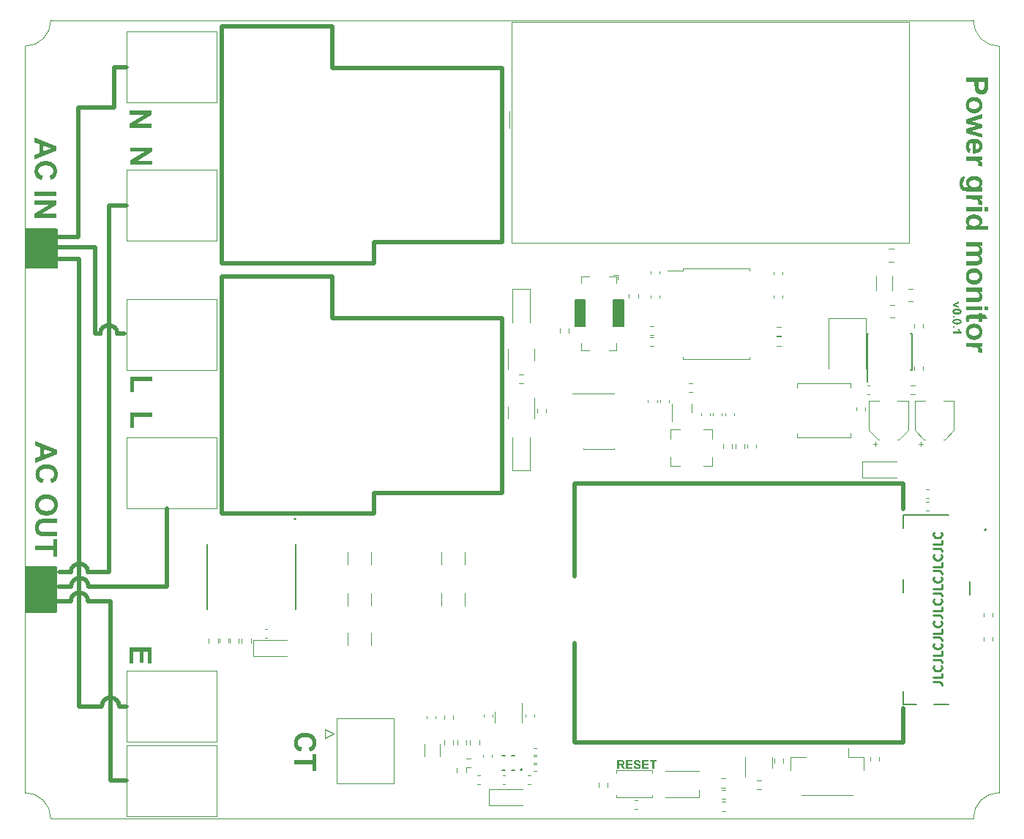
<source format=gbr>
%TF.GenerationSoftware,KiCad,Pcbnew,7.0.9*%
%TF.CreationDate,2024-05-06T20:13:39+08:00*%
%TF.ProjectId,power_monitor_v0.1,706f7765-725f-46d6-9f6e-69746f725f76,rev?*%
%TF.SameCoordinates,Original*%
%TF.FileFunction,Legend,Top*%
%TF.FilePolarity,Positive*%
%FSLAX46Y46*%
G04 Gerber Fmt 4.6, Leading zero omitted, Abs format (unit mm)*
G04 Created by KiCad (PCBNEW 7.0.9) date 2024-05-06 20:13:39*
%MOMM*%
%LPD*%
G01*
G04 APERTURE LIST*
%ADD10C,0.500000*%
%ADD11C,0.150000*%
%ADD12C,0.400000*%
%ADD13C,0.250000*%
%ADD14C,0.200000*%
%ADD15C,0.120000*%
%ADD16C,0.100000*%
%ADD17C,0.127000*%
G04 APERTURE END LIST*
D10*
X104300000Y-60000000D02*
X105800000Y-60000000D01*
X100300000Y-133600000D02*
X100300000Y-134000000D01*
X100300000Y-82200000D02*
X100300000Y-133600000D01*
X97700000Y-79700000D02*
X100200000Y-79700000D01*
X103900000Y-122450000D02*
X103900000Y-121850000D01*
X101350000Y-120150000D02*
G75*
G03*
X99350000Y-120150000I-1000000J0D01*
G01*
X99300000Y-121850000D02*
X97850000Y-121850000D01*
X99300000Y-118500000D02*
X97950000Y-118500000D01*
X97900000Y-82200000D02*
X100300000Y-82200000D01*
X102100000Y-90900000D02*
X102700000Y-90900000D01*
X104900000Y-134000000D02*
G75*
G03*
X102900000Y-134000000I-1000000J0D01*
G01*
X102900000Y-134000000D02*
X100300000Y-134000000D01*
X110400000Y-120150000D02*
X101350000Y-120150000D01*
X104300000Y-64700000D02*
X100300000Y-64700000D01*
X101300000Y-118500000D02*
G75*
G03*
X99300000Y-118500000I-1000000J0D01*
G01*
X104300000Y-62400000D02*
X104300000Y-64700000D01*
X101300000Y-121850000D02*
G75*
G03*
X99300000Y-121850000I-1000000J0D01*
G01*
X102100000Y-80900000D02*
X102100000Y-88000000D01*
X97800000Y-80900000D02*
X99600000Y-80900000D01*
D11*
X157650000Y-86950000D02*
X158800000Y-86950000D01*
X158800000Y-90050000D01*
X157650000Y-90050000D01*
X157650000Y-86950000D01*
G36*
X157650000Y-86950000D02*
G01*
X158800000Y-86950000D01*
X158800000Y-90050000D01*
X157650000Y-90050000D01*
X157650000Y-86950000D01*
G37*
D10*
X99350000Y-120150000D02*
X97900000Y-120150000D01*
X103700000Y-118500000D02*
X103700000Y-76000000D01*
X100200000Y-79700000D02*
X100200000Y-64700000D01*
X110400000Y-120150000D02*
X110400000Y-111100000D01*
X102100000Y-88000000D02*
X102100000Y-90900000D01*
X105800000Y-134000000D02*
X104900000Y-134000000D01*
X103900000Y-142600000D02*
X105800000Y-142600000D01*
X103700000Y-118500000D02*
X101300000Y-118500000D01*
X103900000Y-122450000D02*
X103900000Y-142600000D01*
X104800000Y-90900000D02*
X105500000Y-90900000D01*
X101300000Y-121850000D02*
X103900000Y-121850000D01*
X104300000Y-60000000D02*
X104300000Y-62400000D01*
X104700000Y-90900000D02*
G75*
G03*
X102700000Y-90900000I-1000000J0D01*
G01*
X99600000Y-80900000D02*
X102100000Y-80900000D01*
X103700000Y-76000000D02*
X105800000Y-76000000D01*
D11*
X162100000Y-86950000D02*
X163250000Y-86950000D01*
X163250000Y-90050000D01*
X162100000Y-90050000D01*
X162100000Y-86950000D01*
G36*
X162100000Y-86950000D02*
G01*
X163250000Y-86950000D01*
X163250000Y-90050000D01*
X162100000Y-90050000D01*
X162100000Y-86950000D01*
G37*
D12*
G36*
X106125000Y-65061339D02*
G01*
X108665125Y-65061339D01*
X108665125Y-65555931D01*
X106948709Y-66586025D01*
X108665125Y-66586025D01*
X108665125Y-67058025D01*
X106125000Y-67058025D01*
X106125000Y-66548168D01*
X107815771Y-65533339D01*
X106125000Y-65533339D01*
X106125000Y-65061339D01*
G37*
G36*
X106225000Y-95869888D02*
G01*
X108765125Y-95869888D01*
X108765125Y-96377913D01*
X106654867Y-96377913D01*
X106654867Y-97641870D01*
X106225000Y-97641870D01*
X106225000Y-95869888D01*
G37*
G36*
X126101971Y-138766625D02*
G01*
X125945655Y-139259385D01*
X125919838Y-139252140D01*
X125894438Y-139244602D01*
X125869458Y-139236770D01*
X125844896Y-139228645D01*
X125820752Y-139220227D01*
X125797027Y-139211515D01*
X125773721Y-139202509D01*
X125750834Y-139193211D01*
X125728365Y-139183619D01*
X125684682Y-139163555D01*
X125642674Y-139142317D01*
X125602341Y-139119906D01*
X125563682Y-139096321D01*
X125526697Y-139071563D01*
X125491387Y-139045631D01*
X125457751Y-139018526D01*
X125425790Y-138990247D01*
X125395503Y-138960795D01*
X125366890Y-138930169D01*
X125339952Y-138898370D01*
X125327110Y-138882030D01*
X125302636Y-138848578D01*
X125279741Y-138814014D01*
X125258424Y-138778339D01*
X125238687Y-138741552D01*
X125220529Y-138703654D01*
X125203949Y-138664645D01*
X125188949Y-138624523D01*
X125175527Y-138583291D01*
X125163685Y-138540946D01*
X125153421Y-138497491D01*
X125144737Y-138452924D01*
X125137631Y-138407245D01*
X125132105Y-138360455D01*
X125128157Y-138312553D01*
X125125789Y-138263540D01*
X125125197Y-138238617D01*
X125125000Y-138213415D01*
X125125331Y-138182258D01*
X125126326Y-138151448D01*
X125127983Y-138120987D01*
X125130304Y-138090874D01*
X125133288Y-138061109D01*
X125136935Y-138031693D01*
X125141245Y-138002625D01*
X125146218Y-137973905D01*
X125151854Y-137945533D01*
X125158154Y-137917509D01*
X125165116Y-137889834D01*
X125172741Y-137862507D01*
X125181030Y-137835528D01*
X125189981Y-137808898D01*
X125199596Y-137782615D01*
X125209874Y-137756681D01*
X125220815Y-137731095D01*
X125232419Y-137705858D01*
X125244686Y-137680968D01*
X125257616Y-137656427D01*
X125271209Y-137632234D01*
X125285465Y-137608390D01*
X125300384Y-137584893D01*
X125315967Y-137561745D01*
X125332212Y-137538945D01*
X125349121Y-137516493D01*
X125366693Y-137494390D01*
X125384927Y-137472634D01*
X125403825Y-137451227D01*
X125423386Y-137430169D01*
X125443610Y-137409458D01*
X125464497Y-137389096D01*
X125485959Y-137369261D01*
X125507907Y-137350055D01*
X125530342Y-137331479D01*
X125553264Y-137313533D01*
X125576672Y-137296217D01*
X125600567Y-137279530D01*
X125624948Y-137263473D01*
X125649816Y-137248046D01*
X125675171Y-137233248D01*
X125701012Y-137219080D01*
X125727340Y-137205542D01*
X125754154Y-137192633D01*
X125781455Y-137180354D01*
X125809242Y-137168705D01*
X125837516Y-137157685D01*
X125866277Y-137147295D01*
X125895524Y-137137535D01*
X125925257Y-137128405D01*
X125955478Y-137119904D01*
X125986185Y-137112033D01*
X126017378Y-137104791D01*
X126049058Y-137098180D01*
X126081225Y-137092198D01*
X126113878Y-137086845D01*
X126147017Y-137082123D01*
X126180644Y-137078030D01*
X126214757Y-137074566D01*
X126249356Y-137071733D01*
X126284442Y-137069529D01*
X126320015Y-137067955D01*
X126356074Y-137067010D01*
X126392620Y-137066695D01*
X126431274Y-137067012D01*
X126469385Y-137067962D01*
X126506951Y-137069545D01*
X126543974Y-137071761D01*
X126580453Y-137074611D01*
X126616388Y-137078094D01*
X126651780Y-137082210D01*
X126686627Y-137086960D01*
X126720931Y-137092343D01*
X126754691Y-137098359D01*
X126787907Y-137105008D01*
X126820579Y-137112290D01*
X126852708Y-137120206D01*
X126884292Y-137128755D01*
X126915333Y-137137938D01*
X126945830Y-137147753D01*
X126975783Y-137158202D01*
X127005192Y-137169284D01*
X127034058Y-137181000D01*
X127062380Y-137193349D01*
X127090157Y-137206330D01*
X127117391Y-137219946D01*
X127144082Y-137234194D01*
X127170228Y-137249076D01*
X127195831Y-137264591D01*
X127220889Y-137280739D01*
X127245404Y-137297521D01*
X127269375Y-137314936D01*
X127292803Y-137332984D01*
X127315686Y-137351665D01*
X127338026Y-137370980D01*
X127359822Y-137390928D01*
X127381009Y-137411429D01*
X127401524Y-137432330D01*
X127421366Y-137453628D01*
X127440536Y-137475325D01*
X127459033Y-137497420D01*
X127476858Y-137519914D01*
X127494010Y-137542805D01*
X127510489Y-137566096D01*
X127526295Y-137589784D01*
X127541429Y-137613871D01*
X127555891Y-137638356D01*
X127569680Y-137663239D01*
X127582796Y-137688521D01*
X127595239Y-137714201D01*
X127607010Y-137740280D01*
X127618108Y-137766756D01*
X127628534Y-137793631D01*
X127638287Y-137820905D01*
X127647367Y-137848576D01*
X127655775Y-137876647D01*
X127663510Y-137905115D01*
X127670573Y-137933982D01*
X127676963Y-137963247D01*
X127682680Y-137992910D01*
X127687725Y-138022972D01*
X127692097Y-138053432D01*
X127695796Y-138084290D01*
X127698823Y-138115547D01*
X127701177Y-138147202D01*
X127702859Y-138179255D01*
X127703868Y-138211706D01*
X127704204Y-138244556D01*
X127703921Y-138273276D01*
X127703073Y-138301655D01*
X127701660Y-138329695D01*
X127699682Y-138357395D01*
X127697138Y-138384755D01*
X127694029Y-138411774D01*
X127690354Y-138438455D01*
X127686115Y-138464795D01*
X127681310Y-138490795D01*
X127675940Y-138516455D01*
X127670004Y-138541776D01*
X127663503Y-138566757D01*
X127656437Y-138591397D01*
X127648806Y-138615698D01*
X127640609Y-138639659D01*
X127631847Y-138663280D01*
X127622520Y-138686561D01*
X127612627Y-138709503D01*
X127602169Y-138732104D01*
X127591146Y-138754366D01*
X127579558Y-138776287D01*
X127567404Y-138797869D01*
X127554685Y-138819111D01*
X127541401Y-138840013D01*
X127527551Y-138860575D01*
X127513136Y-138880797D01*
X127498156Y-138900679D01*
X127482611Y-138920222D01*
X127466500Y-138939424D01*
X127449824Y-138958287D01*
X127432583Y-138976810D01*
X127414776Y-138994993D01*
X127392747Y-139016106D01*
X127369553Y-139036552D01*
X127345196Y-139056330D01*
X127319674Y-139075440D01*
X127292989Y-139093882D01*
X127265139Y-139111657D01*
X127236126Y-139128763D01*
X127205949Y-139145202D01*
X127174607Y-139160973D01*
X127142102Y-139176076D01*
X127108433Y-139190511D01*
X127073599Y-139204278D01*
X127037602Y-139217378D01*
X127000441Y-139229809D01*
X126962116Y-139241573D01*
X126922627Y-139252669D01*
X126844469Y-138749528D01*
X126869025Y-138743577D01*
X126892927Y-138736868D01*
X126927554Y-138725381D01*
X126960711Y-138712188D01*
X126992398Y-138697289D01*
X127022614Y-138680683D01*
X127051359Y-138662370D01*
X127078635Y-138642350D01*
X127104439Y-138620624D01*
X127128774Y-138597192D01*
X127151637Y-138572052D01*
X127158932Y-138563293D01*
X127179556Y-138536195D01*
X127198151Y-138508024D01*
X127214718Y-138478779D01*
X127229257Y-138448461D01*
X127241766Y-138417070D01*
X127252247Y-138384605D01*
X127260700Y-138351067D01*
X127267124Y-138316455D01*
X127271519Y-138280771D01*
X127273322Y-138256385D01*
X127274224Y-138231521D01*
X127274337Y-138218911D01*
X127273559Y-138184364D01*
X127271226Y-138150637D01*
X127267338Y-138117731D01*
X127261895Y-138085646D01*
X127254897Y-138054381D01*
X127246344Y-138023936D01*
X127236236Y-137994312D01*
X127224572Y-137965509D01*
X127211353Y-137937526D01*
X127196580Y-137910363D01*
X127180251Y-137884021D01*
X127162366Y-137858500D01*
X127142927Y-137833799D01*
X127121933Y-137809919D01*
X127099383Y-137786859D01*
X127075279Y-137764619D01*
X127049430Y-137743546D01*
X127021650Y-137723833D01*
X126991938Y-137705479D01*
X126960294Y-137688484D01*
X126926717Y-137672849D01*
X126891209Y-137658574D01*
X126853769Y-137645658D01*
X126814397Y-137634102D01*
X126773093Y-137623905D01*
X126729856Y-137615068D01*
X126684688Y-137607591D01*
X126637588Y-137601473D01*
X126588556Y-137596714D01*
X126563315Y-137594845D01*
X126537591Y-137593315D01*
X126511385Y-137592126D01*
X126484695Y-137591276D01*
X126457523Y-137590766D01*
X126429867Y-137590596D01*
X126400557Y-137590764D01*
X126371778Y-137591266D01*
X126343532Y-137592104D01*
X126315817Y-137593277D01*
X126288634Y-137594785D01*
X126261983Y-137596628D01*
X126235864Y-137598807D01*
X126210277Y-137601320D01*
X126185222Y-137604168D01*
X126160699Y-137607352D01*
X126113248Y-137614725D01*
X126067925Y-137623438D01*
X126024729Y-137633491D01*
X125983661Y-137644885D01*
X125944720Y-137657620D01*
X125907908Y-137671695D01*
X125873222Y-137687110D01*
X125840664Y-137703866D01*
X125810234Y-137721963D01*
X125781932Y-137741399D01*
X125755757Y-137762177D01*
X125731430Y-137784027D01*
X125708673Y-137806684D01*
X125687486Y-137830147D01*
X125667867Y-137854417D01*
X125649819Y-137879492D01*
X125633339Y-137905374D01*
X125618430Y-137932061D01*
X125605089Y-137959556D01*
X125593318Y-137987856D01*
X125583117Y-138016962D01*
X125574485Y-138046875D01*
X125567423Y-138077593D01*
X125561929Y-138109118D01*
X125558006Y-138141450D01*
X125555652Y-138174587D01*
X125554867Y-138208531D01*
X125555382Y-138233649D01*
X125556928Y-138258324D01*
X125561178Y-138294504D01*
X125567747Y-138329686D01*
X125576634Y-138363870D01*
X125587840Y-138397056D01*
X125601364Y-138429243D01*
X125617206Y-138460432D01*
X125635367Y-138490623D01*
X125655846Y-138519816D01*
X125678644Y-138548011D01*
X125686758Y-138557187D01*
X125703836Y-138575107D01*
X125722097Y-138592383D01*
X125741541Y-138609015D01*
X125762168Y-138625003D01*
X125783978Y-138640347D01*
X125806971Y-138655047D01*
X125831148Y-138669102D01*
X125856507Y-138682514D01*
X125883049Y-138695282D01*
X125910775Y-138707406D01*
X125939683Y-138718886D01*
X125969774Y-138729722D01*
X126001049Y-138739914D01*
X126033507Y-138749462D01*
X126067147Y-138758366D01*
X126101971Y-138766625D01*
G37*
G36*
X125125000Y-140247958D02*
G01*
X127235258Y-140247958D01*
X127235258Y-139501186D01*
X127665125Y-139501186D01*
X127665125Y-141501535D01*
X127235258Y-141501535D01*
X127235258Y-140756594D01*
X125125000Y-140756594D01*
X125125000Y-140247958D01*
G37*
G36*
X205415125Y-62071615D02*
G01*
X205415088Y-62100303D01*
X205414977Y-62128359D01*
X205414792Y-62155782D01*
X205414534Y-62182574D01*
X205414201Y-62208733D01*
X205413794Y-62234261D01*
X205413314Y-62259156D01*
X205412131Y-62307051D01*
X205410652Y-62352417D01*
X205408877Y-62395255D01*
X205406807Y-62435564D01*
X205404441Y-62473346D01*
X205401779Y-62508599D01*
X205398821Y-62541323D01*
X205395568Y-62571520D01*
X205392019Y-62599188D01*
X205388174Y-62624328D01*
X205381852Y-62657297D01*
X205377267Y-62676116D01*
X205369726Y-62702935D01*
X205361144Y-62729201D01*
X205351522Y-62754913D01*
X205340860Y-62780072D01*
X205329158Y-62804677D01*
X205316417Y-62828730D01*
X205302635Y-62852228D01*
X205287814Y-62875174D01*
X205271952Y-62897566D01*
X205255051Y-62919405D01*
X205237109Y-62940690D01*
X205218128Y-62961422D01*
X205198107Y-62981601D01*
X205177046Y-63001226D01*
X205154944Y-63020298D01*
X205131803Y-63038817D01*
X205107711Y-63056488D01*
X205082754Y-63073020D01*
X205056935Y-63088412D01*
X205030252Y-63102663D01*
X205002705Y-63115775D01*
X204974295Y-63127746D01*
X204945022Y-63138577D01*
X204914885Y-63148268D01*
X204883885Y-63156819D01*
X204852021Y-63164230D01*
X204819294Y-63170500D01*
X204785704Y-63175631D01*
X204751250Y-63179621D01*
X204715932Y-63182472D01*
X204679751Y-63184182D01*
X204642707Y-63184752D01*
X204614142Y-63184423D01*
X204586150Y-63183435D01*
X204558730Y-63181789D01*
X204531882Y-63179485D01*
X204505607Y-63176523D01*
X204479904Y-63172902D01*
X204454774Y-63168623D01*
X204430216Y-63163686D01*
X204406230Y-63158090D01*
X204371326Y-63148462D01*
X204337709Y-63137353D01*
X204305380Y-63124763D01*
X204274339Y-63110692D01*
X204254361Y-63100488D01*
X204225419Y-63084291D01*
X204197668Y-63067301D01*
X204171108Y-63049515D01*
X204145740Y-63030936D01*
X204121563Y-63011562D01*
X204098577Y-62991394D01*
X204076783Y-62970432D01*
X204056181Y-62948676D01*
X204036770Y-62926125D01*
X204018550Y-62902780D01*
X204007065Y-62886775D01*
X203990767Y-62862461D01*
X203975531Y-62838060D01*
X203961357Y-62813574D01*
X203948246Y-62789002D01*
X203936198Y-62764344D01*
X203925213Y-62739600D01*
X203915290Y-62714770D01*
X203906429Y-62689855D01*
X203898632Y-62664853D01*
X203891896Y-62639766D01*
X203887997Y-62622993D01*
X203881559Y-62587443D01*
X203877618Y-62562150D01*
X203873959Y-62535584D01*
X203870582Y-62507744D01*
X203867486Y-62478631D01*
X203864671Y-62448243D01*
X203862138Y-62416582D01*
X203859887Y-62383648D01*
X203857917Y-62349439D01*
X203856228Y-62313957D01*
X203854821Y-62277202D01*
X203853695Y-62239172D01*
X203852850Y-62199869D01*
X203852288Y-62159293D01*
X203852006Y-62117442D01*
X203851971Y-62096039D01*
X203851971Y-61764480D01*
X204281838Y-61764480D01*
X204281838Y-62042916D01*
X204281989Y-62079691D01*
X204282439Y-62114911D01*
X204283191Y-62148575D01*
X204284243Y-62180685D01*
X204285595Y-62211239D01*
X204287248Y-62240238D01*
X204289201Y-62267682D01*
X204291455Y-62293571D01*
X204294010Y-62317904D01*
X204298405Y-62351489D01*
X204303477Y-62381574D01*
X204309224Y-62408161D01*
X204317940Y-62438166D01*
X204320307Y-62444696D01*
X204330763Y-62469349D01*
X204342594Y-62492629D01*
X204355798Y-62514534D01*
X204370376Y-62535066D01*
X204386328Y-62554224D01*
X204403654Y-62572008D01*
X204422354Y-62588418D01*
X204442428Y-62603454D01*
X204463608Y-62616906D01*
X204485628Y-62628565D01*
X204508488Y-62638430D01*
X204532187Y-62646502D01*
X204556726Y-62652779D01*
X204582104Y-62657264D01*
X204608322Y-62659954D01*
X204635380Y-62660851D01*
X204660269Y-62660142D01*
X204692168Y-62656994D01*
X204722598Y-62651327D01*
X204751559Y-62643141D01*
X204779051Y-62632436D01*
X204805073Y-62619213D01*
X204829626Y-62603470D01*
X204852710Y-62585210D01*
X204858251Y-62580251D01*
X204879203Y-62559423D01*
X204898094Y-62537241D01*
X204914923Y-62513704D01*
X204929692Y-62488812D01*
X204942401Y-62462566D01*
X204953048Y-62434964D01*
X204961635Y-62406008D01*
X204968161Y-62375697D01*
X204972168Y-62350080D01*
X204975641Y-62318720D01*
X204977895Y-62291431D01*
X204979848Y-62260910D01*
X204981501Y-62227159D01*
X204982853Y-62190178D01*
X204983588Y-62163728D01*
X204984189Y-62135843D01*
X204984657Y-62106522D01*
X204984991Y-62075765D01*
X204985191Y-62043572D01*
X204985258Y-62009944D01*
X204985258Y-61764480D01*
X204281838Y-61764480D01*
X203851971Y-61764480D01*
X202875000Y-61764480D01*
X202875000Y-61255844D01*
X205415125Y-61255844D01*
X205415125Y-62071615D01*
G37*
G36*
X203849161Y-63474032D02*
G01*
X203879200Y-63475420D01*
X203909115Y-63477733D01*
X203938906Y-63480973D01*
X203968573Y-63485137D01*
X203998116Y-63490227D01*
X204027535Y-63496242D01*
X204056830Y-63503183D01*
X204086000Y-63511050D01*
X204115047Y-63519842D01*
X204143970Y-63529559D01*
X204172769Y-63540201D01*
X204201443Y-63551770D01*
X204229994Y-63564263D01*
X204258421Y-63577682D01*
X204286723Y-63592027D01*
X204314546Y-63607220D01*
X204341535Y-63623187D01*
X204367688Y-63639926D01*
X204393007Y-63657438D01*
X204417491Y-63675723D01*
X204441140Y-63694780D01*
X204463954Y-63714611D01*
X204485934Y-63735214D01*
X204507078Y-63756590D01*
X204527388Y-63778739D01*
X204546863Y-63801661D01*
X204565503Y-63825355D01*
X204583309Y-63849822D01*
X204600279Y-63875062D01*
X204616415Y-63901075D01*
X204631716Y-63927861D01*
X204646135Y-63955228D01*
X204659623Y-63982987D01*
X204672181Y-64011137D01*
X204683809Y-64039678D01*
X204694506Y-64068610D01*
X204704273Y-64097934D01*
X204713111Y-64127648D01*
X204721017Y-64157754D01*
X204727994Y-64188251D01*
X204734041Y-64219139D01*
X204739157Y-64250419D01*
X204743343Y-64282089D01*
X204746599Y-64314151D01*
X204748924Y-64346604D01*
X204750319Y-64379448D01*
X204750785Y-64412683D01*
X204750521Y-64438411D01*
X204749730Y-64463847D01*
X204748413Y-64488991D01*
X204746568Y-64513843D01*
X204744195Y-64538403D01*
X204741296Y-64562670D01*
X204733917Y-64610329D01*
X204724428Y-64656818D01*
X204712832Y-64702139D01*
X204699126Y-64746291D01*
X204683312Y-64789275D01*
X204665390Y-64831089D01*
X204645359Y-64871735D01*
X204623220Y-64911212D01*
X204598972Y-64949521D01*
X204572616Y-64986661D01*
X204544151Y-65022631D01*
X204513578Y-65057434D01*
X204480896Y-65091067D01*
X204446602Y-65123084D01*
X204411192Y-65153034D01*
X204374665Y-65180919D01*
X204337022Y-65206739D01*
X204298263Y-65230493D01*
X204258387Y-65252182D01*
X204217395Y-65271805D01*
X204175287Y-65289362D01*
X204132063Y-65304854D01*
X204087722Y-65318280D01*
X204042266Y-65329640D01*
X203995693Y-65338936D01*
X203948003Y-65346165D01*
X203923740Y-65349005D01*
X203899198Y-65351329D01*
X203874376Y-65353136D01*
X203849276Y-65354427D01*
X203823896Y-65355202D01*
X203798237Y-65355460D01*
X203772425Y-65355199D01*
X203746889Y-65354415D01*
X203721630Y-65353109D01*
X203696648Y-65351281D01*
X203671942Y-65348931D01*
X203647513Y-65346058D01*
X203599485Y-65338745D01*
X203552564Y-65329342D01*
X203506749Y-65317850D01*
X203462041Y-65304269D01*
X203418440Y-65288599D01*
X203375945Y-65270839D01*
X203334558Y-65250989D01*
X203294277Y-65229050D01*
X203255102Y-65205022D01*
X203217035Y-65178904D01*
X203180074Y-65150697D01*
X203144220Y-65120400D01*
X203109473Y-65088014D01*
X203076347Y-65054121D01*
X203045359Y-65019149D01*
X203016508Y-64983099D01*
X202989794Y-64945972D01*
X202965217Y-64907766D01*
X202942777Y-64868482D01*
X202922474Y-64828120D01*
X202904309Y-64786680D01*
X202888280Y-64744161D01*
X202874389Y-64700565D01*
X202862635Y-64655890D01*
X202853018Y-64610138D01*
X202845538Y-64563307D01*
X202840195Y-64515398D01*
X202838325Y-64491040D01*
X202836989Y-64466411D01*
X202836188Y-64441514D01*
X202835921Y-64416346D01*
X202835947Y-64414515D01*
X203187630Y-64414515D01*
X203188999Y-64449355D01*
X203193104Y-64483122D01*
X203199947Y-64515816D01*
X203209526Y-64547436D01*
X203221843Y-64577983D01*
X203236896Y-64607457D01*
X203254687Y-64635857D01*
X203275214Y-64663184D01*
X203298479Y-64689438D01*
X203324480Y-64714618D01*
X203343335Y-64730809D01*
X203363426Y-64746337D01*
X203384618Y-64760862D01*
X203406912Y-64774386D01*
X203430309Y-64786909D01*
X203454807Y-64798429D01*
X203480407Y-64808948D01*
X203507109Y-64818465D01*
X203534913Y-64826980D01*
X203563819Y-64834493D01*
X203593827Y-64841004D01*
X203624937Y-64846514D01*
X203657149Y-64851022D01*
X203690463Y-64854528D01*
X203724879Y-64857033D01*
X203760397Y-64858536D01*
X203797016Y-64859036D01*
X203832746Y-64858536D01*
X203867427Y-64857033D01*
X203901058Y-64854528D01*
X203933640Y-64851022D01*
X203965172Y-64846514D01*
X203995654Y-64841004D01*
X204025088Y-64834493D01*
X204053471Y-64826980D01*
X204080805Y-64818465D01*
X204107090Y-64808948D01*
X204132325Y-64798429D01*
X204156511Y-64786909D01*
X204179647Y-64774386D01*
X204201734Y-64760862D01*
X204222772Y-64746337D01*
X204242759Y-64730809D01*
X204261688Y-64714618D01*
X204287792Y-64689438D01*
X204311147Y-64663184D01*
X204331755Y-64635857D01*
X204349616Y-64607457D01*
X204364728Y-64577983D01*
X204377093Y-64547436D01*
X204386710Y-64515816D01*
X204393579Y-64483122D01*
X204397701Y-64449355D01*
X204399075Y-64414515D01*
X204397701Y-64379663D01*
X204393579Y-64345864D01*
X204386710Y-64313117D01*
X204377093Y-64281421D01*
X204364728Y-64250778D01*
X204349616Y-64221186D01*
X204331755Y-64192646D01*
X204311147Y-64165158D01*
X204287792Y-64138722D01*
X204261688Y-64113337D01*
X204242759Y-64096999D01*
X204222757Y-64081397D01*
X204201677Y-64066802D01*
X204179519Y-64053214D01*
X204156282Y-64040632D01*
X204131968Y-64029057D01*
X204106575Y-64018488D01*
X204080104Y-64008926D01*
X204052555Y-64000370D01*
X204023928Y-63992821D01*
X203994223Y-63986279D01*
X203963440Y-63980743D01*
X203931579Y-63976213D01*
X203898639Y-63972690D01*
X203864622Y-63970174D01*
X203829526Y-63968664D01*
X203793353Y-63968161D01*
X203757177Y-63968664D01*
X203722074Y-63970174D01*
X203688044Y-63972690D01*
X203655088Y-63976213D01*
X203623206Y-63980743D01*
X203592396Y-63986279D01*
X203562660Y-63992821D01*
X203533997Y-64000370D01*
X203506408Y-64008926D01*
X203479892Y-64018488D01*
X203454449Y-64029057D01*
X203430080Y-64040632D01*
X203406783Y-64053214D01*
X203384561Y-64066802D01*
X203363411Y-64081397D01*
X203343335Y-64096999D01*
X203324480Y-64113337D01*
X203298479Y-64138722D01*
X203275214Y-64165158D01*
X203254687Y-64192646D01*
X203236896Y-64221186D01*
X203221843Y-64250778D01*
X203209526Y-64281421D01*
X203199947Y-64313117D01*
X203193104Y-64345864D01*
X203188999Y-64379663D01*
X203187630Y-64414515D01*
X202835947Y-64414515D01*
X202836364Y-64385067D01*
X202837695Y-64353969D01*
X202839913Y-64323052D01*
X202843019Y-64292317D01*
X202847012Y-64261763D01*
X202851892Y-64231390D01*
X202857659Y-64201198D01*
X202864314Y-64171188D01*
X202871856Y-64141358D01*
X202880285Y-64111711D01*
X202889602Y-64082244D01*
X202899805Y-64052959D01*
X202910897Y-64023855D01*
X202922875Y-63994932D01*
X202935741Y-63966191D01*
X202949494Y-63937630D01*
X202964179Y-63909662D01*
X202979690Y-63882542D01*
X202996026Y-63856272D01*
X203013188Y-63830850D01*
X203031174Y-63806278D01*
X203049986Y-63782555D01*
X203069623Y-63759681D01*
X203090086Y-63737657D01*
X203111374Y-63716481D01*
X203133487Y-63696154D01*
X203156425Y-63676677D01*
X203180189Y-63658049D01*
X203204777Y-63640269D01*
X203230192Y-63623339D01*
X203256431Y-63607259D01*
X203283496Y-63592027D01*
X203311347Y-63577682D01*
X203339948Y-63564263D01*
X203369298Y-63551770D01*
X203399397Y-63540201D01*
X203430244Y-63529559D01*
X203461841Y-63519842D01*
X203494186Y-63511050D01*
X203527281Y-63503183D01*
X203561124Y-63496242D01*
X203595716Y-63490227D01*
X203631058Y-63485137D01*
X203667148Y-63480973D01*
X203703987Y-63477733D01*
X203741575Y-63475420D01*
X203779912Y-63474032D01*
X203818998Y-63473569D01*
X203849161Y-63474032D01*
G37*
G36*
X202875000Y-66061933D02*
G01*
X204711706Y-65484909D01*
X204711706Y-65953855D01*
X203508199Y-66295795D01*
X204711706Y-66610258D01*
X204711706Y-67075540D01*
X203508199Y-67379623D01*
X204711706Y-67727669D01*
X204711706Y-68203942D01*
X202875000Y-67617759D01*
X202875000Y-67154309D01*
X204056524Y-66839846D01*
X202875000Y-66530879D01*
X202875000Y-66061933D01*
G37*
G36*
X203807585Y-68302481D02*
G01*
X203835475Y-68303175D01*
X203862979Y-68304332D01*
X203890096Y-68305952D01*
X203916826Y-68308034D01*
X203943171Y-68310579D01*
X203969129Y-68313587D01*
X203994700Y-68317057D01*
X204019885Y-68320990D01*
X204044684Y-68325386D01*
X204069097Y-68330245D01*
X204093123Y-68335566D01*
X204140015Y-68347597D01*
X204185362Y-68361479D01*
X204229164Y-68377212D01*
X204271420Y-68394795D01*
X204312130Y-68414230D01*
X204351295Y-68435515D01*
X204388914Y-68458651D01*
X204424988Y-68483639D01*
X204459515Y-68510477D01*
X204492498Y-68539166D01*
X204523775Y-68569271D01*
X204553034Y-68600360D01*
X204580275Y-68632431D01*
X204605498Y-68665485D01*
X204628704Y-68699522D01*
X204649891Y-68734541D01*
X204669061Y-68770543D01*
X204686213Y-68807527D01*
X204701347Y-68845495D01*
X204714463Y-68884445D01*
X204725561Y-68924378D01*
X204734642Y-68965293D01*
X204741704Y-69007191D01*
X204746749Y-69050072D01*
X204749776Y-69093936D01*
X204750785Y-69138782D01*
X204750522Y-69164031D01*
X204749733Y-69188945D01*
X204748418Y-69213523D01*
X204744210Y-69261675D01*
X204737899Y-69308487D01*
X204729484Y-69353958D01*
X204718966Y-69398089D01*
X204706343Y-69440879D01*
X204691617Y-69482329D01*
X204674787Y-69522438D01*
X204655854Y-69561207D01*
X204634816Y-69598635D01*
X204611675Y-69634723D01*
X204586430Y-69669470D01*
X204559082Y-69702877D01*
X204529630Y-69734944D01*
X204498074Y-69765670D01*
X204481507Y-69780530D01*
X204446728Y-69809030D01*
X204409713Y-69835609D01*
X204370460Y-69860264D01*
X204328970Y-69882997D01*
X204285242Y-69903808D01*
X204262539Y-69913493D01*
X204239277Y-69922696D01*
X204215456Y-69931420D01*
X204191075Y-69939662D01*
X204166135Y-69947424D01*
X204140635Y-69954706D01*
X204114577Y-69961506D01*
X204087959Y-69967826D01*
X204060781Y-69973666D01*
X204033045Y-69979025D01*
X204004748Y-69983903D01*
X203975893Y-69988301D01*
X203946478Y-69992218D01*
X203916504Y-69995654D01*
X203885971Y-69998610D01*
X203854878Y-70001085D01*
X203823226Y-70003080D01*
X203791015Y-70004594D01*
X203758244Y-70005627D01*
X203724915Y-70006180D01*
X203691025Y-70006252D01*
X203656577Y-70005844D01*
X203656577Y-68805390D01*
X203969207Y-68805390D01*
X203969207Y-69526517D01*
X203995144Y-69525523D01*
X204020289Y-69523760D01*
X204044641Y-69521229D01*
X204079686Y-69515993D01*
X204112948Y-69509029D01*
X204144429Y-69500337D01*
X204174128Y-69489917D01*
X204202046Y-69477768D01*
X204228181Y-69463892D01*
X204252535Y-69448287D01*
X204275107Y-69430955D01*
X204289166Y-69418440D01*
X204308808Y-69398699D01*
X204326518Y-69378176D01*
X204342296Y-69356868D01*
X204356142Y-69334777D01*
X204368056Y-69311903D01*
X204378038Y-69288245D01*
X204386088Y-69263803D01*
X204392206Y-69238578D01*
X204396392Y-69212569D01*
X204398646Y-69185777D01*
X204399075Y-69167480D01*
X204398061Y-69138420D01*
X204395018Y-69110315D01*
X204389946Y-69083165D01*
X204382846Y-69056970D01*
X204373717Y-69031731D01*
X204362560Y-69007446D01*
X204349374Y-68984117D01*
X204334160Y-68961744D01*
X204316917Y-68940326D01*
X204297645Y-68919862D01*
X204283670Y-68906751D01*
X204261193Y-68888326D01*
X204237266Y-68871746D01*
X204211891Y-68857013D01*
X204185067Y-68844126D01*
X204156793Y-68833085D01*
X204127071Y-68823890D01*
X204095899Y-68816541D01*
X204063279Y-68811038D01*
X204029210Y-68807382D01*
X203993691Y-68805572D01*
X203969207Y-68805390D01*
X203656577Y-68805390D01*
X203656577Y-68796842D01*
X203629180Y-68797870D01*
X203602557Y-68799733D01*
X203576706Y-68802430D01*
X203551629Y-68805963D01*
X203527323Y-68810330D01*
X203492315Y-68818446D01*
X203459045Y-68828441D01*
X203427514Y-68840314D01*
X203397722Y-68854065D01*
X203369669Y-68869694D01*
X203343354Y-68887202D01*
X203318778Y-68906588D01*
X203310973Y-68913468D01*
X203288930Y-68934902D01*
X203269056Y-68957303D01*
X203251349Y-68980669D01*
X203235811Y-69005002D01*
X203222441Y-69030300D01*
X203211239Y-69056564D01*
X203202205Y-69083795D01*
X203195339Y-69111991D01*
X203190642Y-69141154D01*
X203188112Y-69171282D01*
X203187630Y-69191905D01*
X203188499Y-69219582D01*
X203191103Y-69246134D01*
X203195444Y-69271560D01*
X203201522Y-69295860D01*
X203209336Y-69319035D01*
X203221545Y-69346420D01*
X203236467Y-69372046D01*
X203243196Y-69381803D01*
X203262214Y-69405113D01*
X203279812Y-69422429D01*
X203299528Y-69438562D01*
X203321362Y-69453513D01*
X203345314Y-69467280D01*
X203371384Y-69479864D01*
X203399572Y-69491265D01*
X203422103Y-69499040D01*
X203343946Y-69980198D01*
X203313344Y-69968177D01*
X203283667Y-69955316D01*
X203254916Y-69941616D01*
X203227091Y-69927076D01*
X203200191Y-69911696D01*
X203174216Y-69895477D01*
X203149167Y-69878418D01*
X203125043Y-69860519D01*
X203101845Y-69841781D01*
X203079572Y-69822204D01*
X203058225Y-69801787D01*
X203037803Y-69780530D01*
X203018306Y-69758434D01*
X202999735Y-69735498D01*
X202982089Y-69711722D01*
X202965369Y-69687107D01*
X202949694Y-69661755D01*
X202935030Y-69635616D01*
X202921377Y-69608689D01*
X202908736Y-69580976D01*
X202897105Y-69552475D01*
X202886487Y-69523188D01*
X202876879Y-69493113D01*
X202868283Y-69462251D01*
X202860698Y-69430602D01*
X202854124Y-69398166D01*
X202848562Y-69364943D01*
X202844011Y-69330932D01*
X202840472Y-69296135D01*
X202837943Y-69260550D01*
X202836426Y-69224179D01*
X202835921Y-69187020D01*
X202836225Y-69157495D01*
X202837139Y-69128454D01*
X202838663Y-69099897D01*
X202840796Y-69071825D01*
X202843538Y-69044237D01*
X202846890Y-69017133D01*
X202850851Y-68990513D01*
X202855422Y-68964377D01*
X202860602Y-68938726D01*
X202866391Y-68913558D01*
X202872790Y-68888875D01*
X202879798Y-68864676D01*
X202887416Y-68840962D01*
X202895643Y-68817731D01*
X202913926Y-68772723D01*
X202934646Y-68729651D01*
X202957804Y-68688516D01*
X202983399Y-68649318D01*
X203011432Y-68612057D01*
X203041903Y-68576732D01*
X203074811Y-68543344D01*
X203110157Y-68511893D01*
X203147941Y-68482379D01*
X203179745Y-68460567D01*
X203212570Y-68440161D01*
X203246416Y-68421163D01*
X203281282Y-68403573D01*
X203317170Y-68387389D01*
X203354078Y-68372613D01*
X203392007Y-68359244D01*
X203430957Y-68347282D01*
X203470928Y-68336728D01*
X203511920Y-68327581D01*
X203553933Y-68319841D01*
X203596966Y-68313508D01*
X203641020Y-68308583D01*
X203686096Y-68305065D01*
X203732192Y-68302954D01*
X203779309Y-68302250D01*
X203807585Y-68302481D01*
G37*
G36*
X202875000Y-70851535D02*
G01*
X202875000Y-70369155D01*
X204711706Y-70369155D01*
X204711706Y-70817341D01*
X204452198Y-70817341D01*
X204474678Y-70831599D01*
X204496171Y-70845677D01*
X204516676Y-70859573D01*
X204545583Y-70880077D01*
X204572268Y-70900173D01*
X204596731Y-70919862D01*
X204618972Y-70939143D01*
X204638992Y-70958015D01*
X204656789Y-70976480D01*
X204677063Y-71000466D01*
X204693387Y-71023726D01*
X204706840Y-71047168D01*
X204718499Y-71071391D01*
X204728364Y-71096398D01*
X204736435Y-71122186D01*
X204742713Y-71148757D01*
X204747197Y-71176111D01*
X204749888Y-71204246D01*
X204750785Y-71233164D01*
X204749915Y-71263969D01*
X204747307Y-71294559D01*
X204742960Y-71324934D01*
X204736874Y-71355095D01*
X204729050Y-71385041D01*
X204719486Y-71414772D01*
X204708184Y-71444289D01*
X204695143Y-71473591D01*
X204680363Y-71502678D01*
X204663845Y-71531551D01*
X204651866Y-71550680D01*
X204202459Y-71401081D01*
X204216645Y-71378339D01*
X204229436Y-71355908D01*
X204240831Y-71333789D01*
X204253854Y-71304780D01*
X204264397Y-71276325D01*
X204272459Y-71248423D01*
X204278040Y-71221074D01*
X204281141Y-71194279D01*
X204281838Y-71174546D01*
X204280980Y-71149683D01*
X204277491Y-71119945D01*
X204271320Y-71091699D01*
X204262465Y-71064943D01*
X204250926Y-71039678D01*
X204236705Y-71015904D01*
X204226884Y-71002355D01*
X204207549Y-70981141D01*
X204188968Y-70965223D01*
X204167621Y-70950239D01*
X204143507Y-70936190D01*
X204116626Y-70923077D01*
X204086978Y-70910898D01*
X204062926Y-70902377D01*
X204037318Y-70894383D01*
X204028436Y-70891835D01*
X203998882Y-70884633D01*
X203963800Y-70878139D01*
X203937341Y-70874204D01*
X203908426Y-70870583D01*
X203877053Y-70867277D01*
X203843224Y-70864286D01*
X203806939Y-70861610D01*
X203768196Y-70859248D01*
X203726997Y-70857202D01*
X203683341Y-70855470D01*
X203637228Y-70854053D01*
X203588658Y-70852952D01*
X203563452Y-70852519D01*
X203537632Y-70852164D01*
X203511198Y-70851889D01*
X203484149Y-70851692D01*
X203456487Y-70851574D01*
X203428210Y-70851535D01*
X202875000Y-70851535D01*
G37*
G36*
X203831112Y-72613962D02*
G01*
X203859289Y-72614608D01*
X203887040Y-72615684D01*
X203914367Y-72617191D01*
X203941270Y-72619128D01*
X203967748Y-72621496D01*
X203993801Y-72624295D01*
X204019430Y-72627524D01*
X204044634Y-72631183D01*
X204069414Y-72635273D01*
X204093769Y-72639794D01*
X204117699Y-72644745D01*
X204164287Y-72655938D01*
X204209176Y-72668854D01*
X204252367Y-72683492D01*
X204293860Y-72699852D01*
X204333654Y-72717934D01*
X204371750Y-72737738D01*
X204408148Y-72759265D01*
X204442848Y-72782513D01*
X204475849Y-72807483D01*
X204507152Y-72834176D01*
X204536655Y-72862223D01*
X204564254Y-72891106D01*
X204589949Y-72920823D01*
X204613741Y-72951374D01*
X204635630Y-72982761D01*
X204655616Y-73014983D01*
X204673698Y-73048039D01*
X204689877Y-73081930D01*
X204704152Y-73116656D01*
X204716524Y-73152216D01*
X204726992Y-73188612D01*
X204735558Y-73225842D01*
X204742219Y-73263908D01*
X204746978Y-73302807D01*
X204749833Y-73342542D01*
X204750785Y-73383112D01*
X204749680Y-73424934D01*
X204746367Y-73465830D01*
X204740846Y-73505801D01*
X204733115Y-73544846D01*
X204723176Y-73582966D01*
X204711028Y-73620161D01*
X204696672Y-73656430D01*
X204680107Y-73691774D01*
X204661333Y-73726192D01*
X204640351Y-73759685D01*
X204617159Y-73792252D01*
X204591760Y-73823894D01*
X204564151Y-73854610D01*
X204534334Y-73884401D01*
X204502308Y-73913267D01*
X204468073Y-73941207D01*
X204711706Y-73941207D01*
X204711706Y-74393056D01*
X203065509Y-74393056D01*
X203025545Y-74392849D01*
X202986865Y-74392226D01*
X202949467Y-74391188D01*
X202913353Y-74389736D01*
X202878522Y-74387868D01*
X202844975Y-74385586D01*
X202812710Y-74382888D01*
X202781729Y-74379775D01*
X202752031Y-74376248D01*
X202723617Y-74372305D01*
X202696485Y-74367947D01*
X202670637Y-74363174D01*
X202646072Y-74357987D01*
X202611630Y-74349427D01*
X202580076Y-74339933D01*
X202550572Y-74329592D01*
X202522281Y-74318488D01*
X202495202Y-74306622D01*
X202469337Y-74293995D01*
X202444684Y-74280605D01*
X202421244Y-74266453D01*
X202399018Y-74251539D01*
X202378003Y-74235863D01*
X202358202Y-74219425D01*
X202339614Y-74202225D01*
X202327896Y-74190334D01*
X202311071Y-74171791D01*
X202294944Y-74152110D01*
X202279515Y-74131290D01*
X202264784Y-74109334D01*
X202250750Y-74086239D01*
X202237414Y-74062007D01*
X202224775Y-74036637D01*
X202212834Y-74010129D01*
X202201591Y-73982484D01*
X202191046Y-73953700D01*
X202184403Y-73933879D01*
X202175127Y-73903018D01*
X202166764Y-73870653D01*
X202159314Y-73836786D01*
X202152775Y-73801416D01*
X202148923Y-73777001D01*
X202145477Y-73751919D01*
X202142436Y-73726168D01*
X202139800Y-73699750D01*
X202137570Y-73672664D01*
X202135745Y-73644910D01*
X202134326Y-73616488D01*
X202133312Y-73587398D01*
X202132704Y-73557641D01*
X202132501Y-73527215D01*
X202132648Y-73498512D01*
X202133088Y-73470336D01*
X202133821Y-73442685D01*
X202134848Y-73415560D01*
X202136168Y-73388961D01*
X202137782Y-73362888D01*
X202139689Y-73337341D01*
X202141889Y-73312320D01*
X202144383Y-73287824D01*
X202150251Y-73240412D01*
X202157292Y-73195103D01*
X202165506Y-73151897D01*
X202174894Y-73110796D01*
X202185456Y-73071798D01*
X202197191Y-73034904D01*
X202210100Y-73000114D01*
X202224182Y-72967427D01*
X202239437Y-72936845D01*
X202255867Y-72908365D01*
X202273469Y-72881990D01*
X202282711Y-72869591D01*
X202301802Y-72846152D01*
X202321522Y-72824225D01*
X202341873Y-72803810D01*
X202362853Y-72784908D01*
X202384463Y-72767517D01*
X202406702Y-72751639D01*
X202429571Y-72737273D01*
X202453070Y-72724419D01*
X202477199Y-72713078D01*
X202501957Y-72703249D01*
X202527345Y-72694931D01*
X202553362Y-72688126D01*
X202580009Y-72682834D01*
X202607286Y-72679053D01*
X202635193Y-72676785D01*
X202663729Y-72676029D01*
X202688764Y-72676334D01*
X202714677Y-72677102D01*
X202718684Y-72677250D01*
X202640526Y-73228628D01*
X202616209Y-73233882D01*
X202590335Y-73242468D01*
X202568067Y-73253545D01*
X202546646Y-73269615D01*
X202530133Y-73289075D01*
X202528175Y-73292131D01*
X202515509Y-73315617D01*
X202504991Y-73342948D01*
X202498121Y-73367582D01*
X202492626Y-73394678D01*
X202488504Y-73424235D01*
X202485757Y-73456254D01*
X202484597Y-73481883D01*
X202484211Y-73508897D01*
X202484705Y-73543448D01*
X202486186Y-73576345D01*
X202488655Y-73607590D01*
X202492111Y-73637182D01*
X202496554Y-73665121D01*
X202501985Y-73691406D01*
X202508404Y-73716039D01*
X202518498Y-73746312D01*
X202530348Y-73773646D01*
X202540387Y-73792219D01*
X202555986Y-73814937D01*
X202574848Y-73835467D01*
X202596973Y-73853806D01*
X202617903Y-73867417D01*
X202641099Y-73879507D01*
X202661287Y-73888084D01*
X202687040Y-73895762D01*
X202713912Y-73900947D01*
X202738952Y-73904300D01*
X202767140Y-73906948D01*
X202798476Y-73908889D01*
X202824045Y-73909882D01*
X202851384Y-73910478D01*
X202880495Y-73910676D01*
X203144277Y-73910676D01*
X203111669Y-73883139D01*
X203081165Y-73854720D01*
X203052765Y-73825418D01*
X203026468Y-73795233D01*
X203002275Y-73764166D01*
X202980186Y-73732217D01*
X202960201Y-73699385D01*
X202942319Y-73665670D01*
X202926541Y-73631073D01*
X202912867Y-73595594D01*
X202901296Y-73559231D01*
X202891829Y-73521987D01*
X202887297Y-73498517D01*
X203226709Y-73498517D01*
X203227997Y-73531126D01*
X203231861Y-73562781D01*
X203238301Y-73593480D01*
X203247317Y-73623224D01*
X203258909Y-73652012D01*
X203273077Y-73679845D01*
X203289821Y-73706723D01*
X203309141Y-73732646D01*
X203331037Y-73757614D01*
X203355509Y-73781626D01*
X203373255Y-73797103D01*
X203401972Y-73818928D01*
X203422494Y-73832285D01*
X203444118Y-73844688D01*
X203466844Y-73856137D01*
X203490672Y-73866632D01*
X203515602Y-73876172D01*
X203541634Y-73884759D01*
X203568768Y-73892392D01*
X203597004Y-73899070D01*
X203626341Y-73904795D01*
X203656781Y-73909565D01*
X203688323Y-73913381D01*
X203720966Y-73916243D01*
X203754712Y-73918152D01*
X203789560Y-73919106D01*
X203807397Y-73919225D01*
X203844343Y-73918767D01*
X203880078Y-73917393D01*
X203914601Y-73915103D01*
X203947913Y-73911898D01*
X203980012Y-73907776D01*
X204010900Y-73902739D01*
X204040577Y-73896785D01*
X204069042Y-73889916D01*
X204096295Y-73882131D01*
X204122336Y-73873429D01*
X204147166Y-73863812D01*
X204170784Y-73853279D01*
X204193191Y-73841830D01*
X204214385Y-73829466D01*
X204243906Y-73809201D01*
X204253140Y-73801988D01*
X204279220Y-73779579D01*
X204302735Y-73756085D01*
X204323685Y-73731508D01*
X204342069Y-73705846D01*
X204357888Y-73679101D01*
X204371142Y-73651271D01*
X204381831Y-73622357D01*
X204389954Y-73592359D01*
X204395512Y-73561277D01*
X204398505Y-73529111D01*
X204399075Y-73507065D01*
X204397819Y-73475082D01*
X204394052Y-73444161D01*
X204387773Y-73414302D01*
X204378982Y-73385507D01*
X204367680Y-73357773D01*
X204353866Y-73331103D01*
X204337541Y-73305495D01*
X204318704Y-73280950D01*
X204297355Y-73257467D01*
X204273495Y-73235047D01*
X204256193Y-73220690D01*
X204228082Y-73200612D01*
X204197331Y-73182508D01*
X204175364Y-73171536D01*
X204152223Y-73161442D01*
X204127908Y-73152226D01*
X204102420Y-73143887D01*
X204075758Y-73136427D01*
X204047923Y-73129843D01*
X204018915Y-73124138D01*
X203988733Y-73119310D01*
X203957377Y-73115361D01*
X203924848Y-73112289D01*
X203891145Y-73110094D01*
X203856269Y-73108778D01*
X203820219Y-73108339D01*
X203782395Y-73108778D01*
X203745859Y-73110094D01*
X203710611Y-73112289D01*
X203676650Y-73115361D01*
X203643978Y-73119310D01*
X203612594Y-73124138D01*
X203582498Y-73129843D01*
X203553689Y-73136427D01*
X203526169Y-73143887D01*
X203499937Y-73152226D01*
X203474993Y-73161442D01*
X203451336Y-73171536D01*
X203428968Y-73182508D01*
X203397831Y-73200612D01*
X203369591Y-73220690D01*
X203344057Y-73242327D01*
X203321034Y-73264876D01*
X203300522Y-73288337D01*
X203282523Y-73312711D01*
X203267034Y-73337997D01*
X203254058Y-73364195D01*
X203243593Y-73391306D01*
X203235639Y-73419328D01*
X203230198Y-73448264D01*
X203227267Y-73478111D01*
X203226709Y-73498517D01*
X202887297Y-73498517D01*
X202884466Y-73483860D01*
X202879207Y-73444850D01*
X202876051Y-73404958D01*
X202875000Y-73364183D01*
X202876221Y-73318834D01*
X202879884Y-73274681D01*
X202885990Y-73231727D01*
X202894539Y-73189969D01*
X202905530Y-73149409D01*
X202918963Y-73110046D01*
X202934839Y-73071881D01*
X202953157Y-73034913D01*
X202973918Y-72999143D01*
X202997121Y-72964569D01*
X203022766Y-72931193D01*
X203050854Y-72899015D01*
X203081385Y-72868034D01*
X203114357Y-72838250D01*
X203149773Y-72809664D01*
X203187630Y-72782274D01*
X203219012Y-72761867D01*
X203251334Y-72742776D01*
X203284595Y-72725001D01*
X203318796Y-72708544D01*
X203353937Y-72693402D01*
X203390018Y-72679578D01*
X203427038Y-72667070D01*
X203464999Y-72655879D01*
X203503899Y-72646004D01*
X203543738Y-72637446D01*
X203584518Y-72630205D01*
X203626237Y-72624280D01*
X203668896Y-72619672D01*
X203712495Y-72616380D01*
X203757033Y-72614405D01*
X203802512Y-72613747D01*
X203831112Y-72613962D01*
G37*
G36*
X202875000Y-75321179D02*
G01*
X202875000Y-74838799D01*
X204711706Y-74838799D01*
X204711706Y-75286985D01*
X204452198Y-75286985D01*
X204474678Y-75301243D01*
X204496171Y-75315321D01*
X204516676Y-75329217D01*
X204545583Y-75349721D01*
X204572268Y-75369818D01*
X204596731Y-75389506D01*
X204618972Y-75408787D01*
X204638992Y-75427659D01*
X204656789Y-75446124D01*
X204677063Y-75470110D01*
X204693387Y-75493370D01*
X204706840Y-75516812D01*
X204718499Y-75541036D01*
X204728364Y-75566042D01*
X204736435Y-75591830D01*
X204742713Y-75618401D01*
X204747197Y-75645755D01*
X204749888Y-75673890D01*
X204750785Y-75702808D01*
X204749915Y-75733613D01*
X204747307Y-75764203D01*
X204742960Y-75794578D01*
X204736874Y-75824739D01*
X204729050Y-75854685D01*
X204719486Y-75884416D01*
X204708184Y-75913933D01*
X204695143Y-75943235D01*
X204680363Y-75972322D01*
X204663845Y-76001195D01*
X204651866Y-76020324D01*
X204202459Y-75870725D01*
X204216645Y-75847983D01*
X204229436Y-75825552D01*
X204240831Y-75803433D01*
X204253854Y-75774424D01*
X204264397Y-75745969D01*
X204272459Y-75718067D01*
X204278040Y-75690718D01*
X204281141Y-75663923D01*
X204281838Y-75644190D01*
X204280980Y-75619327D01*
X204277491Y-75589590D01*
X204271320Y-75561343D01*
X204262465Y-75534587D01*
X204250926Y-75509322D01*
X204236705Y-75485548D01*
X204226884Y-75471999D01*
X204207549Y-75450786D01*
X204188968Y-75434867D01*
X204167621Y-75419883D01*
X204143507Y-75405834D01*
X204116626Y-75392721D01*
X204086978Y-75380542D01*
X204062926Y-75372021D01*
X204037318Y-75364027D01*
X204028436Y-75361479D01*
X203998882Y-75354277D01*
X203963800Y-75347783D01*
X203937341Y-75343848D01*
X203908426Y-75340227D01*
X203877053Y-75336921D01*
X203843224Y-75333930D01*
X203806939Y-75331254D01*
X203768196Y-75328893D01*
X203726997Y-75326846D01*
X203683341Y-75325114D01*
X203637228Y-75323698D01*
X203588658Y-75322596D01*
X203563452Y-75322163D01*
X203537632Y-75321809D01*
X203511198Y-75321533D01*
X203484149Y-75321336D01*
X203456487Y-75321218D01*
X203428210Y-75321179D01*
X202875000Y-75321179D01*
G37*
G36*
X204985258Y-76219382D02*
G01*
X205415125Y-76219382D01*
X205415125Y-76702372D01*
X204985258Y-76702372D01*
X204985258Y-76219382D01*
G37*
G36*
X202875000Y-76219382D02*
G01*
X204711706Y-76219382D01*
X204711706Y-76702372D01*
X202875000Y-76702372D01*
X202875000Y-76219382D01*
G37*
G36*
X203828969Y-77083604D02*
G01*
X203857433Y-77084242D01*
X203885460Y-77085307D01*
X203913051Y-77086797D01*
X203940205Y-77088713D01*
X203966922Y-77091055D01*
X203993204Y-77093822D01*
X204019048Y-77097015D01*
X204044456Y-77100634D01*
X204069428Y-77104679D01*
X204093963Y-77109149D01*
X204118062Y-77114045D01*
X204164950Y-77125115D01*
X204210092Y-77137888D01*
X204253488Y-77152363D01*
X204295138Y-77168542D01*
X204335042Y-77186424D01*
X204373200Y-77206009D01*
X204409613Y-77227296D01*
X204444279Y-77250287D01*
X204477199Y-77274981D01*
X204508374Y-77301378D01*
X204537728Y-77329148D01*
X204565189Y-77357811D01*
X204590755Y-77387366D01*
X204614428Y-77417813D01*
X204636207Y-77449152D01*
X204656093Y-77481383D01*
X204674084Y-77514506D01*
X204690182Y-77548521D01*
X204704386Y-77583428D01*
X204716696Y-77619227D01*
X204727112Y-77655919D01*
X204735634Y-77693502D01*
X204742262Y-77731977D01*
X204746997Y-77771345D01*
X204749838Y-77811604D01*
X204750785Y-77852756D01*
X204749792Y-77890673D01*
X204746816Y-77927946D01*
X204741854Y-77964576D01*
X204734909Y-78000561D01*
X204725979Y-78035902D01*
X204715064Y-78070600D01*
X204702165Y-78104653D01*
X204687281Y-78138062D01*
X204670413Y-78170827D01*
X204651561Y-78202949D01*
X204630724Y-78234426D01*
X204607903Y-78265259D01*
X204583097Y-78295449D01*
X204556306Y-78324994D01*
X204527531Y-78353895D01*
X204496772Y-78382152D01*
X205415125Y-78382152D01*
X205415125Y-78864532D01*
X202875000Y-78864532D01*
X202875000Y-78416346D01*
X203143056Y-78416346D01*
X203114455Y-78395041D01*
X203087271Y-78373027D01*
X203061504Y-78350304D01*
X203037154Y-78326873D01*
X203014220Y-78302734D01*
X202992704Y-78277886D01*
X202972604Y-78252330D01*
X202953920Y-78226066D01*
X202936654Y-78199093D01*
X202920805Y-78171412D01*
X202911025Y-78152564D01*
X202897603Y-78124035D01*
X202885501Y-78095463D01*
X202874720Y-78066848D01*
X202865258Y-78038190D01*
X202857117Y-78009489D01*
X202850932Y-77983426D01*
X203187630Y-77983426D01*
X203188934Y-78014132D01*
X203192847Y-78043969D01*
X203199367Y-78072936D01*
X203208496Y-78101035D01*
X203220233Y-78128263D01*
X203234578Y-78154622D01*
X203251531Y-78180112D01*
X203271093Y-78204733D01*
X203293262Y-78228484D01*
X203318040Y-78251366D01*
X203336008Y-78266137D01*
X203365122Y-78287088D01*
X203385969Y-78299911D01*
X203407965Y-78311818D01*
X203431111Y-78322809D01*
X203455406Y-78332884D01*
X203480851Y-78342043D01*
X203507446Y-78350286D01*
X203535190Y-78357614D01*
X203564085Y-78364025D01*
X203594128Y-78369520D01*
X203625322Y-78374100D01*
X203657665Y-78377764D01*
X203691158Y-78380511D01*
X203725800Y-78382343D01*
X203761592Y-78383259D01*
X203779919Y-78383374D01*
X203820339Y-78382930D01*
X203859317Y-78381599D01*
X203896855Y-78379381D01*
X203932953Y-78376275D01*
X203967609Y-78372282D01*
X204000825Y-78367402D01*
X204032601Y-78361635D01*
X204062936Y-78354980D01*
X204091830Y-78347438D01*
X204119283Y-78339009D01*
X204145296Y-78329693D01*
X204169868Y-78319489D01*
X204193000Y-78308398D01*
X204214691Y-78296419D01*
X204244526Y-78276788D01*
X204253750Y-78269801D01*
X204279721Y-78248057D01*
X204303138Y-78225186D01*
X204324000Y-78201188D01*
X204342307Y-78176063D01*
X204358060Y-78149811D01*
X204371259Y-78122432D01*
X204381903Y-78093926D01*
X204389992Y-78064293D01*
X204395527Y-78033533D01*
X204398507Y-78001646D01*
X204399075Y-77979762D01*
X204397814Y-77948079D01*
X204394030Y-77917373D01*
X204387724Y-77887643D01*
X204378896Y-77858891D01*
X204367546Y-77831115D01*
X204353673Y-77804315D01*
X204337278Y-77778493D01*
X204318360Y-77753647D01*
X204296920Y-77729778D01*
X204272958Y-77706885D01*
X204255582Y-77692166D01*
X204227547Y-77671433D01*
X204197021Y-77652739D01*
X204175287Y-77641410D01*
X204152447Y-77630986D01*
X204128500Y-77621469D01*
X204103446Y-77612859D01*
X204077285Y-77605155D01*
X204050017Y-77598357D01*
X204021643Y-77592466D01*
X203992162Y-77587481D01*
X203961575Y-77583402D01*
X203929881Y-77580230D01*
X203897079Y-77577964D01*
X203863172Y-77576604D01*
X203828157Y-77576151D01*
X203790579Y-77576466D01*
X203754321Y-77577410D01*
X203719386Y-77578985D01*
X203685771Y-77581188D01*
X203653478Y-77584022D01*
X203622507Y-77587485D01*
X203592856Y-77591578D01*
X203564528Y-77596301D01*
X203537520Y-77601653D01*
X203511834Y-77607635D01*
X203487469Y-77614247D01*
X203453400Y-77625345D01*
X203422304Y-77637860D01*
X203394181Y-77651792D01*
X203385467Y-77656751D01*
X203361510Y-77671694D01*
X203339099Y-77687367D01*
X203318233Y-77703770D01*
X203298913Y-77720903D01*
X203281139Y-77738766D01*
X203264910Y-77757358D01*
X203243465Y-77786615D01*
X203225498Y-77817515D01*
X203211008Y-77850057D01*
X203199995Y-77884240D01*
X203192460Y-77920066D01*
X203189369Y-77944863D01*
X203187824Y-77970389D01*
X203187630Y-77983426D01*
X202850932Y-77983426D01*
X202850296Y-77980745D01*
X202844795Y-77951958D01*
X202840615Y-77923128D01*
X202837754Y-77894256D01*
X202836214Y-77865340D01*
X202835921Y-77846039D01*
X202836913Y-77807084D01*
X202839890Y-77768836D01*
X202844851Y-77731293D01*
X202851796Y-77694456D01*
X202860727Y-77658325D01*
X202871641Y-77622901D01*
X202884540Y-77588182D01*
X202899424Y-77554169D01*
X202916292Y-77520862D01*
X202935144Y-77488262D01*
X202955981Y-77456367D01*
X202978803Y-77425178D01*
X203003609Y-77394696D01*
X203030399Y-77364919D01*
X203059174Y-77335848D01*
X203089933Y-77307484D01*
X203122546Y-77280348D01*
X203156728Y-77254962D01*
X203192479Y-77231327D01*
X203229800Y-77209443D01*
X203268691Y-77189310D01*
X203309151Y-77170927D01*
X203351180Y-77154295D01*
X203394779Y-77139414D01*
X203439947Y-77126284D01*
X203486685Y-77114904D01*
X203510642Y-77109871D01*
X203534992Y-77105275D01*
X203559734Y-77101117D01*
X203584868Y-77097397D01*
X203610395Y-77094114D01*
X203636314Y-77091269D01*
X203662626Y-77088862D01*
X203689330Y-77086892D01*
X203716426Y-77085361D01*
X203743915Y-77084266D01*
X203771796Y-77083610D01*
X203800069Y-77083391D01*
X203828969Y-77083604D01*
G37*
G36*
X204711706Y-80264654D02*
G01*
X204711706Y-80709787D01*
X204462578Y-80709787D01*
X204497478Y-80739985D01*
X204530126Y-80770895D01*
X204560523Y-80802515D01*
X204588668Y-80834847D01*
X204614562Y-80867889D01*
X204638204Y-80901641D01*
X204659594Y-80936105D01*
X204678733Y-80971279D01*
X204695620Y-81007164D01*
X204710256Y-81043760D01*
X204722639Y-81081067D01*
X204732772Y-81119084D01*
X204740652Y-81157812D01*
X204746281Y-81197251D01*
X204749659Y-81237401D01*
X204750785Y-81278262D01*
X204750178Y-81310712D01*
X204748359Y-81342347D01*
X204745327Y-81373166D01*
X204741082Y-81403169D01*
X204735624Y-81432357D01*
X204728953Y-81460728D01*
X204721069Y-81488284D01*
X204711973Y-81515025D01*
X204701663Y-81540949D01*
X204690141Y-81566058D01*
X204681786Y-81582344D01*
X204668341Y-81606094D01*
X204653650Y-81629027D01*
X204637715Y-81651145D01*
X204620534Y-81672447D01*
X204602109Y-81692933D01*
X204582438Y-81712604D01*
X204561523Y-81731459D01*
X204539362Y-81749498D01*
X204515956Y-81766721D01*
X204491305Y-81783129D01*
X204474180Y-81793614D01*
X204499660Y-81816335D01*
X204523896Y-81839388D01*
X204546887Y-81862774D01*
X204568633Y-81886493D01*
X204589133Y-81910545D01*
X204608389Y-81934929D01*
X204626400Y-81959646D01*
X204643165Y-81984696D01*
X204658685Y-82010079D01*
X204672961Y-82035794D01*
X204681786Y-82053122D01*
X204694117Y-82079387D01*
X204705235Y-82105973D01*
X204715140Y-82132882D01*
X204723832Y-82160112D01*
X204731311Y-82187665D01*
X204737578Y-82215539D01*
X204742631Y-82243735D01*
X204746472Y-82272254D01*
X204749100Y-82301094D01*
X204750515Y-82330257D01*
X204750785Y-82349877D01*
X204750463Y-82374748D01*
X204748772Y-82411150D01*
X204745633Y-82446468D01*
X204741044Y-82480702D01*
X204735007Y-82513852D01*
X204727520Y-82545917D01*
X204718585Y-82576899D01*
X204708200Y-82606797D01*
X204696367Y-82635611D01*
X204683084Y-82663340D01*
X204668353Y-82689986D01*
X204652335Y-82715466D01*
X204634965Y-82739702D01*
X204616242Y-82762693D01*
X204596167Y-82784439D01*
X204574740Y-82804939D01*
X204551960Y-82824195D01*
X204527828Y-82842206D01*
X204502344Y-82858971D01*
X204475507Y-82874491D01*
X204447318Y-82888767D01*
X204427773Y-82897592D01*
X204404514Y-82906540D01*
X204378701Y-82914608D01*
X204350332Y-82921796D01*
X204319410Y-82928103D01*
X204285932Y-82933531D01*
X204249901Y-82938078D01*
X204224460Y-82940621D01*
X204197885Y-82942772D01*
X204170174Y-82944532D01*
X204141327Y-82945901D01*
X204111345Y-82946879D01*
X204080228Y-82947466D01*
X204047976Y-82947662D01*
X202875000Y-82947662D01*
X202875000Y-82464672D01*
X203936845Y-82464672D01*
X203970655Y-82464476D01*
X204002934Y-82463889D01*
X204033681Y-82462911D01*
X204062897Y-82461542D01*
X204090582Y-82459782D01*
X204116736Y-82457630D01*
X204141358Y-82455088D01*
X204175420Y-82450540D01*
X204206037Y-82445113D01*
X204233209Y-82438805D01*
X204256935Y-82431618D01*
X204283210Y-82420665D01*
X204294050Y-82414602D01*
X204318666Y-82396827D01*
X204339999Y-82376782D01*
X204358050Y-82354466D01*
X204372819Y-82329880D01*
X204384306Y-82303023D01*
X204392511Y-82273895D01*
X204397434Y-82242496D01*
X204398972Y-82217457D01*
X204399075Y-82208827D01*
X204398092Y-82183668D01*
X204395144Y-82158872D01*
X204390231Y-82134438D01*
X204383352Y-82110367D01*
X204374507Y-82086658D01*
X204363698Y-82063312D01*
X204350923Y-82040328D01*
X204336182Y-82017707D01*
X204319534Y-81996193D01*
X204301034Y-81976224D01*
X204280684Y-81957801D01*
X204258483Y-81940923D01*
X204234430Y-81925591D01*
X204208527Y-81911805D01*
X204180773Y-81899564D01*
X204151168Y-81888869D01*
X204127145Y-81881885D01*
X204100643Y-81875588D01*
X204071661Y-81869978D01*
X204040200Y-81865055D01*
X204006260Y-81860819D01*
X203969840Y-81857270D01*
X203944182Y-81855286D01*
X203917423Y-81853606D01*
X203889561Y-81852233D01*
X203860598Y-81851164D01*
X203830533Y-81850401D01*
X203799366Y-81849943D01*
X203767096Y-81849790D01*
X202875000Y-81849790D01*
X202875000Y-81367411D01*
X203893492Y-81367411D01*
X203926630Y-81367310D01*
X203958264Y-81367010D01*
X203988396Y-81366509D01*
X204017026Y-81365808D01*
X204044152Y-81364906D01*
X204069776Y-81363804D01*
X204105395Y-81361776D01*
X204137632Y-81359296D01*
X204166489Y-81356366D01*
X204191965Y-81352985D01*
X204220673Y-81347776D01*
X204243370Y-81341765D01*
X204267001Y-81333050D01*
X204292761Y-81320743D01*
X204315688Y-81306417D01*
X204335780Y-81290074D01*
X204353040Y-81271713D01*
X204360607Y-81261775D01*
X204373680Y-81240252D01*
X204384048Y-81215980D01*
X204391712Y-81188961D01*
X204396032Y-81164345D01*
X204398474Y-81137822D01*
X204399075Y-81115230D01*
X204398111Y-81087648D01*
X204395220Y-81060771D01*
X204390402Y-81034601D01*
X204383657Y-81009137D01*
X204374985Y-80984379D01*
X204364385Y-80960326D01*
X204351858Y-80936980D01*
X204337404Y-80914340D01*
X204321289Y-80892835D01*
X204303477Y-80872895D01*
X204283966Y-80854520D01*
X204262757Y-80837709D01*
X204239850Y-80822463D01*
X204215244Y-80808781D01*
X204188940Y-80796665D01*
X204160938Y-80786113D01*
X204129711Y-80777097D01*
X204103173Y-80771123D01*
X204073962Y-80765827D01*
X204042079Y-80761206D01*
X204007523Y-80757261D01*
X203983001Y-80755007D01*
X203957291Y-80753054D01*
X203930393Y-80751401D01*
X203902308Y-80750049D01*
X203873034Y-80748997D01*
X203842573Y-80748245D01*
X203810924Y-80747795D01*
X203778087Y-80747644D01*
X202875000Y-80747644D01*
X202875000Y-80264654D01*
X204711706Y-80264654D01*
G37*
G36*
X203849161Y-83301666D02*
G01*
X203879200Y-83303054D01*
X203909115Y-83305368D01*
X203938906Y-83308607D01*
X203968573Y-83312771D01*
X203998116Y-83317861D01*
X204027535Y-83323877D01*
X204056830Y-83330818D01*
X204086000Y-83338684D01*
X204115047Y-83347476D01*
X204143970Y-83357193D01*
X204172769Y-83367836D01*
X204201443Y-83379404D01*
X204229994Y-83391898D01*
X204258421Y-83405317D01*
X204286723Y-83419661D01*
X204314546Y-83434855D01*
X204341535Y-83450821D01*
X204367688Y-83467560D01*
X204393007Y-83485072D01*
X204417491Y-83503357D01*
X204441140Y-83522415D01*
X204463954Y-83542245D01*
X204485934Y-83562848D01*
X204507078Y-83584224D01*
X204527388Y-83606373D01*
X204546863Y-83629295D01*
X204565503Y-83652989D01*
X204583309Y-83677457D01*
X204600279Y-83702697D01*
X204616415Y-83728709D01*
X204631716Y-83755495D01*
X204646135Y-83782863D01*
X204659623Y-83810621D01*
X204672181Y-83838771D01*
X204683809Y-83867312D01*
X204694506Y-83896245D01*
X204704273Y-83925568D01*
X204713111Y-83955283D01*
X204721017Y-83985389D01*
X204727994Y-84015886D01*
X204734041Y-84046774D01*
X204739157Y-84078053D01*
X204743343Y-84109723D01*
X204746599Y-84141785D01*
X204748924Y-84174238D01*
X204750319Y-84207082D01*
X204750785Y-84240317D01*
X204750521Y-84266045D01*
X204749730Y-84291482D01*
X204748413Y-84316626D01*
X204746568Y-84341477D01*
X204744195Y-84366037D01*
X204741296Y-84390305D01*
X204733917Y-84437963D01*
X204724428Y-84484453D01*
X204712832Y-84529773D01*
X204699126Y-84573926D01*
X204683312Y-84616909D01*
X204665390Y-84658724D01*
X204645359Y-84699370D01*
X204623220Y-84738847D01*
X204598972Y-84777155D01*
X204572616Y-84814295D01*
X204544151Y-84850266D01*
X204513578Y-84885068D01*
X204480896Y-84918702D01*
X204446602Y-84950718D01*
X204411192Y-84980669D01*
X204374665Y-85008554D01*
X204337022Y-85034373D01*
X204298263Y-85058127D01*
X204258387Y-85079816D01*
X204217395Y-85099439D01*
X204175287Y-85116996D01*
X204132063Y-85132488D01*
X204087722Y-85145914D01*
X204042266Y-85157275D01*
X203995693Y-85166570D01*
X203948003Y-85173799D01*
X203923740Y-85176640D01*
X203899198Y-85178963D01*
X203874376Y-85180771D01*
X203849276Y-85182062D01*
X203823896Y-85182836D01*
X203798237Y-85183094D01*
X203772425Y-85182833D01*
X203746889Y-85182050D01*
X203721630Y-85180744D01*
X203696648Y-85178916D01*
X203671942Y-85176565D01*
X203647513Y-85173692D01*
X203599485Y-85166379D01*
X203552564Y-85156977D01*
X203506749Y-85145485D01*
X203462041Y-85131904D01*
X203418440Y-85116233D01*
X203375945Y-85098473D01*
X203334558Y-85078623D01*
X203294277Y-85056684D01*
X203255102Y-85032656D01*
X203217035Y-85006538D01*
X203180074Y-84978331D01*
X203144220Y-84948035D01*
X203109473Y-84915648D01*
X203076347Y-84881755D01*
X203045359Y-84846783D01*
X203016508Y-84810734D01*
X202989794Y-84773606D01*
X202965217Y-84735400D01*
X202942777Y-84696116D01*
X202922474Y-84655754D01*
X202904309Y-84614314D01*
X202888280Y-84571796D01*
X202874389Y-84528199D01*
X202862635Y-84483525D01*
X202853018Y-84437772D01*
X202845538Y-84390941D01*
X202840195Y-84343033D01*
X202838325Y-84318674D01*
X202836989Y-84294046D01*
X202836188Y-84269148D01*
X202835921Y-84243981D01*
X202835947Y-84242149D01*
X203187630Y-84242149D01*
X203188999Y-84276989D01*
X203193104Y-84310756D01*
X203199947Y-84343450D01*
X203209526Y-84375070D01*
X203221843Y-84405617D01*
X203236896Y-84435091D01*
X203254687Y-84463492D01*
X203275214Y-84490819D01*
X203298479Y-84517072D01*
X203324480Y-84542253D01*
X203343335Y-84558443D01*
X203363426Y-84573971D01*
X203384618Y-84588497D01*
X203406912Y-84602021D01*
X203430309Y-84614543D01*
X203454807Y-84626063D01*
X203480407Y-84636582D01*
X203507109Y-84646099D01*
X203534913Y-84654614D01*
X203563819Y-84662127D01*
X203593827Y-84668639D01*
X203624937Y-84674149D01*
X203657149Y-84678657D01*
X203690463Y-84682163D01*
X203724879Y-84684667D01*
X203760397Y-84686170D01*
X203797016Y-84686671D01*
X203832746Y-84686170D01*
X203867427Y-84684667D01*
X203901058Y-84682163D01*
X203933640Y-84678657D01*
X203965172Y-84674149D01*
X203995654Y-84668639D01*
X204025088Y-84662127D01*
X204053471Y-84654614D01*
X204080805Y-84646099D01*
X204107090Y-84636582D01*
X204132325Y-84626063D01*
X204156511Y-84614543D01*
X204179647Y-84602021D01*
X204201734Y-84588497D01*
X204222772Y-84573971D01*
X204242759Y-84558443D01*
X204261688Y-84542253D01*
X204287792Y-84517072D01*
X204311147Y-84490819D01*
X204331755Y-84463492D01*
X204349616Y-84435091D01*
X204364728Y-84405617D01*
X204377093Y-84375070D01*
X204386710Y-84343450D01*
X204393579Y-84310756D01*
X204397701Y-84276989D01*
X204399075Y-84242149D01*
X204397701Y-84207298D01*
X204393579Y-84173498D01*
X204386710Y-84140751D01*
X204377093Y-84109056D01*
X204364728Y-84078412D01*
X204349616Y-84048820D01*
X204331755Y-84020280D01*
X204311147Y-83992792D01*
X204287792Y-83966356D01*
X204261688Y-83940972D01*
X204242759Y-83924633D01*
X204222757Y-83909032D01*
X204201677Y-83894437D01*
X204179519Y-83880848D01*
X204156282Y-83868266D01*
X204131968Y-83856691D01*
X204106575Y-83846122D01*
X204080104Y-83836560D01*
X204052555Y-83828005D01*
X204023928Y-83820455D01*
X203994223Y-83813913D01*
X203963440Y-83808377D01*
X203931579Y-83803847D01*
X203898639Y-83800324D01*
X203864622Y-83797808D01*
X203829526Y-83796298D01*
X203793353Y-83795795D01*
X203757177Y-83796298D01*
X203722074Y-83797808D01*
X203688044Y-83800324D01*
X203655088Y-83803847D01*
X203623206Y-83808377D01*
X203592396Y-83813913D01*
X203562660Y-83820455D01*
X203533997Y-83828005D01*
X203506408Y-83836560D01*
X203479892Y-83846122D01*
X203454449Y-83856691D01*
X203430080Y-83868266D01*
X203406783Y-83880848D01*
X203384561Y-83894437D01*
X203363411Y-83909032D01*
X203343335Y-83924633D01*
X203324480Y-83940972D01*
X203298479Y-83966356D01*
X203275214Y-83992792D01*
X203254687Y-84020280D01*
X203236896Y-84048820D01*
X203221843Y-84078412D01*
X203209526Y-84109056D01*
X203199947Y-84140751D01*
X203193104Y-84173498D01*
X203188999Y-84207298D01*
X203187630Y-84242149D01*
X202835947Y-84242149D01*
X202836364Y-84212701D01*
X202837695Y-84181603D01*
X202839913Y-84150687D01*
X202843019Y-84119951D01*
X202847012Y-84089397D01*
X202851892Y-84059024D01*
X202857659Y-84028832D01*
X202864314Y-83998822D01*
X202871856Y-83968993D01*
X202880285Y-83939345D01*
X202889602Y-83909878D01*
X202899805Y-83880593D01*
X202910897Y-83851489D01*
X202922875Y-83822566D01*
X202935741Y-83793825D01*
X202949494Y-83765265D01*
X202964179Y-83737296D01*
X202979690Y-83710176D01*
X202996026Y-83683906D01*
X203013188Y-83658485D01*
X203031174Y-83633913D01*
X203049986Y-83610190D01*
X203069623Y-83587316D01*
X203090086Y-83565291D01*
X203111374Y-83544115D01*
X203133487Y-83523789D01*
X203156425Y-83504311D01*
X203180189Y-83485683D01*
X203204777Y-83467904D01*
X203230192Y-83450974D01*
X203256431Y-83434893D01*
X203283496Y-83419661D01*
X203311347Y-83405317D01*
X203339948Y-83391898D01*
X203369298Y-83379404D01*
X203399397Y-83367836D01*
X203430244Y-83357193D01*
X203461841Y-83347476D01*
X203494186Y-83338684D01*
X203527281Y-83330818D01*
X203561124Y-83323877D01*
X203595716Y-83317861D01*
X203631058Y-83312771D01*
X203667148Y-83308607D01*
X203703987Y-83305368D01*
X203741575Y-83303054D01*
X203779912Y-83301666D01*
X203818998Y-83301203D01*
X203849161Y-83301666D01*
G37*
G36*
X202875000Y-87208478D02*
G01*
X202875000Y-86726099D01*
X203823272Y-86726099D01*
X203860071Y-86725977D01*
X203895210Y-86725612D01*
X203928688Y-86725004D01*
X203960506Y-86724152D01*
X203990665Y-86723057D01*
X204019163Y-86721719D01*
X204046001Y-86720138D01*
X204071179Y-86718313D01*
X204105833Y-86715120D01*
X204136752Y-86711380D01*
X204163936Y-86707092D01*
X204194371Y-86700523D01*
X204212840Y-86694958D01*
X204239539Y-86684463D01*
X204264300Y-86672060D01*
X204287123Y-86657749D01*
X204308009Y-86641530D01*
X204326956Y-86623402D01*
X204343965Y-86603367D01*
X204350226Y-86594818D01*
X204364299Y-86572379D01*
X204375986Y-86548569D01*
X204385289Y-86523388D01*
X204392206Y-86496835D01*
X204396737Y-86468910D01*
X204398884Y-86439614D01*
X204399075Y-86427512D01*
X204397978Y-86396476D01*
X204394686Y-86366260D01*
X204389200Y-86336865D01*
X204381520Y-86308291D01*
X204371645Y-86280537D01*
X204359576Y-86253603D01*
X204345313Y-86227490D01*
X204328855Y-86202198D01*
X204310728Y-86178289D01*
X204291150Y-86156326D01*
X204270122Y-86136309D01*
X204247644Y-86118239D01*
X204223716Y-86102115D01*
X204198338Y-86087938D01*
X204171509Y-86075707D01*
X204143230Y-86065422D01*
X204111317Y-86056835D01*
X204083362Y-86051146D01*
X204051961Y-86046102D01*
X204017116Y-86041701D01*
X203991971Y-86039125D01*
X203965295Y-86036835D01*
X203937088Y-86034832D01*
X203907349Y-86033114D01*
X203876080Y-86031683D01*
X203843279Y-86030538D01*
X203808946Y-86029680D01*
X203773083Y-86029107D01*
X203735688Y-86028821D01*
X203716416Y-86028785D01*
X202875000Y-86028785D01*
X202875000Y-85546406D01*
X204711706Y-85546406D01*
X204711706Y-85994591D01*
X204443649Y-85994591D01*
X204480841Y-86024916D01*
X204515634Y-86056205D01*
X204548027Y-86088458D01*
X204578021Y-86121674D01*
X204605615Y-86155854D01*
X204630810Y-86190997D01*
X204653605Y-86227104D01*
X204674001Y-86264174D01*
X204691997Y-86302208D01*
X204707594Y-86341206D01*
X204720791Y-86381168D01*
X204731589Y-86422093D01*
X204739987Y-86463981D01*
X204745986Y-86506833D01*
X204749585Y-86550649D01*
X204750785Y-86595429D01*
X204750275Y-86625178D01*
X204748745Y-86654433D01*
X204746196Y-86683195D01*
X204742627Y-86711463D01*
X204738039Y-86739237D01*
X204732431Y-86766518D01*
X204725803Y-86793305D01*
X204718155Y-86819598D01*
X204709488Y-86845397D01*
X204699801Y-86870703D01*
X204692777Y-86887299D01*
X204681621Y-86911574D01*
X204669908Y-86934712D01*
X204657636Y-86956711D01*
X204644806Y-86977573D01*
X204626831Y-87003620D01*
X204607864Y-87027643D01*
X204587905Y-87049644D01*
X204566954Y-87069622D01*
X204545010Y-87087578D01*
X204522189Y-87103874D01*
X204498604Y-87118872D01*
X204474256Y-87132572D01*
X204449145Y-87144975D01*
X204423270Y-87156080D01*
X204396632Y-87165888D01*
X204369231Y-87174399D01*
X204341067Y-87181612D01*
X204311128Y-87187908D01*
X204286646Y-87192080D01*
X204260424Y-87195779D01*
X204232464Y-87199007D01*
X204202765Y-87201762D01*
X204171327Y-87204044D01*
X204138150Y-87205855D01*
X204103235Y-87207193D01*
X204066580Y-87208058D01*
X204041178Y-87208373D01*
X204015003Y-87208478D01*
X202875000Y-87208478D01*
G37*
G36*
X204985258Y-87686584D02*
G01*
X205415125Y-87686584D01*
X205415125Y-88169574D01*
X204985258Y-88169574D01*
X204985258Y-87686584D01*
G37*
G36*
X202875000Y-87686584D02*
G01*
X204711706Y-87686584D01*
X204711706Y-88169574D01*
X202875000Y-88169574D01*
X202875000Y-87686584D01*
G37*
G36*
X204711706Y-89495202D02*
G01*
X204359996Y-89495202D01*
X204359996Y-89165474D01*
X203562543Y-89165474D01*
X203533031Y-89165510D01*
X203505098Y-89165617D01*
X203478744Y-89165796D01*
X203453970Y-89166046D01*
X203419768Y-89166556D01*
X203389119Y-89167227D01*
X203362022Y-89168059D01*
X203331421Y-89169419D01*
X203302050Y-89171520D01*
X203279832Y-89174633D01*
X203256016Y-89183065D01*
X203234943Y-89196147D01*
X203216613Y-89213881D01*
X203213276Y-89217986D01*
X203199752Y-89240347D01*
X203191237Y-89265451D01*
X203187856Y-89290390D01*
X203187630Y-89299197D01*
X203189262Y-89326488D01*
X203193114Y-89352445D01*
X203199232Y-89381324D01*
X203205758Y-89406530D01*
X203213734Y-89433607D01*
X203223160Y-89462553D01*
X203234036Y-89493370D01*
X202899424Y-89534891D01*
X202888075Y-89502906D01*
X202877843Y-89470148D01*
X202868726Y-89436617D01*
X202860727Y-89402313D01*
X202853843Y-89367237D01*
X202848076Y-89331387D01*
X202844851Y-89307059D01*
X202842122Y-89282386D01*
X202839890Y-89257370D01*
X202838153Y-89232011D01*
X202836913Y-89206308D01*
X202836169Y-89180262D01*
X202835921Y-89153872D01*
X202836627Y-89121606D01*
X202838745Y-89090140D01*
X202842275Y-89059476D01*
X202847217Y-89029614D01*
X202853571Y-89000553D01*
X202861337Y-88972293D01*
X202870515Y-88944835D01*
X202881106Y-88918178D01*
X202892812Y-88892933D01*
X202905339Y-88869406D01*
X202918687Y-88847596D01*
X202932855Y-88827503D01*
X202951718Y-88804802D01*
X202971864Y-88784784D01*
X202993292Y-88767450D01*
X202997732Y-88764305D01*
X203021294Y-88749770D01*
X203047331Y-88736697D01*
X203069943Y-88727289D01*
X203094138Y-88718817D01*
X203119917Y-88711280D01*
X203147280Y-88704678D01*
X203176227Y-88699011D01*
X203191294Y-88696528D01*
X203215728Y-88692950D01*
X203245676Y-88689849D01*
X203271756Y-88687837D01*
X203300939Y-88686093D01*
X203333223Y-88684617D01*
X203368609Y-88683409D01*
X203393923Y-88682753D01*
X203420615Y-88682217D01*
X203448686Y-88681799D01*
X203478136Y-88681501D01*
X203508965Y-88681322D01*
X203541172Y-88681263D01*
X204359996Y-88681263D01*
X204359996Y-88459612D01*
X204711706Y-88459612D01*
X204711706Y-88681263D01*
X205063415Y-88681263D01*
X205336967Y-89165474D01*
X204711706Y-89165474D01*
X204711706Y-89495202D01*
G37*
G36*
X203849161Y-89713041D02*
G01*
X203879200Y-89714429D01*
X203909115Y-89716743D01*
X203938906Y-89719982D01*
X203968573Y-89724146D01*
X203998116Y-89729236D01*
X204027535Y-89735252D01*
X204056830Y-89742192D01*
X204086000Y-89750059D01*
X204115047Y-89758851D01*
X204143970Y-89768568D01*
X204172769Y-89779211D01*
X204201443Y-89790779D01*
X204229994Y-89803272D01*
X204258421Y-89816691D01*
X204286723Y-89831036D01*
X204314546Y-89846229D01*
X204341535Y-89862196D01*
X204367688Y-89878935D01*
X204393007Y-89896447D01*
X204417491Y-89914732D01*
X204441140Y-89933790D01*
X204463954Y-89953620D01*
X204485934Y-89974223D01*
X204507078Y-89995599D01*
X204527388Y-90017748D01*
X204546863Y-90040670D01*
X204565503Y-90064364D01*
X204583309Y-90088831D01*
X204600279Y-90114071D01*
X204616415Y-90140084D01*
X204631716Y-90166870D01*
X204646135Y-90194237D01*
X204659623Y-90221996D01*
X204672181Y-90250146D01*
X204683809Y-90278687D01*
X204694506Y-90307619D01*
X204704273Y-90336943D01*
X204713111Y-90366657D01*
X204721017Y-90396763D01*
X204727994Y-90427260D01*
X204734041Y-90458148D01*
X204739157Y-90489428D01*
X204743343Y-90521098D01*
X204746599Y-90553160D01*
X204748924Y-90585613D01*
X204750319Y-90618457D01*
X204750785Y-90651692D01*
X204750521Y-90677420D01*
X204749730Y-90702856D01*
X204748413Y-90728000D01*
X204746568Y-90752852D01*
X204744195Y-90777412D01*
X204741296Y-90801679D01*
X204733917Y-90849338D01*
X204724428Y-90895827D01*
X204712832Y-90941148D01*
X204699126Y-90985300D01*
X204683312Y-91028284D01*
X204665390Y-91070098D01*
X204645359Y-91110744D01*
X204623220Y-91150221D01*
X204598972Y-91188530D01*
X204572616Y-91225670D01*
X204544151Y-91261641D01*
X204513578Y-91296443D01*
X204480896Y-91330076D01*
X204446602Y-91362093D01*
X204411192Y-91392043D01*
X204374665Y-91419929D01*
X204337022Y-91445748D01*
X204298263Y-91469502D01*
X204258387Y-91491191D01*
X204217395Y-91510814D01*
X204175287Y-91528371D01*
X204132063Y-91543863D01*
X204087722Y-91557289D01*
X204042266Y-91568650D01*
X203995693Y-91577945D01*
X203948003Y-91585174D01*
X203923740Y-91588014D01*
X203899198Y-91590338D01*
X203874376Y-91592145D01*
X203849276Y-91593436D01*
X203823896Y-91594211D01*
X203798237Y-91594469D01*
X203772425Y-91594208D01*
X203746889Y-91593424D01*
X203721630Y-91592119D01*
X203696648Y-91590290D01*
X203671942Y-91587940D01*
X203647513Y-91585067D01*
X203599485Y-91577754D01*
X203552564Y-91568351D01*
X203506749Y-91556860D01*
X203462041Y-91543278D01*
X203418440Y-91527608D01*
X203375945Y-91509848D01*
X203334558Y-91489998D01*
X203294277Y-91468059D01*
X203255102Y-91444031D01*
X203217035Y-91417913D01*
X203180074Y-91389706D01*
X203144220Y-91359409D01*
X203109473Y-91327023D01*
X203076347Y-91293130D01*
X203045359Y-91258158D01*
X203016508Y-91222109D01*
X202989794Y-91184981D01*
X202965217Y-91146775D01*
X202942777Y-91107491D01*
X202922474Y-91067129D01*
X202904309Y-91025689D01*
X202888280Y-90983170D01*
X202874389Y-90939574D01*
X202862635Y-90894899D01*
X202853018Y-90849147D01*
X202845538Y-90802316D01*
X202840195Y-90754407D01*
X202838325Y-90730049D01*
X202836989Y-90705420D01*
X202836188Y-90680523D01*
X202835921Y-90655355D01*
X202835947Y-90653524D01*
X203187630Y-90653524D01*
X203188999Y-90688364D01*
X203193104Y-90722131D01*
X203199947Y-90754825D01*
X203209526Y-90786445D01*
X203221843Y-90816992D01*
X203236896Y-90846466D01*
X203254687Y-90874866D01*
X203275214Y-90902193D01*
X203298479Y-90928447D01*
X203324480Y-90953627D01*
X203343335Y-90969818D01*
X203363426Y-90985346D01*
X203384618Y-90999871D01*
X203406912Y-91013395D01*
X203430309Y-91025918D01*
X203454807Y-91037438D01*
X203480407Y-91047957D01*
X203507109Y-91057474D01*
X203534913Y-91065989D01*
X203563819Y-91073502D01*
X203593827Y-91080014D01*
X203624937Y-91085523D01*
X203657149Y-91090031D01*
X203690463Y-91093538D01*
X203724879Y-91096042D01*
X203760397Y-91097545D01*
X203797016Y-91098046D01*
X203832746Y-91097545D01*
X203867427Y-91096042D01*
X203901058Y-91093538D01*
X203933640Y-91090031D01*
X203965172Y-91085523D01*
X203995654Y-91080014D01*
X204025088Y-91073502D01*
X204053471Y-91065989D01*
X204080805Y-91057474D01*
X204107090Y-91047957D01*
X204132325Y-91037438D01*
X204156511Y-91025918D01*
X204179647Y-91013395D01*
X204201734Y-90999871D01*
X204222772Y-90985346D01*
X204242759Y-90969818D01*
X204261688Y-90953627D01*
X204287792Y-90928447D01*
X204311147Y-90902193D01*
X204331755Y-90874866D01*
X204349616Y-90846466D01*
X204364728Y-90816992D01*
X204377093Y-90786445D01*
X204386710Y-90754825D01*
X204393579Y-90722131D01*
X204397701Y-90688364D01*
X204399075Y-90653524D01*
X204397701Y-90618672D01*
X204393579Y-90584873D01*
X204386710Y-90552126D01*
X204377093Y-90520430D01*
X204364728Y-90489787D01*
X204349616Y-90460195D01*
X204331755Y-90431655D01*
X204311147Y-90404167D01*
X204287792Y-90377731D01*
X204261688Y-90352346D01*
X204242759Y-90336008D01*
X204222757Y-90320406D01*
X204201677Y-90305811D01*
X204179519Y-90292223D01*
X204156282Y-90279641D01*
X204131968Y-90268066D01*
X204106575Y-90257497D01*
X204080104Y-90247935D01*
X204052555Y-90239379D01*
X204023928Y-90231830D01*
X203994223Y-90225288D01*
X203963440Y-90219752D01*
X203931579Y-90215222D01*
X203898639Y-90211699D01*
X203864622Y-90209183D01*
X203829526Y-90207673D01*
X203793353Y-90207170D01*
X203757177Y-90207673D01*
X203722074Y-90209183D01*
X203688044Y-90211699D01*
X203655088Y-90215222D01*
X203623206Y-90219752D01*
X203592396Y-90225288D01*
X203562660Y-90231830D01*
X203533997Y-90239379D01*
X203506408Y-90247935D01*
X203479892Y-90257497D01*
X203454449Y-90268066D01*
X203430080Y-90279641D01*
X203406783Y-90292223D01*
X203384561Y-90305811D01*
X203363411Y-90320406D01*
X203343335Y-90336008D01*
X203324480Y-90352346D01*
X203298479Y-90377731D01*
X203275214Y-90404167D01*
X203254687Y-90431655D01*
X203236896Y-90460195D01*
X203221843Y-90489787D01*
X203209526Y-90520430D01*
X203199947Y-90552126D01*
X203193104Y-90584873D01*
X203188999Y-90618672D01*
X203187630Y-90653524D01*
X202835947Y-90653524D01*
X202836364Y-90624076D01*
X202837695Y-90592978D01*
X202839913Y-90562061D01*
X202843019Y-90531326D01*
X202847012Y-90500772D01*
X202851892Y-90470399D01*
X202857659Y-90440207D01*
X202864314Y-90410197D01*
X202871856Y-90380368D01*
X202880285Y-90350720D01*
X202889602Y-90321253D01*
X202899805Y-90291968D01*
X202910897Y-90262864D01*
X202922875Y-90233941D01*
X202935741Y-90205200D01*
X202949494Y-90176639D01*
X202964179Y-90148671D01*
X202979690Y-90121551D01*
X202996026Y-90095281D01*
X203013188Y-90069859D01*
X203031174Y-90045287D01*
X203049986Y-90021564D01*
X203069623Y-89998690D01*
X203090086Y-89976666D01*
X203111374Y-89955490D01*
X203133487Y-89935163D01*
X203156425Y-89915686D01*
X203180189Y-89897058D01*
X203204777Y-89879279D01*
X203230192Y-89862348D01*
X203256431Y-89846268D01*
X203283496Y-89831036D01*
X203311347Y-89816691D01*
X203339948Y-89803272D01*
X203369298Y-89790779D01*
X203399397Y-89779211D01*
X203430244Y-89768568D01*
X203461841Y-89758851D01*
X203494186Y-89750059D01*
X203527281Y-89742192D01*
X203561124Y-89735252D01*
X203595716Y-89729236D01*
X203631058Y-89724146D01*
X203667148Y-89719982D01*
X203703987Y-89716743D01*
X203741575Y-89714429D01*
X203779912Y-89713041D01*
X203818998Y-89712578D01*
X203849161Y-89713041D01*
G37*
G36*
X202875000Y-92423063D02*
G01*
X202875000Y-91940683D01*
X204711706Y-91940683D01*
X204711706Y-92388869D01*
X204452198Y-92388869D01*
X204474678Y-92403128D01*
X204496171Y-92417205D01*
X204516676Y-92431101D01*
X204545583Y-92451605D01*
X204572268Y-92471702D01*
X204596731Y-92491390D01*
X204618972Y-92510671D01*
X204638992Y-92529544D01*
X204656789Y-92548008D01*
X204677063Y-92571994D01*
X204693387Y-92595254D01*
X204706840Y-92618696D01*
X204718499Y-92642920D01*
X204728364Y-92667926D01*
X204736435Y-92693715D01*
X204742713Y-92720286D01*
X204747197Y-92747639D01*
X204749888Y-92775774D01*
X204750785Y-92804692D01*
X204749915Y-92835497D01*
X204747307Y-92866087D01*
X204742960Y-92896462D01*
X204736874Y-92926623D01*
X204729050Y-92956569D01*
X204719486Y-92986300D01*
X204708184Y-93015817D01*
X204695143Y-93045119D01*
X204680363Y-93074206D01*
X204663845Y-93103079D01*
X204651866Y-93122208D01*
X204202459Y-92972609D01*
X204216645Y-92949867D01*
X204229436Y-92927436D01*
X204240831Y-92905317D01*
X204253854Y-92876308D01*
X204264397Y-92847853D01*
X204272459Y-92819951D01*
X204278040Y-92792603D01*
X204281141Y-92765807D01*
X204281838Y-92746074D01*
X204280980Y-92721211D01*
X204277491Y-92691474D01*
X204271320Y-92663227D01*
X204262465Y-92636471D01*
X204250926Y-92611206D01*
X204236705Y-92587432D01*
X204226884Y-92573883D01*
X204207549Y-92552670D01*
X204188968Y-92536751D01*
X204167621Y-92521767D01*
X204143507Y-92507719D01*
X204116626Y-92494605D01*
X204086978Y-92482426D01*
X204062926Y-92473906D01*
X204037318Y-92465911D01*
X204028436Y-92463363D01*
X203998882Y-92456161D01*
X203963800Y-92449667D01*
X203937341Y-92445732D01*
X203908426Y-92442111D01*
X203877053Y-92438805D01*
X203843224Y-92435814D01*
X203806939Y-92433138D01*
X203768196Y-92430777D01*
X203726997Y-92428730D01*
X203683341Y-92426999D01*
X203637228Y-92425582D01*
X203588658Y-92424480D01*
X203563452Y-92424047D01*
X203537632Y-92423693D01*
X203511198Y-92423417D01*
X203484149Y-92423220D01*
X203456487Y-92423102D01*
X203428210Y-92423063D01*
X202875000Y-92423063D01*
G37*
G36*
X97665125Y-69180635D02*
G01*
X97665125Y-69717969D01*
X95125000Y-70726081D01*
X95125000Y-70173482D01*
X95711182Y-69953663D01*
X95711182Y-69103087D01*
X96141050Y-69103087D01*
X96141050Y-69790020D01*
X97039863Y-69443196D01*
X96141050Y-69103087D01*
X95711182Y-69103087D01*
X95711182Y-68946772D01*
X95125000Y-68739166D01*
X95125000Y-68200000D01*
X97665125Y-69180635D01*
G37*
G36*
X96101971Y-72592096D02*
G01*
X95945655Y-73084856D01*
X95919838Y-73077611D01*
X95894438Y-73070073D01*
X95869458Y-73062241D01*
X95844896Y-73054116D01*
X95820752Y-73045698D01*
X95797027Y-73036986D01*
X95773721Y-73027981D01*
X95750834Y-73018682D01*
X95728365Y-73009090D01*
X95684682Y-72989026D01*
X95642674Y-72967788D01*
X95602341Y-72945377D01*
X95563682Y-72921792D01*
X95526697Y-72897034D01*
X95491387Y-72871102D01*
X95457751Y-72843997D01*
X95425790Y-72815718D01*
X95395503Y-72786266D01*
X95366890Y-72755640D01*
X95339952Y-72723841D01*
X95327110Y-72707501D01*
X95302636Y-72674049D01*
X95279741Y-72639485D01*
X95258424Y-72603810D01*
X95238687Y-72567023D01*
X95220529Y-72529125D01*
X95203949Y-72490116D01*
X95188949Y-72449994D01*
X95175527Y-72408762D01*
X95163685Y-72366418D01*
X95153421Y-72322962D01*
X95144737Y-72278395D01*
X95137631Y-72232716D01*
X95132105Y-72185926D01*
X95128157Y-72138024D01*
X95125789Y-72089011D01*
X95125197Y-72064088D01*
X95125000Y-72038886D01*
X95125331Y-72007729D01*
X95126326Y-71976919D01*
X95127983Y-71946458D01*
X95130304Y-71916345D01*
X95133288Y-71886581D01*
X95136935Y-71857164D01*
X95141245Y-71828096D01*
X95146218Y-71799376D01*
X95151854Y-71771004D01*
X95158154Y-71742981D01*
X95165116Y-71715305D01*
X95172741Y-71687978D01*
X95181030Y-71660999D01*
X95189981Y-71634369D01*
X95199596Y-71608086D01*
X95209874Y-71582152D01*
X95220815Y-71556566D01*
X95232419Y-71531329D01*
X95244686Y-71506439D01*
X95257616Y-71481898D01*
X95271209Y-71457705D01*
X95285465Y-71433861D01*
X95300384Y-71410364D01*
X95315967Y-71387216D01*
X95332212Y-71364416D01*
X95349121Y-71341964D01*
X95366693Y-71319861D01*
X95384927Y-71298106D01*
X95403825Y-71276699D01*
X95423386Y-71255640D01*
X95443610Y-71234929D01*
X95464497Y-71214567D01*
X95485959Y-71194732D01*
X95507907Y-71175526D01*
X95530342Y-71156950D01*
X95553264Y-71139004D01*
X95576672Y-71121688D01*
X95600567Y-71105001D01*
X95624948Y-71088944D01*
X95649816Y-71073517D01*
X95675171Y-71058719D01*
X95701012Y-71044551D01*
X95727340Y-71031013D01*
X95754154Y-71018104D01*
X95781455Y-71005825D01*
X95809242Y-70994176D01*
X95837516Y-70983156D01*
X95866277Y-70972766D01*
X95895524Y-70963006D01*
X95925257Y-70953876D01*
X95955478Y-70945375D01*
X95986185Y-70937504D01*
X96017378Y-70930262D01*
X96049058Y-70923651D01*
X96081225Y-70917669D01*
X96113878Y-70912316D01*
X96147017Y-70907594D01*
X96180644Y-70903501D01*
X96214757Y-70900037D01*
X96249356Y-70897204D01*
X96284442Y-70895000D01*
X96320015Y-70893426D01*
X96356074Y-70892481D01*
X96392620Y-70892166D01*
X96431274Y-70892483D01*
X96469385Y-70893433D01*
X96506951Y-70895016D01*
X96543974Y-70897232D01*
X96580453Y-70900082D01*
X96616388Y-70903565D01*
X96651780Y-70907681D01*
X96686627Y-70912431D01*
X96720931Y-70917814D01*
X96754691Y-70923830D01*
X96787907Y-70930479D01*
X96820579Y-70937761D01*
X96852708Y-70945677D01*
X96884292Y-70954226D01*
X96915333Y-70963409D01*
X96945830Y-70973224D01*
X96975783Y-70983673D01*
X97005192Y-70994755D01*
X97034058Y-71006471D01*
X97062380Y-71018820D01*
X97090157Y-71031802D01*
X97117391Y-71045417D01*
X97144082Y-71059665D01*
X97170228Y-71074547D01*
X97195831Y-71090062D01*
X97220889Y-71106210D01*
X97245404Y-71122992D01*
X97269375Y-71140407D01*
X97292803Y-71158455D01*
X97315686Y-71177136D01*
X97338026Y-71196451D01*
X97359822Y-71216399D01*
X97381009Y-71236901D01*
X97401524Y-71257801D01*
X97421366Y-71279099D01*
X97440536Y-71300796D01*
X97459033Y-71322891D01*
X97476858Y-71345385D01*
X97494010Y-71368276D01*
X97510489Y-71391567D01*
X97526295Y-71415255D01*
X97541429Y-71439342D01*
X97555891Y-71463827D01*
X97569680Y-71488710D01*
X97582796Y-71513992D01*
X97595239Y-71539672D01*
X97607010Y-71565751D01*
X97618108Y-71592227D01*
X97628534Y-71619102D01*
X97638287Y-71646376D01*
X97647367Y-71674048D01*
X97655775Y-71702118D01*
X97663510Y-71730586D01*
X97670573Y-71759453D01*
X97676963Y-71788718D01*
X97682680Y-71818381D01*
X97687725Y-71848443D01*
X97692097Y-71878903D01*
X97695796Y-71909761D01*
X97698823Y-71941018D01*
X97701177Y-71972673D01*
X97702859Y-72004726D01*
X97703868Y-72037177D01*
X97704204Y-72070027D01*
X97703921Y-72098747D01*
X97703073Y-72127126D01*
X97701660Y-72155166D01*
X97699682Y-72182866D01*
X97697138Y-72210226D01*
X97694029Y-72237246D01*
X97690354Y-72263926D01*
X97686115Y-72290266D01*
X97681310Y-72316266D01*
X97675940Y-72341926D01*
X97670004Y-72367247D01*
X97663503Y-72392228D01*
X97656437Y-72416868D01*
X97648806Y-72441169D01*
X97640609Y-72465130D01*
X97631847Y-72488751D01*
X97622520Y-72512032D01*
X97612627Y-72534974D01*
X97602169Y-72557575D01*
X97591146Y-72579837D01*
X97579558Y-72601758D01*
X97567404Y-72623340D01*
X97554685Y-72644582D01*
X97541401Y-72665484D01*
X97527551Y-72686046D01*
X97513136Y-72706268D01*
X97498156Y-72726150D01*
X97482611Y-72745693D01*
X97466500Y-72764895D01*
X97449824Y-72783758D01*
X97432583Y-72802281D01*
X97414776Y-72820464D01*
X97392747Y-72841577D01*
X97369553Y-72862023D01*
X97345196Y-72881801D01*
X97319674Y-72900911D01*
X97292989Y-72919353D01*
X97265139Y-72937128D01*
X97236126Y-72954234D01*
X97205949Y-72970673D01*
X97174607Y-72986444D01*
X97142102Y-73001547D01*
X97108433Y-73015982D01*
X97073599Y-73029749D01*
X97037602Y-73042849D01*
X97000441Y-73055280D01*
X96962116Y-73067044D01*
X96922627Y-73078140D01*
X96844469Y-72575000D01*
X96869025Y-72569048D01*
X96892927Y-72562339D01*
X96927554Y-72550852D01*
X96960711Y-72537659D01*
X96992398Y-72522760D01*
X97022614Y-72506154D01*
X97051359Y-72487841D01*
X97078635Y-72467821D01*
X97104439Y-72446095D01*
X97128774Y-72422663D01*
X97151637Y-72397523D01*
X97158932Y-72388764D01*
X97179556Y-72361666D01*
X97198151Y-72333495D01*
X97214718Y-72304250D01*
X97229257Y-72273932D01*
X97241766Y-72242541D01*
X97252247Y-72210076D01*
X97260700Y-72176538D01*
X97267124Y-72141926D01*
X97271519Y-72106242D01*
X97273322Y-72081856D01*
X97274224Y-72056992D01*
X97274337Y-72044382D01*
X97273559Y-72009835D01*
X97271226Y-71976108D01*
X97267338Y-71943202D01*
X97261895Y-71911117D01*
X97254897Y-71879852D01*
X97246344Y-71849407D01*
X97236236Y-71819783D01*
X97224572Y-71790980D01*
X97211353Y-71762997D01*
X97196580Y-71735835D01*
X97180251Y-71709493D01*
X97162366Y-71683971D01*
X97142927Y-71659270D01*
X97121933Y-71635390D01*
X97099383Y-71612330D01*
X97075279Y-71590090D01*
X97049430Y-71569017D01*
X97021650Y-71549304D01*
X96991938Y-71530950D01*
X96960294Y-71513955D01*
X96926717Y-71498320D01*
X96891209Y-71484045D01*
X96853769Y-71471129D01*
X96814397Y-71459573D01*
X96773093Y-71449376D01*
X96729856Y-71440539D01*
X96684688Y-71433062D01*
X96637588Y-71426944D01*
X96588556Y-71422185D01*
X96563315Y-71420316D01*
X96537591Y-71418786D01*
X96511385Y-71417597D01*
X96484695Y-71416747D01*
X96457523Y-71416237D01*
X96429867Y-71416067D01*
X96400557Y-71416235D01*
X96371778Y-71416737D01*
X96343532Y-71417575D01*
X96315817Y-71418748D01*
X96288634Y-71420256D01*
X96261983Y-71422099D01*
X96235864Y-71424278D01*
X96210277Y-71426791D01*
X96185222Y-71429639D01*
X96160699Y-71432823D01*
X96113248Y-71440196D01*
X96067925Y-71448909D01*
X96024729Y-71458962D01*
X95983661Y-71470356D01*
X95944720Y-71483091D01*
X95907908Y-71497166D01*
X95873222Y-71512581D01*
X95840664Y-71529337D01*
X95810234Y-71547434D01*
X95781932Y-71566870D01*
X95755757Y-71587648D01*
X95731430Y-71609498D01*
X95708673Y-71632155D01*
X95687486Y-71655618D01*
X95667867Y-71679888D01*
X95649819Y-71704963D01*
X95633339Y-71730845D01*
X95618430Y-71757533D01*
X95605089Y-71785027D01*
X95593318Y-71813327D01*
X95583117Y-71842433D01*
X95574485Y-71872346D01*
X95567423Y-71903065D01*
X95561929Y-71934590D01*
X95558006Y-71966921D01*
X95555652Y-72000058D01*
X95554867Y-72034002D01*
X95555382Y-72059120D01*
X95556928Y-72083795D01*
X95561178Y-72119975D01*
X95567747Y-72155157D01*
X95576634Y-72189341D01*
X95587840Y-72222527D01*
X95601364Y-72254714D01*
X95617206Y-72285903D01*
X95635367Y-72316094D01*
X95655846Y-72345287D01*
X95678644Y-72373482D01*
X95686758Y-72382658D01*
X95703836Y-72400578D01*
X95722097Y-72417854D01*
X95741541Y-72434486D01*
X95762168Y-72450474D01*
X95783978Y-72465818D01*
X95806971Y-72480518D01*
X95831148Y-72494573D01*
X95856507Y-72507985D01*
X95883049Y-72520753D01*
X95910775Y-72532877D01*
X95939683Y-72544357D01*
X95969774Y-72555193D01*
X96001049Y-72565385D01*
X96033507Y-72574933D01*
X96067147Y-72583837D01*
X96101971Y-72592096D01*
G37*
G36*
X95125000Y-74463607D02*
G01*
X97665125Y-74463607D01*
X97665125Y-74971632D01*
X95125000Y-74971632D01*
X95125000Y-74463607D01*
G37*
G36*
X95125000Y-75456454D02*
G01*
X97665125Y-75456454D01*
X97665125Y-75951046D01*
X95948709Y-76981140D01*
X97665125Y-76981140D01*
X97665125Y-77453140D01*
X95125000Y-77453140D01*
X95125000Y-76943283D01*
X96815771Y-75928454D01*
X95125000Y-75928454D01*
X95125000Y-75456454D01*
G37*
G36*
X106125000Y-127155844D02*
G01*
X108665125Y-127155844D01*
X108665125Y-129022470D01*
X108235258Y-129022470D01*
X108235258Y-127664480D01*
X107688154Y-127664480D01*
X107688154Y-128928436D01*
X107258286Y-128928436D01*
X107258286Y-127664480D01*
X106554867Y-127664480D01*
X106554867Y-129070708D01*
X106125000Y-129070708D01*
X106125000Y-127155844D01*
G37*
G36*
X97765125Y-104280635D02*
G01*
X97765125Y-104817969D01*
X95225000Y-105826081D01*
X95225000Y-105273482D01*
X95811182Y-105053663D01*
X95811182Y-104203087D01*
X96241050Y-104203087D01*
X96241050Y-104890020D01*
X97139863Y-104543196D01*
X96241050Y-104203087D01*
X95811182Y-104203087D01*
X95811182Y-104046772D01*
X95225000Y-103839166D01*
X95225000Y-103300000D01*
X97765125Y-104280635D01*
G37*
G36*
X96201971Y-107692096D02*
G01*
X96045655Y-108184856D01*
X96019838Y-108177611D01*
X95994438Y-108170073D01*
X95969458Y-108162241D01*
X95944896Y-108154116D01*
X95920752Y-108145698D01*
X95897027Y-108136986D01*
X95873721Y-108127981D01*
X95850834Y-108118682D01*
X95828365Y-108109090D01*
X95784682Y-108089026D01*
X95742674Y-108067788D01*
X95702341Y-108045377D01*
X95663682Y-108021792D01*
X95626697Y-107997034D01*
X95591387Y-107971102D01*
X95557751Y-107943997D01*
X95525790Y-107915718D01*
X95495503Y-107886266D01*
X95466890Y-107855640D01*
X95439952Y-107823841D01*
X95427110Y-107807501D01*
X95402636Y-107774049D01*
X95379741Y-107739485D01*
X95358424Y-107703810D01*
X95338687Y-107667023D01*
X95320529Y-107629125D01*
X95303949Y-107590116D01*
X95288949Y-107549994D01*
X95275527Y-107508762D01*
X95263685Y-107466418D01*
X95253421Y-107422962D01*
X95244737Y-107378395D01*
X95237631Y-107332716D01*
X95232105Y-107285926D01*
X95228157Y-107238024D01*
X95225789Y-107189011D01*
X95225197Y-107164088D01*
X95225000Y-107138886D01*
X95225331Y-107107729D01*
X95226326Y-107076919D01*
X95227983Y-107046458D01*
X95230304Y-107016345D01*
X95233288Y-106986581D01*
X95236935Y-106957164D01*
X95241245Y-106928096D01*
X95246218Y-106899376D01*
X95251854Y-106871004D01*
X95258154Y-106842981D01*
X95265116Y-106815305D01*
X95272741Y-106787978D01*
X95281030Y-106760999D01*
X95289981Y-106734369D01*
X95299596Y-106708086D01*
X95309874Y-106682152D01*
X95320815Y-106656566D01*
X95332419Y-106631329D01*
X95344686Y-106606439D01*
X95357616Y-106581898D01*
X95371209Y-106557705D01*
X95385465Y-106533861D01*
X95400384Y-106510364D01*
X95415967Y-106487216D01*
X95432212Y-106464416D01*
X95449121Y-106441964D01*
X95466693Y-106419861D01*
X95484927Y-106398106D01*
X95503825Y-106376699D01*
X95523386Y-106355640D01*
X95543610Y-106334929D01*
X95564497Y-106314567D01*
X95585959Y-106294732D01*
X95607907Y-106275526D01*
X95630342Y-106256950D01*
X95653264Y-106239004D01*
X95676672Y-106221688D01*
X95700567Y-106205001D01*
X95724948Y-106188944D01*
X95749816Y-106173517D01*
X95775171Y-106158719D01*
X95801012Y-106144551D01*
X95827340Y-106131013D01*
X95854154Y-106118104D01*
X95881455Y-106105825D01*
X95909242Y-106094176D01*
X95937516Y-106083156D01*
X95966277Y-106072766D01*
X95995524Y-106063006D01*
X96025257Y-106053876D01*
X96055478Y-106045375D01*
X96086185Y-106037504D01*
X96117378Y-106030262D01*
X96149058Y-106023651D01*
X96181225Y-106017669D01*
X96213878Y-106012316D01*
X96247017Y-106007594D01*
X96280644Y-106003501D01*
X96314757Y-106000037D01*
X96349356Y-105997204D01*
X96384442Y-105995000D01*
X96420015Y-105993426D01*
X96456074Y-105992481D01*
X96492620Y-105992166D01*
X96531274Y-105992483D01*
X96569385Y-105993433D01*
X96606951Y-105995016D01*
X96643974Y-105997232D01*
X96680453Y-106000082D01*
X96716388Y-106003565D01*
X96751780Y-106007681D01*
X96786627Y-106012431D01*
X96820931Y-106017814D01*
X96854691Y-106023830D01*
X96887907Y-106030479D01*
X96920579Y-106037761D01*
X96952708Y-106045677D01*
X96984292Y-106054226D01*
X97015333Y-106063409D01*
X97045830Y-106073224D01*
X97075783Y-106083673D01*
X97105192Y-106094755D01*
X97134058Y-106106471D01*
X97162380Y-106118820D01*
X97190157Y-106131802D01*
X97217391Y-106145417D01*
X97244082Y-106159665D01*
X97270228Y-106174547D01*
X97295831Y-106190062D01*
X97320889Y-106206210D01*
X97345404Y-106222992D01*
X97369375Y-106240407D01*
X97392803Y-106258455D01*
X97415686Y-106277136D01*
X97438026Y-106296451D01*
X97459822Y-106316399D01*
X97481009Y-106336901D01*
X97501524Y-106357801D01*
X97521366Y-106379099D01*
X97540536Y-106400796D01*
X97559033Y-106422891D01*
X97576858Y-106445385D01*
X97594010Y-106468276D01*
X97610489Y-106491567D01*
X97626295Y-106515255D01*
X97641429Y-106539342D01*
X97655891Y-106563827D01*
X97669680Y-106588710D01*
X97682796Y-106613992D01*
X97695239Y-106639672D01*
X97707010Y-106665751D01*
X97718108Y-106692227D01*
X97728534Y-106719102D01*
X97738287Y-106746376D01*
X97747367Y-106774048D01*
X97755775Y-106802118D01*
X97763510Y-106830586D01*
X97770573Y-106859453D01*
X97776963Y-106888718D01*
X97782680Y-106918381D01*
X97787725Y-106948443D01*
X97792097Y-106978903D01*
X97795796Y-107009761D01*
X97798823Y-107041018D01*
X97801177Y-107072673D01*
X97802859Y-107104726D01*
X97803868Y-107137177D01*
X97804204Y-107170027D01*
X97803921Y-107198747D01*
X97803073Y-107227126D01*
X97801660Y-107255166D01*
X97799682Y-107282866D01*
X97797138Y-107310226D01*
X97794029Y-107337246D01*
X97790354Y-107363926D01*
X97786115Y-107390266D01*
X97781310Y-107416266D01*
X97775940Y-107441926D01*
X97770004Y-107467247D01*
X97763503Y-107492228D01*
X97756437Y-107516868D01*
X97748806Y-107541169D01*
X97740609Y-107565130D01*
X97731847Y-107588751D01*
X97722520Y-107612032D01*
X97712627Y-107634974D01*
X97702169Y-107657575D01*
X97691146Y-107679837D01*
X97679558Y-107701758D01*
X97667404Y-107723340D01*
X97654685Y-107744582D01*
X97641401Y-107765484D01*
X97627551Y-107786046D01*
X97613136Y-107806268D01*
X97598156Y-107826150D01*
X97582611Y-107845693D01*
X97566500Y-107864895D01*
X97549824Y-107883758D01*
X97532583Y-107902281D01*
X97514776Y-107920464D01*
X97492747Y-107941577D01*
X97469553Y-107962023D01*
X97445196Y-107981801D01*
X97419674Y-108000911D01*
X97392989Y-108019353D01*
X97365139Y-108037128D01*
X97336126Y-108054234D01*
X97305949Y-108070673D01*
X97274607Y-108086444D01*
X97242102Y-108101547D01*
X97208433Y-108115982D01*
X97173599Y-108129749D01*
X97137602Y-108142849D01*
X97100441Y-108155280D01*
X97062116Y-108167044D01*
X97022627Y-108178140D01*
X96944469Y-107675000D01*
X96969025Y-107669048D01*
X96992927Y-107662339D01*
X97027554Y-107650852D01*
X97060711Y-107637659D01*
X97092398Y-107622760D01*
X97122614Y-107606154D01*
X97151359Y-107587841D01*
X97178635Y-107567821D01*
X97204439Y-107546095D01*
X97228774Y-107522663D01*
X97251637Y-107497523D01*
X97258932Y-107488764D01*
X97279556Y-107461666D01*
X97298151Y-107433495D01*
X97314718Y-107404250D01*
X97329257Y-107373932D01*
X97341766Y-107342541D01*
X97352247Y-107310076D01*
X97360700Y-107276538D01*
X97367124Y-107241926D01*
X97371519Y-107206242D01*
X97373322Y-107181856D01*
X97374224Y-107156992D01*
X97374337Y-107144382D01*
X97373559Y-107109835D01*
X97371226Y-107076108D01*
X97367338Y-107043202D01*
X97361895Y-107011117D01*
X97354897Y-106979852D01*
X97346344Y-106949407D01*
X97336236Y-106919783D01*
X97324572Y-106890980D01*
X97311353Y-106862997D01*
X97296580Y-106835835D01*
X97280251Y-106809493D01*
X97262366Y-106783971D01*
X97242927Y-106759270D01*
X97221933Y-106735390D01*
X97199383Y-106712330D01*
X97175279Y-106690090D01*
X97149430Y-106669017D01*
X97121650Y-106649304D01*
X97091938Y-106630950D01*
X97060294Y-106613955D01*
X97026717Y-106598320D01*
X96991209Y-106584045D01*
X96953769Y-106571129D01*
X96914397Y-106559573D01*
X96873093Y-106549376D01*
X96829856Y-106540539D01*
X96784688Y-106533062D01*
X96737588Y-106526944D01*
X96688556Y-106522185D01*
X96663315Y-106520316D01*
X96637591Y-106518786D01*
X96611385Y-106517597D01*
X96584695Y-106516747D01*
X96557523Y-106516237D01*
X96529867Y-106516067D01*
X96500557Y-106516235D01*
X96471778Y-106516737D01*
X96443532Y-106517575D01*
X96415817Y-106518748D01*
X96388634Y-106520256D01*
X96361983Y-106522099D01*
X96335864Y-106524278D01*
X96310277Y-106526791D01*
X96285222Y-106529639D01*
X96260699Y-106532823D01*
X96213248Y-106540196D01*
X96167925Y-106548909D01*
X96124729Y-106558962D01*
X96083661Y-106570356D01*
X96044720Y-106583091D01*
X96007908Y-106597166D01*
X95973222Y-106612581D01*
X95940664Y-106629337D01*
X95910234Y-106647434D01*
X95881932Y-106666870D01*
X95855757Y-106687648D01*
X95831430Y-106709498D01*
X95808673Y-106732155D01*
X95787486Y-106755618D01*
X95767867Y-106779888D01*
X95749819Y-106804963D01*
X95733339Y-106830845D01*
X95718430Y-106857533D01*
X95705089Y-106885027D01*
X95693318Y-106913327D01*
X95683117Y-106942433D01*
X95674485Y-106972346D01*
X95667423Y-107003065D01*
X95661929Y-107034590D01*
X95658006Y-107066921D01*
X95655652Y-107100058D01*
X95654867Y-107134002D01*
X95655382Y-107159120D01*
X95656928Y-107183795D01*
X95661178Y-107219975D01*
X95667747Y-107255157D01*
X95676634Y-107289341D01*
X95687840Y-107322527D01*
X95701364Y-107354714D01*
X95717206Y-107385903D01*
X95735367Y-107416094D01*
X95755846Y-107445287D01*
X95778644Y-107473482D01*
X95786758Y-107482658D01*
X95803836Y-107500578D01*
X95822097Y-107517854D01*
X95841541Y-107534486D01*
X95862168Y-107550474D01*
X95883978Y-107565818D01*
X95906971Y-107580518D01*
X95931148Y-107594573D01*
X95956507Y-107607985D01*
X95983049Y-107620753D01*
X96010775Y-107632877D01*
X96039683Y-107644357D01*
X96069774Y-107655193D01*
X96101049Y-107665385D01*
X96133507Y-107674933D01*
X96167147Y-107683837D01*
X96201971Y-107692096D01*
G37*
G36*
X96527627Y-109476128D02*
G01*
X96574489Y-109477474D01*
X96620382Y-109479716D01*
X96665307Y-109482855D01*
X96709264Y-109486890D01*
X96752252Y-109491823D01*
X96794272Y-109497652D01*
X96835323Y-109504378D01*
X96875406Y-109512001D01*
X96914521Y-109520521D01*
X96952667Y-109529938D01*
X96989845Y-109540252D01*
X97026054Y-109551462D01*
X97061295Y-109563569D01*
X97095568Y-109576573D01*
X97128872Y-109590474D01*
X97152910Y-109601479D01*
X97176633Y-109612971D01*
X97200042Y-109624949D01*
X97223135Y-109637414D01*
X97245913Y-109650366D01*
X97268377Y-109663804D01*
X97290526Y-109677729D01*
X97312360Y-109692140D01*
X97333879Y-109707038D01*
X97355083Y-109722422D01*
X97375973Y-109738293D01*
X97396547Y-109754651D01*
X97416807Y-109771495D01*
X97436752Y-109788826D01*
X97456382Y-109806643D01*
X97475697Y-109824947D01*
X97494621Y-109843678D01*
X97512925Y-109862624D01*
X97530609Y-109881784D01*
X97547673Y-109901159D01*
X97564116Y-109920748D01*
X97579939Y-109940552D01*
X97595143Y-109960571D01*
X97609726Y-109980805D01*
X97623688Y-110001253D01*
X97637031Y-110021916D01*
X97649754Y-110042793D01*
X97667675Y-110074512D01*
X97684201Y-110106714D01*
X97699331Y-110139398D01*
X97704064Y-110150401D01*
X97716191Y-110180142D01*
X97727535Y-110210441D01*
X97738096Y-110241298D01*
X97747875Y-110272713D01*
X97756872Y-110304686D01*
X97765087Y-110337218D01*
X97772519Y-110370308D01*
X97779169Y-110403955D01*
X97785037Y-110438161D01*
X97790122Y-110472925D01*
X97794425Y-110508248D01*
X97797945Y-110544128D01*
X97800683Y-110580566D01*
X97802639Y-110617563D01*
X97803813Y-110655118D01*
X97804204Y-110693230D01*
X97803865Y-110727817D01*
X97802847Y-110761969D01*
X97801150Y-110795685D01*
X97798775Y-110828967D01*
X97795722Y-110861812D01*
X97791989Y-110894223D01*
X97787579Y-110926198D01*
X97782489Y-110957738D01*
X97776721Y-110988842D01*
X97770275Y-111019512D01*
X97763150Y-111049746D01*
X97755346Y-111079544D01*
X97746864Y-111108908D01*
X97737703Y-111137836D01*
X97727863Y-111166329D01*
X97717345Y-111194386D01*
X97706148Y-111222008D01*
X97694273Y-111249195D01*
X97681719Y-111275947D01*
X97668487Y-111302263D01*
X97654576Y-111328144D01*
X97639986Y-111353590D01*
X97624718Y-111378601D01*
X97608772Y-111403176D01*
X97592146Y-111427316D01*
X97574842Y-111451020D01*
X97556860Y-111474289D01*
X97538199Y-111497123D01*
X97518859Y-111519522D01*
X97498841Y-111541485D01*
X97478144Y-111563013D01*
X97456769Y-111584106D01*
X97434827Y-111604655D01*
X97412354Y-111624552D01*
X97389351Y-111643796D01*
X97365817Y-111662388D01*
X97341752Y-111680328D01*
X97317157Y-111697615D01*
X97292030Y-111714250D01*
X97266374Y-111730232D01*
X97240186Y-111745562D01*
X97213468Y-111760240D01*
X97186219Y-111774266D01*
X97158439Y-111787639D01*
X97130129Y-111800360D01*
X97101288Y-111812428D01*
X97071916Y-111823844D01*
X97042014Y-111834608D01*
X97011580Y-111844719D01*
X96980617Y-111854178D01*
X96949122Y-111862985D01*
X96917097Y-111871139D01*
X96884541Y-111878641D01*
X96851454Y-111885491D01*
X96817837Y-111891688D01*
X96783689Y-111897233D01*
X96749010Y-111902126D01*
X96713800Y-111906366D01*
X96678060Y-111909954D01*
X96641789Y-111912890D01*
X96604988Y-111915173D01*
X96567655Y-111916804D01*
X96529792Y-111917782D01*
X96491399Y-111918108D01*
X96453344Y-111917785D01*
X96415810Y-111916813D01*
X96378797Y-111915194D01*
X96342306Y-111912928D01*
X96306335Y-111910014D01*
X96270886Y-111906452D01*
X96235958Y-111902243D01*
X96201551Y-111897386D01*
X96167665Y-111891881D01*
X96134301Y-111885729D01*
X96101457Y-111878930D01*
X96069135Y-111871483D01*
X96037334Y-111863388D01*
X96006054Y-111854646D01*
X95975296Y-111845256D01*
X95945058Y-111835218D01*
X95915342Y-111824533D01*
X95886146Y-111813201D01*
X95857472Y-111801221D01*
X95829319Y-111788593D01*
X95801688Y-111775318D01*
X95774577Y-111761395D01*
X95747987Y-111746824D01*
X95721919Y-111731606D01*
X95696372Y-111715740D01*
X95671346Y-111699227D01*
X95646841Y-111682066D01*
X95622858Y-111664258D01*
X95599395Y-111645802D01*
X95576454Y-111626699D01*
X95554034Y-111606947D01*
X95532135Y-111586549D01*
X95510835Y-111565609D01*
X95490211Y-111544233D01*
X95470263Y-111522422D01*
X95450991Y-111500176D01*
X95432395Y-111477495D01*
X95414476Y-111454378D01*
X95397233Y-111430827D01*
X95380666Y-111406839D01*
X95364775Y-111382417D01*
X95349561Y-111357559D01*
X95335023Y-111332266D01*
X95321161Y-111306538D01*
X95307975Y-111280374D01*
X95295465Y-111253775D01*
X95283631Y-111226741D01*
X95272474Y-111199271D01*
X95261993Y-111171366D01*
X95252188Y-111143026D01*
X95243060Y-111114251D01*
X95234607Y-111085040D01*
X95226831Y-111055394D01*
X95219731Y-111025313D01*
X95213307Y-110994796D01*
X95207559Y-110963844D01*
X95202488Y-110932457D01*
X95198092Y-110900634D01*
X95194373Y-110868376D01*
X95191330Y-110835683D01*
X95188964Y-110802555D01*
X95187273Y-110768991D01*
X95186259Y-110734992D01*
X95185921Y-110700558D01*
X95185939Y-110698726D01*
X95615788Y-110698726D01*
X95616654Y-110736309D01*
X95619251Y-110773039D01*
X95623580Y-110808914D01*
X95629641Y-110843936D01*
X95637434Y-110878104D01*
X95646958Y-110911418D01*
X95658213Y-110943878D01*
X95671201Y-110975484D01*
X95685920Y-111006236D01*
X95702370Y-111036134D01*
X95720552Y-111065178D01*
X95740466Y-111093369D01*
X95762112Y-111120706D01*
X95785489Y-111147188D01*
X95810598Y-111172817D01*
X95837438Y-111197592D01*
X95866087Y-111221179D01*
X95896467Y-111243244D01*
X95928579Y-111263788D01*
X95962422Y-111282810D01*
X95997997Y-111300310D01*
X96035304Y-111316288D01*
X96074342Y-111330745D01*
X96115112Y-111343680D01*
X96157614Y-111355093D01*
X96201847Y-111364984D01*
X96247812Y-111373354D01*
X96295508Y-111380202D01*
X96320006Y-111383055D01*
X96344936Y-111385528D01*
X96370300Y-111387620D01*
X96396096Y-111389332D01*
X96422326Y-111390664D01*
X96448988Y-111391615D01*
X96476083Y-111392185D01*
X96503611Y-111392376D01*
X96530832Y-111392190D01*
X96557616Y-111391634D01*
X96583964Y-111390707D01*
X96609876Y-111389408D01*
X96635350Y-111387739D01*
X96660389Y-111385700D01*
X96684991Y-111383289D01*
X96732885Y-111377354D01*
X96779034Y-111369936D01*
X96823437Y-111361035D01*
X96866093Y-111350650D01*
X96907004Y-111338781D01*
X96946169Y-111325429D01*
X96983587Y-111310593D01*
X97019260Y-111294274D01*
X97053187Y-111276471D01*
X97085368Y-111257184D01*
X97115803Y-111236414D01*
X97144492Y-111214160D01*
X97158182Y-111202477D01*
X97184357Y-111178255D01*
X97208843Y-111153065D01*
X97231641Y-111126907D01*
X97252749Y-111099780D01*
X97272170Y-111071685D01*
X97289901Y-111042622D01*
X97305944Y-111012590D01*
X97320298Y-110981590D01*
X97332963Y-110949621D01*
X97343940Y-110916684D01*
X97353228Y-110882779D01*
X97360827Y-110847905D01*
X97366737Y-110812063D01*
X97370959Y-110775252D01*
X97373492Y-110737473D01*
X97374337Y-110698726D01*
X97373483Y-110659895D01*
X97370921Y-110622018D01*
X97366651Y-110585096D01*
X97360674Y-110549127D01*
X97352989Y-110514113D01*
X97343596Y-110480052D01*
X97332496Y-110446946D01*
X97319687Y-110414794D01*
X97305171Y-110383595D01*
X97288947Y-110353351D01*
X97271015Y-110324061D01*
X97251376Y-110295725D01*
X97230028Y-110268343D01*
X97206973Y-110241915D01*
X97182210Y-110216442D01*
X97155739Y-110191922D01*
X97127549Y-110168631D01*
X97097627Y-110146842D01*
X97065973Y-110126556D01*
X97032587Y-110107773D01*
X96997470Y-110090492D01*
X96960622Y-110074714D01*
X96922041Y-110060439D01*
X96881729Y-110047666D01*
X96839686Y-110036396D01*
X96795910Y-110026629D01*
X96750403Y-110018364D01*
X96703165Y-110011602D01*
X96678896Y-110008785D01*
X96654195Y-110006343D01*
X96629060Y-110004277D01*
X96603493Y-110002586D01*
X96577492Y-110001271D01*
X96551059Y-110000332D01*
X96524193Y-109999769D01*
X96496894Y-109999581D01*
X96470003Y-109999773D01*
X96443521Y-110000351D01*
X96417448Y-110001314D01*
X96391784Y-110002662D01*
X96366529Y-110004396D01*
X96341683Y-110006515D01*
X96317246Y-110009018D01*
X96269600Y-110015182D01*
X96223590Y-110022886D01*
X96179216Y-110032131D01*
X96136478Y-110042917D01*
X96095376Y-110055243D01*
X96055911Y-110069111D01*
X96018082Y-110084519D01*
X95981889Y-110101468D01*
X95947333Y-110119958D01*
X95914413Y-110139989D01*
X95883128Y-110161560D01*
X95853481Y-110184673D01*
X95839270Y-110196807D01*
X95812208Y-110221952D01*
X95786892Y-110247926D01*
X95763321Y-110274731D01*
X95741497Y-110302366D01*
X95721418Y-110330830D01*
X95703086Y-110360125D01*
X95686499Y-110390250D01*
X95671659Y-110421205D01*
X95658564Y-110452990D01*
X95647215Y-110485605D01*
X95637612Y-110519050D01*
X95629756Y-110553325D01*
X95623645Y-110588430D01*
X95619280Y-110624365D01*
X95616661Y-110661131D01*
X95615788Y-110698726D01*
X95185939Y-110698726D01*
X95186257Y-110665673D01*
X95187266Y-110631237D01*
X95188947Y-110597251D01*
X95191302Y-110563715D01*
X95194328Y-110530628D01*
X95198028Y-110497991D01*
X95202400Y-110465804D01*
X95207445Y-110434066D01*
X95213162Y-110402778D01*
X95219552Y-110371939D01*
X95226614Y-110341550D01*
X95234349Y-110311611D01*
X95242757Y-110282121D01*
X95251838Y-110253081D01*
X95261591Y-110224490D01*
X95272016Y-110196349D01*
X95283115Y-110168658D01*
X95294885Y-110141416D01*
X95307329Y-110114624D01*
X95320445Y-110088281D01*
X95334234Y-110062388D01*
X95348695Y-110036945D01*
X95363829Y-110011951D01*
X95379636Y-109987407D01*
X95396115Y-109963312D01*
X95413267Y-109939667D01*
X95431091Y-109916472D01*
X95449588Y-109893726D01*
X95468758Y-109871430D01*
X95488601Y-109849584D01*
X95509115Y-109828187D01*
X95530303Y-109807240D01*
X95552119Y-109786841D01*
X95574441Y-109767090D01*
X95597270Y-109747986D01*
X95620606Y-109729530D01*
X95644449Y-109711722D01*
X95668799Y-109694561D01*
X95693655Y-109678048D01*
X95719019Y-109662182D01*
X95744889Y-109646964D01*
X95771266Y-109632394D01*
X95798150Y-109618471D01*
X95825541Y-109605195D01*
X95853439Y-109592568D01*
X95881843Y-109580587D01*
X95910755Y-109569255D01*
X95940173Y-109558570D01*
X95970098Y-109548532D01*
X96000530Y-109539142D01*
X96031469Y-109530400D01*
X96062915Y-109522305D01*
X96094867Y-109514858D01*
X96127327Y-109508059D01*
X96160293Y-109501907D01*
X96193766Y-109496402D01*
X96227746Y-109491546D01*
X96262233Y-109487336D01*
X96297226Y-109483775D01*
X96332727Y-109480861D01*
X96368734Y-109478594D01*
X96405248Y-109476975D01*
X96442269Y-109476004D01*
X96479797Y-109475680D01*
X96527627Y-109476128D01*
G37*
G36*
X97765125Y-112296074D02*
G01*
X97765125Y-112804710D01*
X96386374Y-112804710D01*
X96346289Y-112804784D01*
X96308007Y-112805006D01*
X96271528Y-112805375D01*
X96236852Y-112805893D01*
X96203979Y-112806558D01*
X96172910Y-112807372D01*
X96143644Y-112808333D01*
X96116181Y-112809442D01*
X96090521Y-112810699D01*
X96055412Y-112812862D01*
X96024361Y-112815357D01*
X95997366Y-112818186D01*
X95967685Y-112822474D01*
X95961392Y-112823639D01*
X95932625Y-112830501D01*
X95904942Y-112838952D01*
X95878343Y-112848991D01*
X95852828Y-112860619D01*
X95828397Y-112873835D01*
X95805050Y-112888640D01*
X95782787Y-112905033D01*
X95761609Y-112923015D01*
X95741514Y-112942585D01*
X95722504Y-112963744D01*
X95710432Y-112978733D01*
X95693518Y-113002643D01*
X95678268Y-113028121D01*
X95664681Y-113055165D01*
X95652758Y-113083776D01*
X95642499Y-113113955D01*
X95633904Y-113145701D01*
X95626972Y-113179013D01*
X95621703Y-113213893D01*
X95618099Y-113250340D01*
X95616620Y-113275508D01*
X95615880Y-113301373D01*
X95615788Y-113314567D01*
X95616136Y-113341245D01*
X95617181Y-113367089D01*
X95618922Y-113392097D01*
X95622840Y-113428045D01*
X95628325Y-113462114D01*
X95635376Y-113494305D01*
X95643995Y-113524618D01*
X95654181Y-113553052D01*
X95665934Y-113579608D01*
X95679254Y-113604286D01*
X95694141Y-113627086D01*
X95704937Y-113641242D01*
X95722121Y-113661077D01*
X95740013Y-113679366D01*
X95758614Y-113696110D01*
X95777923Y-113711309D01*
X95804771Y-113729169D01*
X95832878Y-113744282D01*
X95862244Y-113756646D01*
X95892870Y-113766263D01*
X95924755Y-113773133D01*
X95950655Y-113777170D01*
X95979581Y-113780811D01*
X96011534Y-113784054D01*
X96046514Y-113786900D01*
X96071516Y-113788577D01*
X96097862Y-113790077D01*
X96125554Y-113791401D01*
X96154592Y-113792548D01*
X96184974Y-113793519D01*
X96216702Y-113794313D01*
X96249775Y-113794931D01*
X96284193Y-113795372D01*
X96319956Y-113795637D01*
X96357065Y-113795725D01*
X97765125Y-113795725D01*
X97765125Y-114303750D01*
X96433391Y-114303750D01*
X96405107Y-114303710D01*
X96377346Y-114303588D01*
X96350109Y-114303385D01*
X96323396Y-114303102D01*
X96297206Y-114302737D01*
X96271540Y-114302291D01*
X96246397Y-114301764D01*
X96221777Y-114301155D01*
X96174110Y-114299696D01*
X96128536Y-114297911D01*
X96085056Y-114295803D01*
X96043671Y-114293370D01*
X96004380Y-114290613D01*
X95967183Y-114287531D01*
X95932080Y-114284125D01*
X95899072Y-114280395D01*
X95868157Y-114276340D01*
X95839337Y-114271961D01*
X95812611Y-114267257D01*
X95787979Y-114262229D01*
X95753117Y-114253941D01*
X95719286Y-114244419D01*
X95686485Y-114233662D01*
X95654714Y-114221671D01*
X95623974Y-114208446D01*
X95594264Y-114193987D01*
X95565585Y-114178293D01*
X95537936Y-114161364D01*
X95511317Y-114143202D01*
X95485729Y-114123805D01*
X95469242Y-114110188D01*
X95445432Y-114088805D01*
X95422545Y-114066103D01*
X95400581Y-114042080D01*
X95379540Y-114016736D01*
X95359423Y-113990073D01*
X95340228Y-113962089D01*
X95321956Y-113932786D01*
X95304607Y-113902162D01*
X95288182Y-113870218D01*
X95272679Y-113836953D01*
X95262857Y-113814043D01*
X95253541Y-113790471D01*
X95244825Y-113766006D01*
X95236711Y-113740649D01*
X95229197Y-113714400D01*
X95222285Y-113687259D01*
X95215974Y-113659226D01*
X95210264Y-113630301D01*
X95205155Y-113600484D01*
X95200647Y-113569774D01*
X95196740Y-113538173D01*
X95193434Y-113505680D01*
X95190729Y-113472294D01*
X95188625Y-113438017D01*
X95187123Y-113402847D01*
X95186221Y-113366786D01*
X95185921Y-113329832D01*
X95186247Y-113285477D01*
X95187228Y-113242477D01*
X95188862Y-113200832D01*
X95191149Y-113160541D01*
X95194090Y-113121605D01*
X95197684Y-113084024D01*
X95201932Y-113047798D01*
X95206834Y-113012927D01*
X95212389Y-112979410D01*
X95218598Y-112947248D01*
X95225460Y-112916441D01*
X95232976Y-112886989D01*
X95241145Y-112858892D01*
X95249968Y-112832149D01*
X95259444Y-112806761D01*
X95269574Y-112782728D01*
X95280300Y-112759754D01*
X95291413Y-112737390D01*
X95302912Y-112715638D01*
X95320884Y-112684153D01*
X95339727Y-112654043D01*
X95359439Y-112625306D01*
X95380020Y-112597943D01*
X95401470Y-112571954D01*
X95423790Y-112547339D01*
X95446980Y-112524098D01*
X95471038Y-112502230D01*
X95487561Y-112488415D01*
X95512861Y-112468800D01*
X95538386Y-112450484D01*
X95564137Y-112433466D01*
X95590114Y-112417747D01*
X95616316Y-112403327D01*
X95642743Y-112390205D01*
X95669396Y-112378383D01*
X95696274Y-112367859D01*
X95723377Y-112358633D01*
X95750706Y-112350707D01*
X95769050Y-112346144D01*
X95797110Y-112340081D01*
X95826791Y-112334409D01*
X95858094Y-112329128D01*
X95891019Y-112324238D01*
X95925566Y-112319740D01*
X95961735Y-112315633D01*
X95999526Y-112311917D01*
X96038939Y-112308592D01*
X96079973Y-112305658D01*
X96122630Y-112303115D01*
X96166909Y-112300964D01*
X96212809Y-112299204D01*
X96260332Y-112297834D01*
X96309476Y-112296857D01*
X96334656Y-112296514D01*
X96360242Y-112296270D01*
X96386234Y-112296123D01*
X96412630Y-112296074D01*
X97765125Y-112296074D01*
G37*
G36*
X95225000Y-115391852D02*
G01*
X97335258Y-115391852D01*
X97335258Y-114645080D01*
X97765125Y-114645080D01*
X97765125Y-116645429D01*
X97335258Y-116645429D01*
X97335258Y-115900488D01*
X95225000Y-115900488D01*
X95225000Y-115391852D01*
G37*
D13*
X199064619Y-131161717D02*
X199778904Y-131161717D01*
X199778904Y-131161717D02*
X199921761Y-131209336D01*
X199921761Y-131209336D02*
X200017000Y-131304574D01*
X200017000Y-131304574D02*
X200064619Y-131447431D01*
X200064619Y-131447431D02*
X200064619Y-131542669D01*
X200064619Y-130209336D02*
X200064619Y-130685526D01*
X200064619Y-130685526D02*
X199064619Y-130685526D01*
X199969380Y-129304574D02*
X200017000Y-129352193D01*
X200017000Y-129352193D02*
X200064619Y-129495050D01*
X200064619Y-129495050D02*
X200064619Y-129590288D01*
X200064619Y-129590288D02*
X200017000Y-129733145D01*
X200017000Y-129733145D02*
X199921761Y-129828383D01*
X199921761Y-129828383D02*
X199826523Y-129876002D01*
X199826523Y-129876002D02*
X199636047Y-129923621D01*
X199636047Y-129923621D02*
X199493190Y-129923621D01*
X199493190Y-129923621D02*
X199302714Y-129876002D01*
X199302714Y-129876002D02*
X199207476Y-129828383D01*
X199207476Y-129828383D02*
X199112238Y-129733145D01*
X199112238Y-129733145D02*
X199064619Y-129590288D01*
X199064619Y-129590288D02*
X199064619Y-129495050D01*
X199064619Y-129495050D02*
X199112238Y-129352193D01*
X199112238Y-129352193D02*
X199159857Y-129304574D01*
X199064619Y-128590288D02*
X199778904Y-128590288D01*
X199778904Y-128590288D02*
X199921761Y-128637907D01*
X199921761Y-128637907D02*
X200017000Y-128733145D01*
X200017000Y-128733145D02*
X200064619Y-128876002D01*
X200064619Y-128876002D02*
X200064619Y-128971240D01*
X200064619Y-127637907D02*
X200064619Y-128114097D01*
X200064619Y-128114097D02*
X199064619Y-128114097D01*
X199969380Y-126733145D02*
X200017000Y-126780764D01*
X200017000Y-126780764D02*
X200064619Y-126923621D01*
X200064619Y-126923621D02*
X200064619Y-127018859D01*
X200064619Y-127018859D02*
X200017000Y-127161716D01*
X200017000Y-127161716D02*
X199921761Y-127256954D01*
X199921761Y-127256954D02*
X199826523Y-127304573D01*
X199826523Y-127304573D02*
X199636047Y-127352192D01*
X199636047Y-127352192D02*
X199493190Y-127352192D01*
X199493190Y-127352192D02*
X199302714Y-127304573D01*
X199302714Y-127304573D02*
X199207476Y-127256954D01*
X199207476Y-127256954D02*
X199112238Y-127161716D01*
X199112238Y-127161716D02*
X199064619Y-127018859D01*
X199064619Y-127018859D02*
X199064619Y-126923621D01*
X199064619Y-126923621D02*
X199112238Y-126780764D01*
X199112238Y-126780764D02*
X199159857Y-126733145D01*
X199064619Y-126018859D02*
X199778904Y-126018859D01*
X199778904Y-126018859D02*
X199921761Y-126066478D01*
X199921761Y-126066478D02*
X200017000Y-126161716D01*
X200017000Y-126161716D02*
X200064619Y-126304573D01*
X200064619Y-126304573D02*
X200064619Y-126399811D01*
X200064619Y-125066478D02*
X200064619Y-125542668D01*
X200064619Y-125542668D02*
X199064619Y-125542668D01*
X199969380Y-124161716D02*
X200017000Y-124209335D01*
X200017000Y-124209335D02*
X200064619Y-124352192D01*
X200064619Y-124352192D02*
X200064619Y-124447430D01*
X200064619Y-124447430D02*
X200017000Y-124590287D01*
X200017000Y-124590287D02*
X199921761Y-124685525D01*
X199921761Y-124685525D02*
X199826523Y-124733144D01*
X199826523Y-124733144D02*
X199636047Y-124780763D01*
X199636047Y-124780763D02*
X199493190Y-124780763D01*
X199493190Y-124780763D02*
X199302714Y-124733144D01*
X199302714Y-124733144D02*
X199207476Y-124685525D01*
X199207476Y-124685525D02*
X199112238Y-124590287D01*
X199112238Y-124590287D02*
X199064619Y-124447430D01*
X199064619Y-124447430D02*
X199064619Y-124352192D01*
X199064619Y-124352192D02*
X199112238Y-124209335D01*
X199112238Y-124209335D02*
X199159857Y-124161716D01*
X199064619Y-123447430D02*
X199778904Y-123447430D01*
X199778904Y-123447430D02*
X199921761Y-123495049D01*
X199921761Y-123495049D02*
X200017000Y-123590287D01*
X200017000Y-123590287D02*
X200064619Y-123733144D01*
X200064619Y-123733144D02*
X200064619Y-123828382D01*
X200064619Y-122495049D02*
X200064619Y-122971239D01*
X200064619Y-122971239D02*
X199064619Y-122971239D01*
X199969380Y-121590287D02*
X200017000Y-121637906D01*
X200017000Y-121637906D02*
X200064619Y-121780763D01*
X200064619Y-121780763D02*
X200064619Y-121876001D01*
X200064619Y-121876001D02*
X200017000Y-122018858D01*
X200017000Y-122018858D02*
X199921761Y-122114096D01*
X199921761Y-122114096D02*
X199826523Y-122161715D01*
X199826523Y-122161715D02*
X199636047Y-122209334D01*
X199636047Y-122209334D02*
X199493190Y-122209334D01*
X199493190Y-122209334D02*
X199302714Y-122161715D01*
X199302714Y-122161715D02*
X199207476Y-122114096D01*
X199207476Y-122114096D02*
X199112238Y-122018858D01*
X199112238Y-122018858D02*
X199064619Y-121876001D01*
X199064619Y-121876001D02*
X199064619Y-121780763D01*
X199064619Y-121780763D02*
X199112238Y-121637906D01*
X199112238Y-121637906D02*
X199159857Y-121590287D01*
X199064619Y-120876001D02*
X199778904Y-120876001D01*
X199778904Y-120876001D02*
X199921761Y-120923620D01*
X199921761Y-120923620D02*
X200017000Y-121018858D01*
X200017000Y-121018858D02*
X200064619Y-121161715D01*
X200064619Y-121161715D02*
X200064619Y-121256953D01*
X200064619Y-119923620D02*
X200064619Y-120399810D01*
X200064619Y-120399810D02*
X199064619Y-120399810D01*
X199969380Y-119018858D02*
X200017000Y-119066477D01*
X200017000Y-119066477D02*
X200064619Y-119209334D01*
X200064619Y-119209334D02*
X200064619Y-119304572D01*
X200064619Y-119304572D02*
X200017000Y-119447429D01*
X200017000Y-119447429D02*
X199921761Y-119542667D01*
X199921761Y-119542667D02*
X199826523Y-119590286D01*
X199826523Y-119590286D02*
X199636047Y-119637905D01*
X199636047Y-119637905D02*
X199493190Y-119637905D01*
X199493190Y-119637905D02*
X199302714Y-119590286D01*
X199302714Y-119590286D02*
X199207476Y-119542667D01*
X199207476Y-119542667D02*
X199112238Y-119447429D01*
X199112238Y-119447429D02*
X199064619Y-119304572D01*
X199064619Y-119304572D02*
X199064619Y-119209334D01*
X199064619Y-119209334D02*
X199112238Y-119066477D01*
X199112238Y-119066477D02*
X199159857Y-119018858D01*
X199064619Y-118304572D02*
X199778904Y-118304572D01*
X199778904Y-118304572D02*
X199921761Y-118352191D01*
X199921761Y-118352191D02*
X200017000Y-118447429D01*
X200017000Y-118447429D02*
X200064619Y-118590286D01*
X200064619Y-118590286D02*
X200064619Y-118685524D01*
X200064619Y-117352191D02*
X200064619Y-117828381D01*
X200064619Y-117828381D02*
X199064619Y-117828381D01*
X199969380Y-116447429D02*
X200017000Y-116495048D01*
X200017000Y-116495048D02*
X200064619Y-116637905D01*
X200064619Y-116637905D02*
X200064619Y-116733143D01*
X200064619Y-116733143D02*
X200017000Y-116876000D01*
X200017000Y-116876000D02*
X199921761Y-116971238D01*
X199921761Y-116971238D02*
X199826523Y-117018857D01*
X199826523Y-117018857D02*
X199636047Y-117066476D01*
X199636047Y-117066476D02*
X199493190Y-117066476D01*
X199493190Y-117066476D02*
X199302714Y-117018857D01*
X199302714Y-117018857D02*
X199207476Y-116971238D01*
X199207476Y-116971238D02*
X199112238Y-116876000D01*
X199112238Y-116876000D02*
X199064619Y-116733143D01*
X199064619Y-116733143D02*
X199064619Y-116637905D01*
X199064619Y-116637905D02*
X199112238Y-116495048D01*
X199112238Y-116495048D02*
X199159857Y-116447429D01*
X199064619Y-115733143D02*
X199778904Y-115733143D01*
X199778904Y-115733143D02*
X199921761Y-115780762D01*
X199921761Y-115780762D02*
X200017000Y-115876000D01*
X200017000Y-115876000D02*
X200064619Y-116018857D01*
X200064619Y-116018857D02*
X200064619Y-116114095D01*
X200064619Y-114780762D02*
X200064619Y-115256952D01*
X200064619Y-115256952D02*
X199064619Y-115256952D01*
X199969380Y-113876000D02*
X200017000Y-113923619D01*
X200017000Y-113923619D02*
X200064619Y-114066476D01*
X200064619Y-114066476D02*
X200064619Y-114161714D01*
X200064619Y-114161714D02*
X200017000Y-114304571D01*
X200017000Y-114304571D02*
X199921761Y-114399809D01*
X199921761Y-114399809D02*
X199826523Y-114447428D01*
X199826523Y-114447428D02*
X199636047Y-114495047D01*
X199636047Y-114495047D02*
X199493190Y-114495047D01*
X199493190Y-114495047D02*
X199302714Y-114447428D01*
X199302714Y-114447428D02*
X199207476Y-114399809D01*
X199207476Y-114399809D02*
X199112238Y-114304571D01*
X199112238Y-114304571D02*
X199064619Y-114161714D01*
X199064619Y-114161714D02*
X199064619Y-114066476D01*
X199064619Y-114066476D02*
X199112238Y-113923619D01*
X199112238Y-113923619D02*
X199159857Y-113876000D01*
D14*
G36*
X201320000Y-87451639D02*
G01*
X202054682Y-87157571D01*
X202054682Y-87360293D01*
X201679769Y-87497557D01*
X201554473Y-87537369D01*
X201565876Y-87541154D01*
X201576271Y-87544574D01*
X201585659Y-87547627D01*
X201595978Y-87550928D01*
X201606282Y-87554134D01*
X201616494Y-87557126D01*
X201617487Y-87557397D01*
X201627187Y-87560409D01*
X201636898Y-87563493D01*
X201646621Y-87566649D01*
X201656356Y-87569876D01*
X201666103Y-87573175D01*
X201675862Y-87576545D01*
X201679769Y-87577913D01*
X202054682Y-87716643D01*
X202054682Y-87915212D01*
X201320000Y-87625296D01*
X201320000Y-87451639D01*
G37*
G36*
X201839592Y-87987849D02*
G01*
X201856954Y-87988139D01*
X201874004Y-87988622D01*
X201890742Y-87989298D01*
X201907167Y-87990167D01*
X201923281Y-87991230D01*
X201939083Y-87992486D01*
X201954573Y-87993935D01*
X201969751Y-87995577D01*
X201984617Y-87997412D01*
X201999171Y-87999441D01*
X202013413Y-88001663D01*
X202027343Y-88004078D01*
X202040960Y-88006686D01*
X202054266Y-88009487D01*
X202067260Y-88012482D01*
X202079943Y-88015670D01*
X202092313Y-88019051D01*
X202104371Y-88022625D01*
X202116117Y-88026392D01*
X202127551Y-88030353D01*
X202138673Y-88034507D01*
X202149483Y-88038854D01*
X202159981Y-88043394D01*
X202170167Y-88048127D01*
X202180042Y-88053054D01*
X202189604Y-88058174D01*
X202198854Y-88063487D01*
X202207792Y-88068993D01*
X202216418Y-88074692D01*
X202224733Y-88080585D01*
X202232735Y-88086671D01*
X202245246Y-88097150D01*
X202256949Y-88108134D01*
X202267846Y-88119621D01*
X202277935Y-88131612D01*
X202287217Y-88144106D01*
X202295692Y-88157104D01*
X202303360Y-88170606D01*
X202310221Y-88184612D01*
X202316275Y-88199122D01*
X202321521Y-88214135D01*
X202325960Y-88229652D01*
X202329593Y-88245673D01*
X202332418Y-88262197D01*
X202334435Y-88279226D01*
X202335646Y-88296758D01*
X202336050Y-88314794D01*
X202335640Y-88332803D01*
X202334413Y-88350316D01*
X202332366Y-88367333D01*
X202329501Y-88383853D01*
X202325817Y-88399878D01*
X202321315Y-88415406D01*
X202315994Y-88430439D01*
X202309855Y-88444975D01*
X202302897Y-88459015D01*
X202295120Y-88472559D01*
X202286525Y-88485607D01*
X202277111Y-88498159D01*
X202266878Y-88510215D01*
X202255827Y-88521774D01*
X202243958Y-88532838D01*
X202231270Y-88543405D01*
X202223356Y-88549446D01*
X202215123Y-88555295D01*
X202206571Y-88560952D01*
X202197701Y-88566417D01*
X202188513Y-88571691D01*
X202179005Y-88576773D01*
X202169179Y-88581663D01*
X202159035Y-88586361D01*
X202148571Y-88590868D01*
X202137789Y-88595183D01*
X202126689Y-88599306D01*
X202115269Y-88603237D01*
X202103532Y-88606976D01*
X202091475Y-88610524D01*
X202079100Y-88613880D01*
X202066406Y-88617044D01*
X202053393Y-88620017D01*
X202040062Y-88622797D01*
X202026412Y-88625386D01*
X202012443Y-88627783D01*
X201998156Y-88629989D01*
X201983550Y-88632002D01*
X201968625Y-88633824D01*
X201953382Y-88635454D01*
X201937820Y-88636892D01*
X201921940Y-88638139D01*
X201905741Y-88639193D01*
X201889223Y-88640056D01*
X201872386Y-88640728D01*
X201855231Y-88641207D01*
X201837757Y-88641495D01*
X201819965Y-88641591D01*
X201802201Y-88641494D01*
X201784752Y-88641204D01*
X201767617Y-88640721D01*
X201750798Y-88640045D01*
X201734294Y-88639176D01*
X201718104Y-88638113D01*
X201702229Y-88636857D01*
X201686669Y-88635408D01*
X201671424Y-88633766D01*
X201656494Y-88631931D01*
X201641878Y-88629902D01*
X201627578Y-88627680D01*
X201613592Y-88625265D01*
X201599921Y-88622657D01*
X201586565Y-88619856D01*
X201573524Y-88616861D01*
X201560797Y-88613673D01*
X201548386Y-88610292D01*
X201536289Y-88606718D01*
X201524507Y-88602951D01*
X201513040Y-88598990D01*
X201501888Y-88594836D01*
X201491051Y-88590489D01*
X201480528Y-88585949D01*
X201470320Y-88581216D01*
X201460428Y-88576289D01*
X201450850Y-88571169D01*
X201441587Y-88565856D01*
X201432638Y-88560350D01*
X201424005Y-88554651D01*
X201415686Y-88548758D01*
X201407683Y-88542672D01*
X201395172Y-88532194D01*
X201383468Y-88521213D01*
X201372572Y-88509731D01*
X201362482Y-88497747D01*
X201353200Y-88485261D01*
X201344725Y-88472273D01*
X201337057Y-88458783D01*
X201330197Y-88444792D01*
X201324143Y-88430299D01*
X201318897Y-88415303D01*
X201314457Y-88399806D01*
X201310825Y-88383808D01*
X201308000Y-88367307D01*
X201305982Y-88350304D01*
X201304772Y-88332800D01*
X201304368Y-88314794D01*
X201476315Y-88314794D01*
X201476846Y-88325529D01*
X201478438Y-88335907D01*
X201481091Y-88345927D01*
X201484806Y-88355590D01*
X201489583Y-88364894D01*
X201495420Y-88373841D01*
X201498053Y-88377320D01*
X201505680Y-88385635D01*
X201514978Y-88393329D01*
X201523618Y-88399038D01*
X201533327Y-88404351D01*
X201544104Y-88409266D01*
X201555950Y-88413785D01*
X201565535Y-88416913D01*
X201575722Y-88419818D01*
X201590112Y-88423397D01*
X201600683Y-88425588D01*
X201612036Y-88427622D01*
X201624172Y-88429500D01*
X201637090Y-88431221D01*
X201650791Y-88432785D01*
X201665273Y-88434194D01*
X201680539Y-88435445D01*
X201696586Y-88436541D01*
X201713416Y-88437479D01*
X201731028Y-88438262D01*
X201749423Y-88438888D01*
X201768600Y-88439357D01*
X201778481Y-88439533D01*
X201788559Y-88439670D01*
X201798832Y-88439768D01*
X201809300Y-88439826D01*
X201819965Y-88439846D01*
X201830606Y-88439829D01*
X201841037Y-88439776D01*
X201851258Y-88439689D01*
X201861268Y-88439567D01*
X201871068Y-88439411D01*
X201890037Y-88438993D01*
X201908165Y-88438436D01*
X201925451Y-88437739D01*
X201941895Y-88436903D01*
X201957498Y-88435928D01*
X201972259Y-88434814D01*
X201986179Y-88433560D01*
X201999258Y-88432167D01*
X202011495Y-88430635D01*
X202022890Y-88428964D01*
X202033444Y-88427153D01*
X202043157Y-88425203D01*
X202056147Y-88422016D01*
X202067862Y-88418589D01*
X202078825Y-88414995D01*
X202089037Y-88411234D01*
X202098497Y-88407304D01*
X202109942Y-88401805D01*
X202120051Y-88396008D01*
X202128825Y-88389914D01*
X202136263Y-88383521D01*
X202142365Y-88376831D01*
X202148627Y-88368168D01*
X202153828Y-88359124D01*
X202157968Y-88349697D01*
X202161046Y-88339890D01*
X202163063Y-88329700D01*
X202164018Y-88319129D01*
X202164103Y-88314794D01*
X202163572Y-88304058D01*
X202161980Y-88293680D01*
X202159326Y-88283660D01*
X202155612Y-88273997D01*
X202150835Y-88264693D01*
X202144997Y-88255746D01*
X202142365Y-88252267D01*
X202134737Y-88243953D01*
X202125440Y-88236258D01*
X202116800Y-88230549D01*
X202107091Y-88225237D01*
X202096314Y-88220321D01*
X202084468Y-88215803D01*
X202074883Y-88212674D01*
X202064696Y-88209769D01*
X202055211Y-88207344D01*
X202044950Y-88205075D01*
X202033916Y-88202963D01*
X202022106Y-88201007D01*
X202009522Y-88199208D01*
X201996163Y-88197565D01*
X201982029Y-88196078D01*
X201967121Y-88194748D01*
X201951438Y-88193575D01*
X201934980Y-88192558D01*
X201917748Y-88191697D01*
X201899740Y-88190993D01*
X201880959Y-88190445D01*
X201861402Y-88190054D01*
X201851333Y-88189917D01*
X201841071Y-88189820D01*
X201830614Y-88189761D01*
X201819965Y-88189741D01*
X201809308Y-88189759D01*
X201798861Y-88189811D01*
X201788625Y-88189898D01*
X201778600Y-88190020D01*
X201768785Y-88190177D01*
X201749785Y-88190594D01*
X201731627Y-88191152D01*
X201714311Y-88191848D01*
X201697836Y-88192684D01*
X201682202Y-88193659D01*
X201667410Y-88194773D01*
X201653460Y-88196027D01*
X201640351Y-88197420D01*
X201628083Y-88198952D01*
X201616657Y-88200624D01*
X201606073Y-88202435D01*
X201596330Y-88204385D01*
X201583293Y-88207571D01*
X201571625Y-88210996D01*
X201560708Y-88214583D01*
X201550542Y-88218334D01*
X201541127Y-88222248D01*
X201529743Y-88227721D01*
X201519695Y-88233484D01*
X201510982Y-88239536D01*
X201501970Y-88247510D01*
X201497564Y-88252512D01*
X201491442Y-88261245D01*
X201486358Y-88270348D01*
X201482312Y-88279821D01*
X201479303Y-88289663D01*
X201477332Y-88299876D01*
X201476398Y-88310457D01*
X201476315Y-88314794D01*
X201304368Y-88314794D01*
X201304811Y-88296637D01*
X201306139Y-88278924D01*
X201308352Y-88261657D01*
X201311451Y-88244833D01*
X201315435Y-88228455D01*
X201320305Y-88212521D01*
X201326060Y-88197031D01*
X201332700Y-88181987D01*
X201340226Y-88167386D01*
X201348637Y-88153231D01*
X201357933Y-88139520D01*
X201368115Y-88126253D01*
X201379183Y-88113432D01*
X201391135Y-88101054D01*
X201403973Y-88089122D01*
X201417697Y-88077634D01*
X201432556Y-88066750D01*
X201448803Y-88056568D01*
X201457447Y-88051740D01*
X201466437Y-88047088D01*
X201475775Y-88042612D01*
X201485459Y-88038311D01*
X201495490Y-88034185D01*
X201505867Y-88030235D01*
X201516592Y-88026461D01*
X201527663Y-88022862D01*
X201539081Y-88019439D01*
X201550846Y-88016191D01*
X201562958Y-88013119D01*
X201575416Y-88010223D01*
X201588222Y-88007502D01*
X201601374Y-88004956D01*
X201614873Y-88002586D01*
X201628719Y-88000392D01*
X201642911Y-87998373D01*
X201657451Y-87996530D01*
X201672337Y-87994862D01*
X201687570Y-87993370D01*
X201703150Y-87992053D01*
X201719076Y-87990912D01*
X201735349Y-87989947D01*
X201751970Y-87989157D01*
X201768937Y-87988542D01*
X201786251Y-87988104D01*
X201803911Y-87987840D01*
X201821919Y-87987752D01*
X201839592Y-87987849D01*
G37*
G36*
X201320000Y-88808164D02*
G01*
X201507578Y-88808164D01*
X201507578Y-89001360D01*
X201320000Y-89001360D01*
X201320000Y-88808164D01*
G37*
G36*
X201839592Y-89155330D02*
G01*
X201856954Y-89155620D01*
X201874004Y-89156103D01*
X201890742Y-89156779D01*
X201907167Y-89157648D01*
X201923281Y-89158711D01*
X201939083Y-89159967D01*
X201954573Y-89161416D01*
X201969751Y-89163058D01*
X201984617Y-89164893D01*
X201999171Y-89166922D01*
X202013413Y-89169144D01*
X202027343Y-89171559D01*
X202040960Y-89174167D01*
X202054266Y-89176968D01*
X202067260Y-89179963D01*
X202079943Y-89183151D01*
X202092313Y-89186532D01*
X202104371Y-89190106D01*
X202116117Y-89193873D01*
X202127551Y-89197834D01*
X202138673Y-89201988D01*
X202149483Y-89206335D01*
X202159981Y-89210875D01*
X202170167Y-89215608D01*
X202180042Y-89220535D01*
X202189604Y-89225655D01*
X202198854Y-89230968D01*
X202207792Y-89236474D01*
X202216418Y-89242173D01*
X202224733Y-89248066D01*
X202232735Y-89254152D01*
X202245246Y-89264631D01*
X202256949Y-89275614D01*
X202267846Y-89287102D01*
X202277935Y-89299092D01*
X202287217Y-89311587D01*
X202295692Y-89324585D01*
X202303360Y-89338087D01*
X202310221Y-89352093D01*
X202316275Y-89366603D01*
X202321521Y-89381616D01*
X202325960Y-89397133D01*
X202329593Y-89413154D01*
X202332418Y-89429678D01*
X202334435Y-89446707D01*
X202335646Y-89464239D01*
X202336050Y-89482274D01*
X202335640Y-89500284D01*
X202334413Y-89517797D01*
X202332366Y-89534813D01*
X202329501Y-89551334D01*
X202325817Y-89567359D01*
X202321315Y-89582887D01*
X202315994Y-89597920D01*
X202309855Y-89612456D01*
X202302897Y-89626496D01*
X202295120Y-89640040D01*
X202286525Y-89653088D01*
X202277111Y-89665640D01*
X202266878Y-89677695D01*
X202255827Y-89689255D01*
X202243958Y-89700318D01*
X202231270Y-89710886D01*
X202223356Y-89716926D01*
X202215123Y-89722775D01*
X202206571Y-89728433D01*
X202197701Y-89733898D01*
X202188513Y-89739172D01*
X202179005Y-89744254D01*
X202169179Y-89749144D01*
X202159035Y-89753842D01*
X202148571Y-89758349D01*
X202137789Y-89762663D01*
X202126689Y-89766786D01*
X202115269Y-89770718D01*
X202103532Y-89774457D01*
X202091475Y-89778005D01*
X202079100Y-89781361D01*
X202066406Y-89784525D01*
X202053393Y-89787497D01*
X202040062Y-89790278D01*
X202026412Y-89792867D01*
X202012443Y-89795264D01*
X201998156Y-89797469D01*
X201983550Y-89799483D01*
X201968625Y-89801305D01*
X201953382Y-89802935D01*
X201937820Y-89804373D01*
X201921940Y-89805620D01*
X201905741Y-89806674D01*
X201889223Y-89807537D01*
X201872386Y-89808208D01*
X201855231Y-89808688D01*
X201837757Y-89808975D01*
X201819965Y-89809071D01*
X201802201Y-89808975D01*
X201784752Y-89808685D01*
X201767617Y-89808202D01*
X201750798Y-89807526D01*
X201734294Y-89806656D01*
X201718104Y-89805594D01*
X201702229Y-89804338D01*
X201686669Y-89802889D01*
X201671424Y-89801247D01*
X201656494Y-89799411D01*
X201641878Y-89797383D01*
X201627578Y-89795161D01*
X201613592Y-89792746D01*
X201599921Y-89790138D01*
X201586565Y-89787336D01*
X201573524Y-89784342D01*
X201560797Y-89781154D01*
X201548386Y-89777773D01*
X201536289Y-89774199D01*
X201524507Y-89770431D01*
X201513040Y-89766471D01*
X201501888Y-89762317D01*
X201491051Y-89757970D01*
X201480528Y-89753430D01*
X201470320Y-89748696D01*
X201460428Y-89743770D01*
X201450850Y-89738650D01*
X201441587Y-89733337D01*
X201432638Y-89727831D01*
X201424005Y-89722131D01*
X201415686Y-89716239D01*
X201407683Y-89710153D01*
X201395172Y-89699674D01*
X201383468Y-89688694D01*
X201372572Y-89677212D01*
X201362482Y-89665228D01*
X201353200Y-89652742D01*
X201344725Y-89639754D01*
X201337057Y-89626264D01*
X201330197Y-89612273D01*
X201324143Y-89597779D01*
X201318897Y-89582784D01*
X201314457Y-89567287D01*
X201310825Y-89551288D01*
X201308000Y-89534788D01*
X201305982Y-89517785D01*
X201304772Y-89500281D01*
X201304368Y-89482274D01*
X201476315Y-89482274D01*
X201476846Y-89493010D01*
X201478438Y-89503388D01*
X201481091Y-89513408D01*
X201484806Y-89523071D01*
X201489583Y-89532375D01*
X201495420Y-89541322D01*
X201498053Y-89544801D01*
X201505680Y-89553115D01*
X201514978Y-89560810D01*
X201523618Y-89566519D01*
X201533327Y-89571831D01*
X201544104Y-89576747D01*
X201555950Y-89581265D01*
X201565535Y-89584394D01*
X201575722Y-89587299D01*
X201590112Y-89590878D01*
X201600683Y-89593069D01*
X201612036Y-89595103D01*
X201624172Y-89596980D01*
X201637090Y-89598701D01*
X201650791Y-89600266D01*
X201665273Y-89601674D01*
X201680539Y-89602926D01*
X201696586Y-89604021D01*
X201713416Y-89604960D01*
X201731028Y-89605743D01*
X201749423Y-89606368D01*
X201768600Y-89606838D01*
X201778481Y-89607014D01*
X201788559Y-89607151D01*
X201798832Y-89607249D01*
X201809300Y-89607307D01*
X201819965Y-89607327D01*
X201830606Y-89607309D01*
X201841037Y-89607257D01*
X201851258Y-89607170D01*
X201861268Y-89607048D01*
X201871068Y-89606891D01*
X201890037Y-89606474D01*
X201908165Y-89605916D01*
X201925451Y-89605220D01*
X201941895Y-89604384D01*
X201957498Y-89603409D01*
X201972259Y-89602295D01*
X201986179Y-89601041D01*
X201999258Y-89599648D01*
X202011495Y-89598116D01*
X202022890Y-89596444D01*
X202033444Y-89594634D01*
X202043157Y-89592683D01*
X202056147Y-89589497D01*
X202067862Y-89586070D01*
X202078825Y-89582476D01*
X202089037Y-89578714D01*
X202098497Y-89574785D01*
X202109942Y-89569286D01*
X202120051Y-89563489D01*
X202128825Y-89557394D01*
X202136263Y-89551002D01*
X202142365Y-89544312D01*
X202148627Y-89535649D01*
X202153828Y-89526605D01*
X202157968Y-89517178D01*
X202161046Y-89507370D01*
X202163063Y-89497181D01*
X202164018Y-89486610D01*
X202164103Y-89482274D01*
X202163572Y-89471539D01*
X202161980Y-89461161D01*
X202159326Y-89451141D01*
X202155612Y-89441478D01*
X202150835Y-89432174D01*
X202144997Y-89423227D01*
X202142365Y-89419748D01*
X202134737Y-89411434D01*
X202125440Y-89403739D01*
X202116800Y-89398030D01*
X202107091Y-89392717D01*
X202096314Y-89387802D01*
X202084468Y-89383284D01*
X202074883Y-89380155D01*
X202064696Y-89377250D01*
X202055211Y-89374825D01*
X202044950Y-89372556D01*
X202033916Y-89370444D01*
X202022106Y-89368488D01*
X202009522Y-89366688D01*
X201996163Y-89365046D01*
X201982029Y-89363559D01*
X201967121Y-89362229D01*
X201951438Y-89361056D01*
X201934980Y-89360039D01*
X201917748Y-89359178D01*
X201899740Y-89358474D01*
X201880959Y-89357926D01*
X201861402Y-89357535D01*
X201851333Y-89357398D01*
X201841071Y-89357300D01*
X201830614Y-89357242D01*
X201819965Y-89357222D01*
X201809308Y-89357240D01*
X201798861Y-89357292D01*
X201788625Y-89357379D01*
X201778600Y-89357501D01*
X201768785Y-89357657D01*
X201749785Y-89358075D01*
X201731627Y-89358632D01*
X201714311Y-89359329D01*
X201697836Y-89360165D01*
X201682202Y-89361140D01*
X201667410Y-89362254D01*
X201653460Y-89363508D01*
X201640351Y-89364901D01*
X201628083Y-89366433D01*
X201616657Y-89368105D01*
X201606073Y-89369915D01*
X201596330Y-89371865D01*
X201583293Y-89375052D01*
X201571625Y-89378476D01*
X201560708Y-89382064D01*
X201550542Y-89385815D01*
X201541127Y-89389729D01*
X201529743Y-89395202D01*
X201519695Y-89400964D01*
X201510982Y-89407017D01*
X201501970Y-89414991D01*
X201497564Y-89419993D01*
X201491442Y-89428726D01*
X201486358Y-89437829D01*
X201482312Y-89447302D01*
X201479303Y-89457144D01*
X201477332Y-89467356D01*
X201476398Y-89477938D01*
X201476315Y-89482274D01*
X201304368Y-89482274D01*
X201304811Y-89464117D01*
X201306139Y-89446405D01*
X201308352Y-89429137D01*
X201311451Y-89412314D01*
X201315435Y-89395936D01*
X201320305Y-89380002D01*
X201326060Y-89364512D01*
X201332700Y-89349467D01*
X201340226Y-89334867D01*
X201348637Y-89320712D01*
X201357933Y-89307001D01*
X201368115Y-89293734D01*
X201379183Y-89280912D01*
X201391135Y-89268535D01*
X201403973Y-89256603D01*
X201417697Y-89245115D01*
X201432556Y-89234231D01*
X201448803Y-89224049D01*
X201457447Y-89219221D01*
X201466437Y-89214569D01*
X201475775Y-89210093D01*
X201485459Y-89205792D01*
X201495490Y-89201666D01*
X201505867Y-89197716D01*
X201516592Y-89193942D01*
X201527663Y-89190343D01*
X201539081Y-89186920D01*
X201550846Y-89183672D01*
X201562958Y-89180600D01*
X201575416Y-89177704D01*
X201588222Y-89174983D01*
X201601374Y-89172437D01*
X201614873Y-89170067D01*
X201628719Y-89167873D01*
X201642911Y-89165854D01*
X201657451Y-89164011D01*
X201672337Y-89162343D01*
X201687570Y-89160851D01*
X201703150Y-89159534D01*
X201719076Y-89158393D01*
X201735349Y-89157428D01*
X201751970Y-89156638D01*
X201768937Y-89156023D01*
X201786251Y-89155584D01*
X201803911Y-89155321D01*
X201821919Y-89155233D01*
X201839592Y-89155330D01*
G37*
G36*
X201320000Y-89975645D02*
G01*
X201507578Y-89975645D01*
X201507578Y-90168841D01*
X201320000Y-90168841D01*
X201320000Y-89975645D01*
G37*
G36*
X201320000Y-90817306D02*
G01*
X201320000Y-90624354D01*
X202055170Y-90624354D01*
X202042136Y-90610986D01*
X202029533Y-90597323D01*
X202017361Y-90583364D01*
X202005620Y-90569109D01*
X201994310Y-90554559D01*
X201983432Y-90539712D01*
X201972985Y-90524570D01*
X201962969Y-90509132D01*
X201953384Y-90493399D01*
X201944231Y-90477369D01*
X201935509Y-90461044D01*
X201927218Y-90444423D01*
X201919358Y-90427507D01*
X201911930Y-90410294D01*
X201904932Y-90392786D01*
X201898367Y-90374982D01*
X202085945Y-90374982D01*
X202089137Y-90384467D01*
X202092669Y-90394056D01*
X202096541Y-90403747D01*
X202100752Y-90413542D01*
X202105303Y-90423439D01*
X202110194Y-90433440D01*
X202115424Y-90443544D01*
X202120994Y-90453750D01*
X202126903Y-90464060D01*
X202133153Y-90474473D01*
X202139741Y-90484989D01*
X202146670Y-90495607D01*
X202153938Y-90506329D01*
X202161546Y-90517154D01*
X202169493Y-90528082D01*
X202177780Y-90539113D01*
X202186356Y-90549978D01*
X202195106Y-90560408D01*
X202204033Y-90570403D01*
X202213135Y-90579963D01*
X202222412Y-90589088D01*
X202231865Y-90597777D01*
X202241493Y-90606032D01*
X202251297Y-90613852D01*
X202261277Y-90621236D01*
X202271432Y-90628186D01*
X202281763Y-90634700D01*
X202292269Y-90640779D01*
X202302951Y-90646424D01*
X202313808Y-90651633D01*
X202324841Y-90656407D01*
X202336050Y-90660746D01*
X202336050Y-90817306D01*
X201320000Y-90817306D01*
G37*
D12*
G36*
X106175000Y-69311339D02*
G01*
X108715125Y-69311339D01*
X108715125Y-69805931D01*
X106998709Y-70836025D01*
X108715125Y-70836025D01*
X108715125Y-71308025D01*
X106175000Y-71308025D01*
X106175000Y-70798168D01*
X107865771Y-69783339D01*
X106175000Y-69783339D01*
X106175000Y-69311339D01*
G37*
G36*
X106175000Y-100019888D02*
G01*
X108715125Y-100019888D01*
X108715125Y-100527913D01*
X106604867Y-100527913D01*
X106604867Y-101791870D01*
X106175000Y-101791870D01*
X106175000Y-100019888D01*
G37*
D14*
G36*
X162970987Y-140243976D02*
G01*
X162980819Y-140244056D01*
X162999963Y-140244377D01*
X163018417Y-140244911D01*
X163036180Y-140245659D01*
X163053252Y-140246621D01*
X163069633Y-140247796D01*
X163085324Y-140249185D01*
X163100324Y-140250788D01*
X163114633Y-140252605D01*
X163128252Y-140254635D01*
X163141179Y-140256879D01*
X163153416Y-140259337D01*
X163164962Y-140262008D01*
X163175818Y-140264893D01*
X163185983Y-140267992D01*
X163195457Y-140271304D01*
X163208938Y-140276809D01*
X163221904Y-140283065D01*
X163234354Y-140290073D01*
X163246290Y-140297832D01*
X163257710Y-140306342D01*
X163268615Y-140315603D01*
X163279005Y-140325616D01*
X163288879Y-140336380D01*
X163295176Y-140343973D01*
X163301244Y-140351901D01*
X163307083Y-140360162D01*
X163312693Y-140368757D01*
X163318017Y-140377599D01*
X163322997Y-140386599D01*
X163327634Y-140395757D01*
X163331927Y-140405073D01*
X163335877Y-140414548D01*
X163339484Y-140424181D01*
X163342746Y-140433973D01*
X163345666Y-140443923D01*
X163348242Y-140454031D01*
X163350474Y-140464298D01*
X163352364Y-140474723D01*
X163353909Y-140485307D01*
X163355111Y-140496049D01*
X163355970Y-140506949D01*
X163356485Y-140518008D01*
X163356657Y-140529225D01*
X163356396Y-140543387D01*
X163355615Y-140557237D01*
X163354313Y-140570773D01*
X163352489Y-140583996D01*
X163350145Y-140596907D01*
X163347280Y-140609504D01*
X163343894Y-140621789D01*
X163339987Y-140633761D01*
X163335559Y-140645420D01*
X163330611Y-140656765D01*
X163325141Y-140667798D01*
X163319150Y-140678518D01*
X163312639Y-140688925D01*
X163305606Y-140699019D01*
X163298053Y-140708801D01*
X163289979Y-140718269D01*
X163281416Y-140727366D01*
X163272336Y-140736034D01*
X163262739Y-140744272D01*
X163252625Y-140752081D01*
X163241993Y-140759461D01*
X163230845Y-140766411D01*
X163219180Y-140772933D01*
X163206997Y-140779024D01*
X163194297Y-140784687D01*
X163181081Y-140789920D01*
X163167347Y-140794724D01*
X163153096Y-140799098D01*
X163138328Y-140803043D01*
X163123042Y-140806559D01*
X163107240Y-140809645D01*
X163090921Y-140812302D01*
X163103082Y-140819650D01*
X163114834Y-140827132D01*
X163126180Y-140834746D01*
X163137117Y-140842493D01*
X163147646Y-140850373D01*
X163157768Y-140858387D01*
X163167481Y-140866534D01*
X163176787Y-140874813D01*
X163185685Y-140883226D01*
X163194175Y-140891772D01*
X163199609Y-140897543D01*
X163207931Y-140906834D01*
X163216776Y-140917395D01*
X163222964Y-140925143D01*
X163229385Y-140933454D01*
X163236039Y-140942331D01*
X163242926Y-140951773D01*
X163250045Y-140961779D01*
X163257397Y-140972350D01*
X163264982Y-140983486D01*
X163272800Y-140995187D01*
X163280850Y-141007452D01*
X163289133Y-141020283D01*
X163297649Y-141033678D01*
X163306398Y-141047638D01*
X163315380Y-141062163D01*
X163438478Y-141260000D01*
X163195212Y-141260000D01*
X163048178Y-141036517D01*
X163038572Y-141022381D01*
X163029352Y-141008914D01*
X163020521Y-140996117D01*
X163012076Y-140983990D01*
X163004019Y-140972532D01*
X162996349Y-140961745D01*
X162989067Y-140951627D01*
X162982172Y-140942178D01*
X162975664Y-140933400D01*
X162969543Y-140925291D01*
X162961089Y-140914384D01*
X162953506Y-140904984D01*
X162946795Y-140897091D01*
X162940956Y-140890704D01*
X162933697Y-140883430D01*
X162926331Y-140876752D01*
X162916974Y-140869241D01*
X162907450Y-140862660D01*
X162897759Y-140857010D01*
X162887901Y-140852289D01*
X162879895Y-140849183D01*
X162868896Y-140845946D01*
X162858765Y-140843752D01*
X162847452Y-140841909D01*
X162834955Y-140840417D01*
X162824807Y-140839528D01*
X162813992Y-140838837D01*
X162802513Y-140838343D01*
X162790368Y-140838047D01*
X162777557Y-140837948D01*
X162736280Y-140837948D01*
X162736280Y-141260000D01*
X162533070Y-141260000D01*
X162533070Y-140415896D01*
X162736280Y-140415896D01*
X162736280Y-140666001D01*
X162886734Y-140666001D01*
X162904592Y-140665954D01*
X162921592Y-140665814D01*
X162937733Y-140665580D01*
X162953015Y-140665253D01*
X162967439Y-140664832D01*
X162981004Y-140664318D01*
X162993710Y-140663710D01*
X163005558Y-140663009D01*
X163016547Y-140662214D01*
X163026677Y-140661326D01*
X163040263Y-140659818D01*
X163051916Y-140658100D01*
X163061638Y-140656172D01*
X163069427Y-140654033D01*
X163080412Y-140649793D01*
X163090622Y-140644707D01*
X163100057Y-140638774D01*
X163108716Y-140631994D01*
X163116600Y-140624367D01*
X163123709Y-140615894D01*
X163126336Y-140612267D01*
X163132317Y-140602668D01*
X163137284Y-140592342D01*
X163141237Y-140581288D01*
X163144177Y-140569506D01*
X163145799Y-140559557D01*
X163146772Y-140549142D01*
X163147096Y-140538262D01*
X163146673Y-140526107D01*
X163145402Y-140514555D01*
X163143284Y-140503606D01*
X163140319Y-140493260D01*
X163136506Y-140483517D01*
X163131847Y-140474377D01*
X163126340Y-140465840D01*
X163119986Y-140457906D01*
X163112857Y-140450625D01*
X163105026Y-140444045D01*
X163096492Y-140438168D01*
X163087257Y-140432993D01*
X163077319Y-140428521D01*
X163066680Y-140424750D01*
X163055338Y-140421682D01*
X163043293Y-140419316D01*
X163033169Y-140418331D01*
X163021593Y-140417663D01*
X163010882Y-140417232D01*
X162998432Y-140416861D01*
X162984243Y-140416551D01*
X162973818Y-140416377D01*
X162962620Y-140416230D01*
X162950649Y-140416110D01*
X162937905Y-140416016D01*
X162924389Y-140415950D01*
X162910100Y-140415910D01*
X162895038Y-140415896D01*
X162736280Y-140415896D01*
X162533070Y-140415896D01*
X162533070Y-140243949D01*
X162960983Y-140243949D01*
X162970987Y-140243976D01*
G37*
G36*
X163542526Y-141260000D02*
G01*
X163542526Y-140243949D01*
X164289176Y-140243949D01*
X164289176Y-140415896D01*
X163745980Y-140415896D01*
X163745980Y-140634738D01*
X164251563Y-140634738D01*
X164251563Y-140806685D01*
X163745980Y-140806685D01*
X163745980Y-141088053D01*
X164308471Y-141088053D01*
X164308471Y-141260000D01*
X163542526Y-141260000D01*
G37*
G36*
X164423998Y-140931737D02*
G01*
X164621835Y-140916106D01*
X164624207Y-140927995D01*
X164626865Y-140939484D01*
X164629809Y-140950572D01*
X164633039Y-140961260D01*
X164636556Y-140971547D01*
X164640359Y-140981433D01*
X164644448Y-140990918D01*
X164648824Y-141000003D01*
X164653485Y-141008687D01*
X164661014Y-141020962D01*
X164669187Y-141032335D01*
X164678004Y-141042806D01*
X164687466Y-141052376D01*
X164694131Y-141058255D01*
X164704724Y-141066374D01*
X164715987Y-141073694D01*
X164727919Y-141080215D01*
X164740522Y-141085938D01*
X164753794Y-141090863D01*
X164767736Y-141094989D01*
X164777402Y-141097296D01*
X164787367Y-141099248D01*
X164797629Y-141100845D01*
X164808188Y-141102087D01*
X164819046Y-141102974D01*
X164830201Y-141103507D01*
X164841653Y-141103684D01*
X164853738Y-141103525D01*
X164865444Y-141103047D01*
X164876773Y-141102250D01*
X164887724Y-141101135D01*
X164898297Y-141099701D01*
X164908492Y-141097948D01*
X164918309Y-141095877D01*
X164932327Y-141092172D01*
X164945495Y-141087751D01*
X164957812Y-141082613D01*
X164969280Y-141076757D01*
X164979897Y-141070185D01*
X164989665Y-141062896D01*
X164998569Y-141055082D01*
X165006597Y-141047027D01*
X165013750Y-141038733D01*
X165020027Y-141030198D01*
X165025428Y-141021422D01*
X165029953Y-141012406D01*
X165033602Y-141003150D01*
X165036376Y-140993653D01*
X165038274Y-140983915D01*
X165039295Y-140973938D01*
X165039490Y-140967152D01*
X165038977Y-140956418D01*
X165037439Y-140946196D01*
X165034875Y-140936487D01*
X165031285Y-140927291D01*
X165026670Y-140918608D01*
X165021029Y-140910437D01*
X165018485Y-140907313D01*
X165011164Y-140899759D01*
X165002328Y-140892515D01*
X164994169Y-140886943D01*
X164985040Y-140881570D01*
X164974942Y-140876395D01*
X164963875Y-140871419D01*
X164951838Y-140866641D01*
X164945457Y-140864326D01*
X164935057Y-140860838D01*
X164925389Y-140857811D01*
X164914120Y-140854432D01*
X164901249Y-140850701D01*
X164891779Y-140848019D01*
X164881597Y-140845179D01*
X164870704Y-140842183D01*
X164859098Y-140839031D01*
X164846781Y-140835722D01*
X164833752Y-140832257D01*
X164820012Y-140828636D01*
X164805560Y-140824857D01*
X164790396Y-140820923D01*
X164782547Y-140818897D01*
X164772429Y-140816269D01*
X164762502Y-140813606D01*
X164752766Y-140810907D01*
X164743220Y-140808173D01*
X164724698Y-140802599D01*
X164706938Y-140796885D01*
X164689939Y-140791028D01*
X164673702Y-140785031D01*
X164658226Y-140778893D01*
X164643511Y-140772613D01*
X164629558Y-140766192D01*
X164616366Y-140759630D01*
X164603935Y-140752927D01*
X164592266Y-140746082D01*
X164581358Y-140739096D01*
X164571212Y-140731969D01*
X164561826Y-140724701D01*
X164553203Y-140717292D01*
X164541964Y-140706645D01*
X164531450Y-140695711D01*
X164521661Y-140684488D01*
X164512597Y-140672977D01*
X164504259Y-140661178D01*
X164496645Y-140649091D01*
X164489757Y-140636716D01*
X164483593Y-140624052D01*
X164478155Y-140611101D01*
X164473442Y-140597861D01*
X164469454Y-140584333D01*
X164466191Y-140570517D01*
X164463653Y-140556413D01*
X164461840Y-140542021D01*
X164460753Y-140527341D01*
X164460390Y-140512372D01*
X164460772Y-140497897D01*
X164461919Y-140483598D01*
X164463829Y-140469475D01*
X164466504Y-140455528D01*
X164469943Y-140441758D01*
X164474146Y-140428163D01*
X164479114Y-140414744D01*
X164484845Y-140401501D01*
X164491341Y-140388434D01*
X164496096Y-140379821D01*
X164501191Y-140371286D01*
X164503866Y-140367048D01*
X164509480Y-140358687D01*
X164515395Y-140350580D01*
X164521608Y-140342727D01*
X164528122Y-140335128D01*
X164534935Y-140327783D01*
X164542048Y-140320691D01*
X164549460Y-140313853D01*
X164557172Y-140307269D01*
X164565183Y-140300939D01*
X164573494Y-140294862D01*
X164582104Y-140289040D01*
X164591014Y-140283471D01*
X164600224Y-140278156D01*
X164609733Y-140273094D01*
X164619542Y-140268287D01*
X164629651Y-140263733D01*
X164640071Y-140259444D01*
X164650755Y-140255432D01*
X164661702Y-140251697D01*
X164672912Y-140248239D01*
X164684386Y-140245057D01*
X164696123Y-140242152D01*
X164708123Y-140239523D01*
X164720387Y-140237172D01*
X164732914Y-140235096D01*
X164745704Y-140233298D01*
X164758758Y-140231776D01*
X164772075Y-140230531D01*
X164785655Y-140229563D01*
X164799499Y-140228871D01*
X164813606Y-140228456D01*
X164827976Y-140228318D01*
X164839730Y-140228401D01*
X164851301Y-140228651D01*
X164862689Y-140229067D01*
X164873893Y-140229650D01*
X164884915Y-140230399D01*
X164895753Y-140231314D01*
X164906408Y-140232397D01*
X164916880Y-140233645D01*
X164927169Y-140235060D01*
X164937274Y-140236642D01*
X164947197Y-140238390D01*
X164956936Y-140240305D01*
X164966492Y-140242386D01*
X164985054Y-140247047D01*
X165002884Y-140252375D01*
X165019981Y-140258368D01*
X165036345Y-140265028D01*
X165051977Y-140272353D01*
X165066876Y-140280345D01*
X165081042Y-140289002D01*
X165094475Y-140298325D01*
X165107176Y-140308314D01*
X165113251Y-140313558D01*
X165124894Y-140324436D01*
X165135825Y-140335758D01*
X165146044Y-140347524D01*
X165155551Y-140359736D01*
X165164347Y-140372391D01*
X165172431Y-140385492D01*
X165179803Y-140399037D01*
X165186463Y-140413026D01*
X165192412Y-140427461D01*
X165197649Y-140442339D01*
X165202174Y-140457663D01*
X165205987Y-140473431D01*
X165209089Y-140489643D01*
X165211479Y-140506300D01*
X165213157Y-140523402D01*
X165214124Y-140540949D01*
X165010669Y-140540949D01*
X165007978Y-140527261D01*
X165004759Y-140514316D01*
X165001012Y-140502113D01*
X164996736Y-140490654D01*
X164991933Y-140479937D01*
X164986601Y-140469963D01*
X164980741Y-140460731D01*
X164974354Y-140452243D01*
X164967438Y-140444497D01*
X164959994Y-140437494D01*
X164954738Y-140433237D01*
X164946300Y-140427345D01*
X164937107Y-140422032D01*
X164927157Y-140417298D01*
X164916453Y-140413145D01*
X164904992Y-140409570D01*
X164892776Y-140406576D01*
X164879805Y-140404161D01*
X164866078Y-140402325D01*
X164851595Y-140401070D01*
X164841520Y-140400554D01*
X164831109Y-140400297D01*
X164825778Y-140400265D01*
X164814874Y-140400404D01*
X164804269Y-140400822D01*
X164793961Y-140401518D01*
X164783951Y-140402493D01*
X164774239Y-140403747D01*
X164760228Y-140406150D01*
X164746887Y-140409180D01*
X164734216Y-140412836D01*
X164722215Y-140417119D01*
X164710883Y-140422029D01*
X164700221Y-140427566D01*
X164690229Y-140433730D01*
X164687048Y-140435924D01*
X164677760Y-140443480D01*
X164670046Y-140451800D01*
X164663907Y-140460883D01*
X164659341Y-140470729D01*
X164656350Y-140481338D01*
X164654934Y-140492711D01*
X164654808Y-140497473D01*
X164655547Y-140508143D01*
X164657765Y-140518325D01*
X164661462Y-140528017D01*
X164666638Y-140537220D01*
X164673293Y-140545934D01*
X164681426Y-140554160D01*
X164685094Y-140557313D01*
X164693252Y-140563307D01*
X164703346Y-140569383D01*
X164715377Y-140575540D01*
X164724473Y-140579690D01*
X164734430Y-140583877D01*
X164745247Y-140588100D01*
X164756925Y-140592359D01*
X164769463Y-140596654D01*
X164782862Y-140600985D01*
X164797122Y-140605353D01*
X164812242Y-140609757D01*
X164828223Y-140614197D01*
X164845064Y-140618674D01*
X164862766Y-140623187D01*
X164871939Y-140625457D01*
X164890200Y-140629981D01*
X164907855Y-140634516D01*
X164924905Y-140639064D01*
X164941350Y-140643622D01*
X164957191Y-140648192D01*
X164972426Y-140652774D01*
X164987057Y-140657367D01*
X165001083Y-140661971D01*
X165014504Y-140666587D01*
X165027320Y-140671214D01*
X165039531Y-140675853D01*
X165051137Y-140680503D01*
X165062139Y-140685164D01*
X165072535Y-140689837D01*
X165082327Y-140694522D01*
X165091514Y-140699218D01*
X165100277Y-140704027D01*
X165108798Y-140709053D01*
X165117076Y-140714293D01*
X165129040Y-140722559D01*
X165140458Y-140731309D01*
X165151331Y-140740545D01*
X165161658Y-140750266D01*
X165171441Y-140760472D01*
X165180678Y-140771163D01*
X165189370Y-140782339D01*
X165197516Y-140794000D01*
X165202644Y-140802044D01*
X165209846Y-140814540D01*
X165216340Y-140827572D01*
X165220276Y-140836559D01*
X165223896Y-140845784D01*
X165227202Y-140855247D01*
X165230193Y-140864949D01*
X165232869Y-140874890D01*
X165235231Y-140885069D01*
X165237277Y-140895486D01*
X165239009Y-140906142D01*
X165240426Y-140917037D01*
X165241528Y-140928170D01*
X165242315Y-140939541D01*
X165242787Y-140951152D01*
X165242944Y-140963000D01*
X165242756Y-140973826D01*
X165242193Y-140984566D01*
X165241253Y-140995220D01*
X165239937Y-141005788D01*
X165238246Y-141016271D01*
X165236178Y-141026667D01*
X165233735Y-141036978D01*
X165230915Y-141047203D01*
X165227720Y-141057342D01*
X165224149Y-141067395D01*
X165220202Y-141077362D01*
X165215879Y-141087243D01*
X165211180Y-141097039D01*
X165206106Y-141106749D01*
X165200655Y-141116372D01*
X165194829Y-141125910D01*
X165188659Y-141135252D01*
X165182178Y-141144289D01*
X165175385Y-141153021D01*
X165168282Y-141161448D01*
X165160868Y-141169569D01*
X165153143Y-141177384D01*
X165145107Y-141184895D01*
X165136760Y-141192100D01*
X165128102Y-141199000D01*
X165119132Y-141205594D01*
X165109852Y-141211884D01*
X165100261Y-141217868D01*
X165090358Y-141223546D01*
X165080145Y-141228920D01*
X165069621Y-141233988D01*
X165058785Y-141238750D01*
X165047625Y-141243216D01*
X165036128Y-141247394D01*
X165024293Y-141251284D01*
X165012120Y-141254886D01*
X164999609Y-141258199D01*
X164986760Y-141261225D01*
X164973574Y-141263962D01*
X164960050Y-141266411D01*
X164946188Y-141268572D01*
X164931989Y-141270445D01*
X164917452Y-141272029D01*
X164902577Y-141273326D01*
X164887364Y-141274334D01*
X164871814Y-141275055D01*
X164855925Y-141275487D01*
X164839699Y-141275631D01*
X164827849Y-141275545D01*
X164816171Y-141275289D01*
X164804667Y-141274860D01*
X164793335Y-141274261D01*
X164782177Y-141273490D01*
X164771192Y-141272548D01*
X164760380Y-141271435D01*
X164749742Y-141270151D01*
X164739276Y-141268695D01*
X164728984Y-141267068D01*
X164718865Y-141265270D01*
X164708919Y-141263301D01*
X164699146Y-141261160D01*
X164689546Y-141258848D01*
X164670867Y-141253710D01*
X164652879Y-141247888D01*
X164635585Y-141241380D01*
X164618983Y-141234187D01*
X164603074Y-141226309D01*
X164587857Y-141217746D01*
X164573334Y-141208499D01*
X164559502Y-141198566D01*
X164546364Y-141187948D01*
X164533893Y-141176643D01*
X164522065Y-141164710D01*
X164510881Y-141152150D01*
X164500339Y-141138962D01*
X164490441Y-141125146D01*
X164481185Y-141110702D01*
X164472573Y-141095631D01*
X164464603Y-141079931D01*
X164457277Y-141063604D01*
X164450594Y-141046650D01*
X164444554Y-141029067D01*
X164439156Y-141010857D01*
X164434402Y-140992018D01*
X164432266Y-140982364D01*
X164430291Y-140972552D01*
X164428477Y-140962584D01*
X164426823Y-140952459D01*
X164425330Y-140942176D01*
X164423998Y-140931737D01*
G37*
G36*
X165408541Y-141260000D02*
G01*
X165408541Y-140243949D01*
X166155191Y-140243949D01*
X166155191Y-140415896D01*
X165611995Y-140415896D01*
X165611995Y-140634738D01*
X166117578Y-140634738D01*
X166117578Y-140806685D01*
X165611995Y-140806685D01*
X165611995Y-141088053D01*
X166174487Y-141088053D01*
X166174487Y-141260000D01*
X165408541Y-141260000D01*
G37*
G36*
X166568206Y-141260000D02*
G01*
X166568206Y-140415896D01*
X166269497Y-140415896D01*
X166269497Y-140243949D01*
X167069637Y-140243949D01*
X167069637Y-140415896D01*
X166771660Y-140415896D01*
X166771660Y-141260000D01*
X166568206Y-141260000D01*
G37*
D15*
%TO.C,C26*%
X181610000Y-83759420D02*
X181610000Y-84040580D01*
X180590000Y-83759420D02*
X180590000Y-84040580D01*
%TO.C,RESET1*%
X162430000Y-141430000D02*
X166570000Y-141430000D01*
X162430000Y-141730000D02*
X162430000Y-141430000D01*
X162430000Y-144570000D02*
X162430000Y-144270000D01*
X166570000Y-141430000D02*
X166570000Y-141730000D01*
X166570000Y-144270000D02*
X166570000Y-144570000D01*
X166570000Y-144570000D02*
X162430000Y-144570000D01*
%TO.C,R2*%
X196937258Y-97897500D02*
X196462742Y-97897500D01*
X196937258Y-96852500D02*
X196462742Y-96852500D01*
%TO.C,R37*%
X116322500Y-126162742D02*
X116322500Y-126637258D01*
X115277500Y-126162742D02*
X115277500Y-126637258D01*
%TO.C,R15*%
X146547500Y-137942742D02*
X146547500Y-138417258D01*
X145502500Y-137942742D02*
X145502500Y-138417258D01*
%TO.C,R13*%
X142502500Y-138442258D02*
X142502500Y-137967742D01*
X143547500Y-138442258D02*
X143547500Y-137967742D01*
%TO.C,C4*%
X191459420Y-96865000D02*
X191740580Y-96865000D01*
X191459420Y-97885000D02*
X191740580Y-97885000D01*
%TO.C,J8*%
X162570000Y-84080000D02*
X162070000Y-84080000D01*
X162570000Y-84080000D02*
X162570000Y-84580000D01*
X162420000Y-84230000D02*
X161520000Y-84230000D01*
X162420000Y-84230000D02*
X162420000Y-85030000D01*
X158380000Y-84230000D02*
X159280000Y-84230000D01*
X158380000Y-84230000D02*
X158380000Y-85030000D01*
X162420000Y-92770000D02*
X162420000Y-91970000D01*
X162420000Y-92770000D02*
X161520000Y-92770000D01*
X158380000Y-92770000D02*
X158380000Y-91970000D01*
X158380000Y-92770000D02*
X159280000Y-92770000D01*
%TO.C,Q2*%
X149840000Y-93300000D02*
X149840000Y-94975000D01*
X149840000Y-93300000D02*
X149840000Y-92650000D01*
X152960000Y-93300000D02*
X152960000Y-93950000D01*
X152960000Y-93300000D02*
X152960000Y-92650000D01*
%TO.C,R12*%
X142492500Y-135517258D02*
X142492500Y-135042742D01*
X143537500Y-135517258D02*
X143537500Y-135042742D01*
%TO.C,R6*%
X170762742Y-96577500D02*
X171237258Y-96577500D01*
X170762742Y-97622500D02*
X171237258Y-97622500D01*
D16*
%TO.C,J4*%
X116200000Y-129900000D02*
X105800000Y-129900000D01*
X105800000Y-129900000D02*
X105800000Y-138100000D01*
X105800000Y-138100000D02*
X116200000Y-138100000D01*
X116200000Y-138100000D02*
X116200000Y-129900000D01*
D15*
%TO.C,R34*%
X155877500Y-90737258D02*
X155877500Y-90262742D01*
X156922500Y-90737258D02*
X156922500Y-90262742D01*
%TO.C,R21*%
X144855000Y-120876263D02*
X144855000Y-122323737D01*
X142145000Y-120876263D02*
X142145000Y-122323737D01*
%TO.C,PS1*%
X150042500Y-65100000D02*
X150042500Y-67100000D01*
X150342500Y-54800000D02*
X150342500Y-80400000D01*
X150342500Y-54800000D02*
X196242500Y-54800000D01*
X150342500Y-80400000D02*
X196242500Y-80400000D01*
X196242500Y-54800000D02*
X196242500Y-80400000D01*
%TO.C,D4*%
X171950000Y-141500000D02*
X168050000Y-141500000D01*
X171950000Y-143700000D02*
X171950000Y-144500000D01*
X171950000Y-144500000D02*
X168050000Y-144500000D01*
%TO.C,C7*%
X191210000Y-99434420D02*
X191210000Y-99715580D01*
X190190000Y-99434420D02*
X190190000Y-99715580D01*
%TO.C,R9*%
X152871359Y-140700000D02*
X153178641Y-140700000D01*
X152871359Y-141460000D02*
X153178641Y-141460000D01*
D16*
%TO.C,J7*%
X116200000Y-138500000D02*
X105800000Y-138500000D01*
X105800000Y-138500000D02*
X105800000Y-146700000D01*
X105800000Y-146700000D02*
X116200000Y-146700000D01*
X116200000Y-146700000D02*
X116200000Y-138500000D01*
D15*
%TO.C,R38*%
X178662742Y-142577500D02*
X179137258Y-142577500D01*
X178662742Y-143622500D02*
X179137258Y-143622500D01*
%TO.C,C5*%
X192340000Y-103875000D02*
X192340000Y-103375000D01*
X192090000Y-103625000D02*
X192590000Y-103625000D01*
X192704437Y-103135000D02*
X192840000Y-103135000D01*
X192704437Y-103135000D02*
X191640000Y-102070563D01*
X195095563Y-103135000D02*
X194960000Y-103135000D01*
X195095563Y-103135000D02*
X196160000Y-102070563D01*
X191640000Y-102070563D02*
X191640000Y-98615000D01*
X196160000Y-102070563D02*
X196160000Y-98615000D01*
X191640000Y-98615000D02*
X192840000Y-98615000D01*
X196160000Y-98615000D02*
X194960000Y-98615000D01*
%TO.C,R23*%
X151637258Y-96622500D02*
X151162742Y-96622500D01*
X151637258Y-95577500D02*
X151162742Y-95577500D01*
%TO.C,R36*%
X117522500Y-126137742D02*
X117522500Y-126612258D01*
X116477500Y-126137742D02*
X116477500Y-126612258D01*
%TO.C,C1*%
X193938748Y-81065000D02*
X194461252Y-81065000D01*
X193938748Y-82535000D02*
X194461252Y-82535000D01*
%TO.C,C25*%
X164559420Y-144890000D02*
X164840580Y-144890000D01*
X164559420Y-145910000D02*
X164840580Y-145910000D01*
D10*
%TO.C,K1*%
X116770000Y-111712500D02*
X116770000Y-107182500D01*
X134380000Y-111707500D02*
X116790000Y-111707500D01*
X134380000Y-110587500D02*
X134380000Y-111707500D01*
X134380000Y-109307500D02*
X134380000Y-110587500D01*
X149230000Y-109307500D02*
X134380000Y-109307500D01*
X116770000Y-107177500D02*
X116770000Y-106307500D01*
X116770000Y-106307500D02*
X116770000Y-84287500D01*
X149230000Y-92307500D02*
X149230000Y-109307500D01*
X129560000Y-89087500D02*
X131350000Y-89087500D01*
X131350000Y-89087500D02*
X148170000Y-89087500D01*
X148170000Y-89087500D02*
X149000000Y-89087500D01*
X149000000Y-89087500D02*
X149230000Y-89087500D01*
X149230000Y-89087500D02*
X149230000Y-92307500D01*
X129560000Y-86717500D02*
X129560000Y-89087500D01*
X116770000Y-84287500D02*
X129560000Y-84287500D01*
X129560000Y-84287500D02*
X129560000Y-87757500D01*
D15*
%TO.C,R39*%
X181722500Y-140062742D02*
X181722500Y-140537258D01*
X180677500Y-140062742D02*
X180677500Y-140537258D01*
%TO.C,R33*%
X166262742Y-89977500D02*
X166737258Y-89977500D01*
X166262742Y-91022500D02*
X166737258Y-91022500D01*
%TO.C,C6*%
X197640000Y-103875000D02*
X197640000Y-103375000D01*
X197390000Y-103625000D02*
X197890000Y-103625000D01*
X198004437Y-103135000D02*
X198140000Y-103135000D01*
X198004437Y-103135000D02*
X196940000Y-102070563D01*
X200395563Y-103135000D02*
X200260000Y-103135000D01*
X200395563Y-103135000D02*
X201460000Y-102070563D01*
X196940000Y-102070563D02*
X196940000Y-98615000D01*
X201460000Y-102070563D02*
X201460000Y-98615000D01*
X196940000Y-98615000D02*
X198140000Y-98615000D01*
X201460000Y-98615000D02*
X200260000Y-98615000D01*
%TO.C,C8*%
X151915000Y-135220580D02*
X151915000Y-134939420D01*
X152935000Y-135220580D02*
X152935000Y-134939420D01*
%TO.C,R41*%
X145022500Y-141162742D02*
X145022500Y-141637258D01*
X143977500Y-141162742D02*
X143977500Y-141637258D01*
%TO.C,C2*%
X196148748Y-85655000D02*
X196671252Y-85655000D01*
X196148748Y-87125000D02*
X196671252Y-87125000D01*
%TO.C,R7*%
X204877500Y-123637258D02*
X204877500Y-123162742D01*
X205922500Y-123637258D02*
X205922500Y-123162742D01*
%TO.C,R42*%
X205922500Y-125962742D02*
X205922500Y-126437258D01*
X204877500Y-125962742D02*
X204877500Y-126437258D01*
%TO.C,C14*%
X167490000Y-98840580D02*
X167490000Y-98559420D01*
X168510000Y-98840580D02*
X168510000Y-98559420D01*
%TO.C,R28*%
X180962742Y-90077500D02*
X181437258Y-90077500D01*
X180962742Y-91122500D02*
X181437258Y-91122500D01*
%TO.C,C20*%
X120440000Y-126315000D02*
X120440000Y-128185000D01*
X120440000Y-128185000D02*
X124350000Y-128185000D01*
X124350000Y-126315000D02*
X120440000Y-126315000D01*
%TO.C,C13*%
X174610000Y-100084420D02*
X174610000Y-100365580D01*
X173590000Y-100084420D02*
X173590000Y-100365580D01*
%TO.C,R32*%
X160377500Y-143337258D02*
X160377500Y-142862742D01*
X161422500Y-143337258D02*
X161422500Y-142862742D01*
%TO.C,J9*%
X157310000Y-97830000D02*
X158635000Y-97830000D01*
X158635000Y-97765000D02*
X158635000Y-97830000D01*
X158635000Y-97765000D02*
X162165000Y-97765000D01*
X158635000Y-104170000D02*
X158635000Y-104235000D01*
X158635000Y-104235000D02*
X162165000Y-104235000D01*
X162165000Y-97765000D02*
X162165000Y-97830000D01*
X162165000Y-104170000D02*
X162165000Y-104235000D01*
D16*
%TO.C,J3*%
X105800000Y-64100000D02*
X116200000Y-64100000D01*
X116200000Y-64100000D02*
X116200000Y-55900000D01*
X116200000Y-55900000D02*
X105800000Y-55900000D01*
X105800000Y-55900000D02*
X105800000Y-64100000D01*
D15*
%TO.C,U3*%
X151485000Y-135280000D02*
X151485000Y-133605000D01*
X151485000Y-135280000D02*
X151485000Y-135930000D01*
X148365000Y-135280000D02*
X148365000Y-134630000D01*
X148365000Y-135280000D02*
X148365000Y-135930000D01*
%TO.C,C16*%
X147690000Y-143565000D02*
X147690000Y-145435000D01*
X147690000Y-145435000D02*
X151600000Y-145435000D01*
X151600000Y-143565000D02*
X147690000Y-143565000D01*
%TO.C,R30*%
X120122500Y-126162742D02*
X120122500Y-126637258D01*
X119077500Y-126162742D02*
X119077500Y-126637258D01*
%TO.C,C24*%
X198259420Y-110290000D02*
X198540580Y-110290000D01*
X198259420Y-111310000D02*
X198540580Y-111310000D01*
%TO.C,C3*%
X194038748Y-87565000D02*
X194561252Y-87565000D01*
X194038748Y-89035000D02*
X194561252Y-89035000D01*
%TO.C,U5*%
X168860000Y-100995000D02*
X168860000Y-98995000D01*
X171100000Y-98995000D02*
X171100000Y-99995000D01*
%TO.C,R40*%
X192822500Y-139862742D02*
X192822500Y-140337258D01*
X191777500Y-139862742D02*
X191777500Y-140337258D01*
%TO.C,L1*%
X183300000Y-96650000D02*
X183300000Y-97100000D01*
X183300000Y-96650000D02*
X189500000Y-96650000D01*
X183300000Y-102850000D02*
X183300000Y-102400000D01*
X189500000Y-96650000D02*
X189500000Y-97100000D01*
X189500000Y-102850000D02*
X183300000Y-102850000D01*
X189500000Y-102850000D02*
X189500000Y-102400000D01*
%TO.C,Q1*%
X152960000Y-100000000D02*
X152960000Y-98325000D01*
X152960000Y-100000000D02*
X152960000Y-100650000D01*
X149840000Y-100000000D02*
X149840000Y-99350000D01*
X149840000Y-100000000D02*
X149840000Y-100650000D01*
%TO.C,C17*%
X149565580Y-142990000D02*
X149284420Y-142990000D01*
X149565580Y-141970000D02*
X149284420Y-141970000D01*
D16*
%TO.C,J2*%
X105800000Y-95100000D02*
X116200000Y-95100000D01*
X116200000Y-95100000D02*
X116200000Y-86900000D01*
X116200000Y-86900000D02*
X105800000Y-86900000D01*
X105800000Y-86900000D02*
X105800000Y-95100000D01*
D15*
%TO.C,Q3*%
X177340000Y-140500000D02*
X177340000Y-142175000D01*
X177340000Y-140500000D02*
X177340000Y-139850000D01*
X180460000Y-140500000D02*
X180460000Y-141150000D01*
X180460000Y-140500000D02*
X180460000Y-139850000D01*
%TO.C,R4*%
X177222500Y-103662742D02*
X177222500Y-104137258D01*
X176177500Y-103662742D02*
X176177500Y-104137258D01*
%TO.C,C22*%
X198259420Y-108890000D02*
X198540580Y-108890000D01*
X198259420Y-109910000D02*
X198540580Y-109910000D01*
%TO.C,R14*%
X145047500Y-137942742D02*
X145047500Y-138417258D01*
X144002500Y-137942742D02*
X144002500Y-138417258D01*
%TO.C,U7*%
X170140000Y-83340000D02*
X170140000Y-83595000D01*
X170140000Y-83595000D02*
X168325000Y-83595000D01*
X170140000Y-93860000D02*
X170140000Y-93605000D01*
X174000000Y-83340000D02*
X170140000Y-83340000D01*
X174000000Y-83340000D02*
X177860000Y-83340000D01*
X174000000Y-93860000D02*
X170140000Y-93860000D01*
X174000000Y-93860000D02*
X177860000Y-93860000D01*
X177860000Y-83340000D02*
X177860000Y-83595000D01*
X177860000Y-93860000D02*
X177860000Y-93605000D01*
%TO.C,R1*%
X197922500Y-89737742D02*
X197922500Y-90212258D01*
X196877500Y-89737742D02*
X196877500Y-90212258D01*
%TO.C,C18*%
X141535000Y-135139420D02*
X141535000Y-135420580D01*
X140515000Y-135139420D02*
X140515000Y-135420580D01*
%TO.C,C31*%
X146640580Y-143010000D02*
X146359420Y-143010000D01*
X146640580Y-141990000D02*
X146359420Y-141990000D01*
%TO.C,D3*%
X152400000Y-85690000D02*
X150400000Y-85690000D01*
X152400000Y-85690000D02*
X152400000Y-89550000D01*
X150400000Y-85690000D02*
X150400000Y-89550000D01*
%TO.C,C27*%
X166390000Y-86740580D02*
X166390000Y-86459420D01*
X167410000Y-86740580D02*
X167410000Y-86459420D01*
%TO.C,C30*%
X152465580Y-142990000D02*
X152184420Y-142990000D01*
X152465580Y-141970000D02*
X152184420Y-141970000D01*
%TO.C,L2*%
X168715000Y-101990000D02*
X168715000Y-103015000D01*
X168715000Y-101990000D02*
X169740000Y-101990000D01*
X168715000Y-106210000D02*
X168715000Y-105185000D01*
X168715000Y-106210000D02*
X169740000Y-106210000D01*
X173485000Y-101990000D02*
X172460000Y-101990000D01*
X173485000Y-101990000D02*
X173485000Y-103015000D01*
X173485000Y-106210000D02*
X172460000Y-106210000D01*
X173485000Y-106210000D02*
X173485000Y-105185000D01*
D11*
%TO.C,U4*%
X191425000Y-95050000D02*
X191475000Y-95050000D01*
X191425000Y-95050000D02*
X191425000Y-90900000D01*
X191475000Y-95050000D02*
X191475000Y-96450000D01*
X196575000Y-95050000D02*
X196430000Y-95050000D01*
X196575000Y-95050000D02*
X196575000Y-90900000D01*
X191425000Y-90900000D02*
X191570000Y-90900000D01*
X196575000Y-90900000D02*
X196430000Y-90900000D01*
D10*
%TO.C,K2*%
X116770000Y-82712500D02*
X116770000Y-78182500D01*
X134380000Y-82707500D02*
X116790000Y-82707500D01*
X134380000Y-81587500D02*
X134380000Y-82707500D01*
X134380000Y-80307500D02*
X134380000Y-81587500D01*
X149230000Y-80307500D02*
X134380000Y-80307500D01*
X116770000Y-78177500D02*
X116770000Y-77307500D01*
X116770000Y-77307500D02*
X116770000Y-55287500D01*
X149230000Y-63307500D02*
X149230000Y-80307500D01*
X129560000Y-60087500D02*
X131350000Y-60087500D01*
X131350000Y-60087500D02*
X148170000Y-60087500D01*
X148170000Y-60087500D02*
X149000000Y-60087500D01*
X149000000Y-60087500D02*
X149230000Y-60087500D01*
X149230000Y-60087500D02*
X149230000Y-63307500D01*
X129560000Y-57717500D02*
X129560000Y-60087500D01*
X116770000Y-55287500D02*
X129560000Y-55287500D01*
X129560000Y-55287500D02*
X129560000Y-58757500D01*
D15*
%TO.C,C15*%
X166090000Y-98840580D02*
X166090000Y-98559420D01*
X167110000Y-98840580D02*
X167110000Y-98559420D01*
%TO.C,R29*%
X118722500Y-126162742D02*
X118722500Y-126637258D01*
X117677500Y-126162742D02*
X117677500Y-126637258D01*
%TO.C,R11*%
X142035000Y-138352936D02*
X142035000Y-139807064D01*
X140215000Y-138352936D02*
X140215000Y-139807064D01*
%TO.C,C12*%
X176010000Y-100059420D02*
X176010000Y-100340580D01*
X174990000Y-100059420D02*
X174990000Y-100340580D01*
%TO.C,R10*%
X152871359Y-138900000D02*
X153178641Y-138900000D01*
X152871359Y-139660000D02*
X153178641Y-139660000D01*
%TO.C,R26*%
X174562742Y-143677500D02*
X175037258Y-143677500D01*
X174562742Y-144722500D02*
X175037258Y-144722500D01*
%TO.C,J10*%
X191035000Y-141440000D02*
X191035000Y-139840000D01*
X191035000Y-139840000D02*
X189235000Y-139840000D01*
X189765000Y-144310000D02*
X183835000Y-144310000D01*
X189235000Y-139840000D02*
X189235000Y-138900000D01*
X182565000Y-141440000D02*
X182565000Y-139840000D01*
X182565000Y-139840000D02*
X184365000Y-139840000D01*
%TO.C,R16*%
X145087742Y-140057500D02*
X145562258Y-140057500D01*
X145087742Y-141102500D02*
X145562258Y-141102500D01*
%TO.C,R17*%
X134055000Y-116176263D02*
X134055000Y-117623737D01*
X131345000Y-116176263D02*
X131345000Y-117623737D01*
%TO.C,J1*%
X136710000Y-135420000D02*
X130090000Y-135420000D01*
X130090000Y-135420000D02*
X130090000Y-139180000D01*
X128700000Y-136700000D02*
X129700000Y-137200000D01*
X129700000Y-137200000D02*
X128700000Y-137700000D01*
X128700000Y-137700000D02*
X128700000Y-136700000D01*
X136710000Y-139180000D02*
X136710000Y-135420000D01*
X136710000Y-139180000D02*
X136710000Y-142940000D01*
X136710000Y-142940000D02*
X130090000Y-142940000D01*
X130090000Y-142940000D02*
X130090000Y-139180000D01*
%TO.C,C29*%
X148035000Y-139639420D02*
X148035000Y-139920580D01*
X147015000Y-139639420D02*
X147015000Y-139920580D01*
%TO.C,C19*%
X122040580Y-126110000D02*
X121759420Y-126110000D01*
X122040580Y-125090000D02*
X121759420Y-125090000D01*
%TO.C,R31*%
X166262742Y-91277500D02*
X166737258Y-91277500D01*
X166262742Y-92322500D02*
X166737258Y-92322500D01*
%TO.C,FB1*%
X194310000Y-84164758D02*
X194310000Y-85835242D01*
X192490000Y-84164758D02*
X192490000Y-85835242D01*
%TO.C,R24*%
X180962742Y-91227500D02*
X181437258Y-91227500D01*
X180962742Y-92272500D02*
X181437258Y-92272500D01*
%TO.C,R20*%
X144855000Y-116176263D02*
X144855000Y-117623737D01*
X142145000Y-116176263D02*
X142145000Y-117623737D01*
D17*
%TO.C,U2*%
X150675000Y-141430000D02*
X150325000Y-141430000D01*
X150675000Y-139730000D02*
X150325000Y-139730000D01*
X149175000Y-141430000D02*
X149525000Y-141430000D01*
X149175000Y-139730000D02*
X149525000Y-139730000D01*
D14*
X151530000Y-141350000D02*
G75*
G03*
X151530000Y-141350000I-100000J0D01*
G01*
D15*
%TO.C,R8*%
X152871359Y-139800000D02*
X153178641Y-139800000D01*
X152871359Y-140560000D02*
X153178641Y-140560000D01*
%TO.C,C21*%
X180590000Y-86740580D02*
X180590000Y-86459420D01*
X181610000Y-86740580D02*
X181610000Y-86459420D01*
D16*
%TO.C,J5*%
X105800000Y-80100000D02*
X116200000Y-80100000D01*
X116200000Y-80100000D02*
X116200000Y-71900000D01*
X116200000Y-71900000D02*
X105800000Y-71900000D01*
X105800000Y-71900000D02*
X105800000Y-80100000D01*
D15*
%TO.C,R19*%
X134055000Y-125476263D02*
X134055000Y-126923737D01*
X131345000Y-125476263D02*
X131345000Y-126923737D01*
%TO.C,R3*%
X196877500Y-95112258D02*
X196877500Y-94637742D01*
X197922500Y-95112258D02*
X197922500Y-94637742D01*
D16*
%TO.C,U8*%
X94000000Y-57700000D02*
X94000000Y-57600000D01*
X94000000Y-139400000D02*
X94000000Y-57700000D01*
X94000000Y-144000000D02*
X94000000Y-139400000D01*
X101520000Y-54600000D02*
X97000000Y-54600000D01*
X101520000Y-54600000D02*
X196890000Y-54600000D01*
X196890000Y-54600000D02*
X203700000Y-54600000D01*
X203700000Y-147000000D02*
X97000000Y-147000000D01*
X206700000Y-57600000D02*
X206700000Y-144000000D01*
X97000000Y-147000000D02*
G75*
G03*
X94000000Y-144000000I-3000001J-1D01*
G01*
X94000000Y-57600000D02*
G75*
G03*
X97000000Y-54600000I-1J3000001D01*
G01*
X206700000Y-144000000D02*
G75*
G03*
X203700000Y-147000000I0J-3000000D01*
G01*
X203700000Y-54600000D02*
G75*
G03*
X206700000Y-57600000I3000000J0D01*
G01*
D15*
%TO.C,D1*%
X191245000Y-89115000D02*
X186945000Y-89115000D01*
X191245000Y-89115000D02*
X191245000Y-94925000D01*
X186945000Y-89115000D02*
X186945000Y-94925000D01*
D10*
%TO.C,U6*%
X195600000Y-108200000D02*
X157600000Y-108200000D01*
X157600000Y-108200000D02*
X157600000Y-119000000D01*
X195600000Y-111200000D02*
X195600000Y-108200000D01*
D17*
X195560000Y-111880000D02*
X200865000Y-111880000D01*
X195560000Y-111880000D02*
X195560000Y-113360000D01*
X195560000Y-119330000D02*
X195560000Y-120830000D01*
X203310000Y-119550000D02*
X203310000Y-121110000D01*
X195560000Y-132300000D02*
X195560000Y-133780000D01*
X200865000Y-133780000D02*
X199180000Y-133780000D01*
X195560000Y-133780000D02*
X197160000Y-133780000D01*
D10*
X195600000Y-134200000D02*
X195600000Y-138200000D01*
X195600000Y-138200000D02*
X157600000Y-138200000D01*
X157600000Y-138200000D02*
X157600000Y-126700000D01*
D14*
X205210000Y-113580000D02*
G75*
G03*
X205210000Y-113580000I-100000J0D01*
G01*
D15*
%TO.C,R18*%
X134055000Y-120876263D02*
X134055000Y-122323737D01*
X131345000Y-120876263D02*
X131345000Y-122323737D01*
%TO.C,R25*%
X174537742Y-142377500D02*
X175012258Y-142377500D01*
X174537742Y-143422500D02*
X175012258Y-143422500D01*
%TO.C,C11*%
X173210000Y-100059420D02*
X173210000Y-100340580D01*
X172190000Y-100059420D02*
X172190000Y-100340580D01*
%TO.C,C10*%
X177590000Y-104040580D02*
X177590000Y-103759420D01*
X178610000Y-104040580D02*
X178610000Y-103759420D01*
%TO.C,D2*%
X150400000Y-106710000D02*
X152400000Y-106710000D01*
X150400000Y-106710000D02*
X150400000Y-102850000D01*
X152400000Y-106710000D02*
X152400000Y-102850000D01*
%TO.C,R5*%
X175822500Y-103662742D02*
X175822500Y-104137258D01*
X174777500Y-103662742D02*
X174777500Y-104137258D01*
D16*
%TO.C,J6*%
X105800000Y-111100000D02*
X116200000Y-111100000D01*
X116200000Y-111100000D02*
X116200000Y-102900000D01*
X116200000Y-102900000D02*
X105800000Y-102900000D01*
X105800000Y-102900000D02*
X105800000Y-111100000D01*
D15*
%TO.C,C23*%
X190890000Y-105665000D02*
X190890000Y-107535000D01*
X190890000Y-107535000D02*
X194800000Y-107535000D01*
X194800000Y-105665000D02*
X190890000Y-105665000D01*
D17*
%TO.C,U1*%
X125350000Y-115250000D02*
X125350000Y-122750000D01*
X115050000Y-115250000D02*
X115050000Y-122750000D01*
D14*
X125345000Y-112300000D02*
G75*
G03*
X125345000Y-112300000I-100000J0D01*
G01*
D15*
%TO.C,C28*%
X167410000Y-83659420D02*
X167410000Y-83940580D01*
X166390000Y-83659420D02*
X166390000Y-83940580D01*
%TO.C,R35*%
X164922500Y-86262742D02*
X164922500Y-86737258D01*
X163877500Y-86262742D02*
X163877500Y-86737258D01*
%TO.C,R27*%
X174562742Y-145077500D02*
X175037258Y-145077500D01*
X174562742Y-146122500D02*
X175037258Y-146122500D01*
%TO.C,R22*%
X153277500Y-100037258D02*
X153277500Y-99562742D01*
X154322500Y-100037258D02*
X154322500Y-99562742D01*
%TO.C,C9*%
X147115000Y-135220580D02*
X147115000Y-134939420D01*
X148135000Y-135220580D02*
X148135000Y-134939420D01*
%TD*%
G36*
X97743039Y-78719685D02*
G01*
X97788794Y-78772489D01*
X97800000Y-78824000D01*
X97800000Y-83176000D01*
X97780315Y-83243039D01*
X97727511Y-83288794D01*
X97676000Y-83300000D01*
X94124000Y-83300000D01*
X94056961Y-83280315D01*
X94011206Y-83227511D01*
X94000000Y-83176000D01*
X94000000Y-78824000D01*
X94019685Y-78756961D01*
X94072489Y-78711206D01*
X94124000Y-78700000D01*
X97676000Y-78700000D01*
X97743039Y-78719685D01*
G37*
G36*
X97643039Y-117819685D02*
G01*
X97688794Y-117872489D01*
X97700000Y-117924000D01*
X97700000Y-123076000D01*
X97680315Y-123143039D01*
X97627511Y-123188794D01*
X97576000Y-123200000D01*
X94151362Y-123200000D01*
X94084323Y-123180315D01*
X94063681Y-123163681D01*
X94036319Y-123136319D01*
X94002834Y-123074996D01*
X94000000Y-123048638D01*
X94000000Y-117924000D01*
X94019685Y-117856961D01*
X94072489Y-117811206D01*
X94124000Y-117800000D01*
X97576000Y-117800000D01*
X97643039Y-117819685D01*
G37*
M02*

</source>
